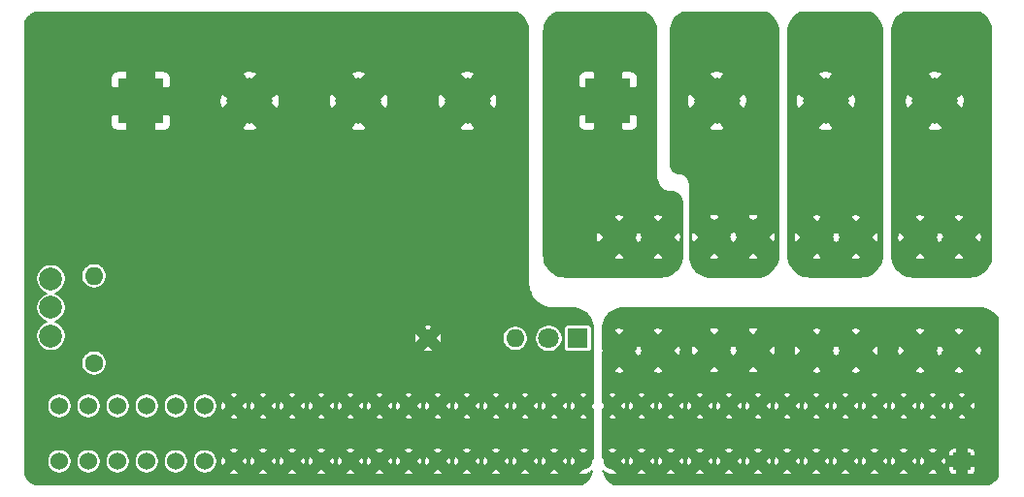
<source format=gbr>
G04 #@! TF.GenerationSoftware,KiCad,Pcbnew,(5.1.5)-3*
G04 #@! TF.CreationDate,2020-03-13T23:39:14-04:00*
G04 #@! TF.ProjectId,Power_Breakout,506f7765-725f-4427-9265-616b6f75742e,rev?*
G04 #@! TF.SameCoordinates,Original*
G04 #@! TF.FileFunction,Copper,L2,Bot*
G04 #@! TF.FilePolarity,Positive*
%FSLAX46Y46*%
G04 Gerber Fmt 4.6, Leading zero omitted, Abs format (unit mm)*
G04 Created by KiCad (PCBNEW (5.1.5)-3) date 2020-03-13 23:39:14*
%MOMM*%
%LPD*%
G04 APERTURE LIST*
%ADD10C,1.998980*%
%ADD11O,1.600000X1.600000*%
%ADD12C,1.600000*%
%ADD13C,1.800000*%
%ADD14R,1.800000X1.800000*%
%ADD15C,2.780000*%
%ADD16C,1.530000*%
%ADD17R,1.530000X1.530000*%
%ADD18C,4.000000*%
%ADD19R,4.000000X4.000000*%
%ADD20C,0.200000*%
G04 APERTURE END LIST*
D10*
X119659400Y-148727160D03*
X119659400Y-146227800D03*
X119659400Y-143728440D03*
D11*
X160172400Y-148920200D03*
D12*
X152552400Y-148920200D03*
D13*
X163093400Y-148920200D03*
D14*
X165633400Y-148920200D03*
D15*
X195482000Y-150001000D03*
X198882000Y-150001000D03*
X195482000Y-140081000D03*
X198882000Y-140081000D03*
X186465000Y-150001000D03*
X189865000Y-150001000D03*
X186465000Y-140081000D03*
X189865000Y-140081000D03*
X177498800Y-149975600D03*
X180898800Y-149975600D03*
X177498800Y-140055600D03*
X180898800Y-140055600D03*
X169218400Y-150001000D03*
X172618400Y-150001000D03*
X169218400Y-140081000D03*
X172618400Y-140081000D03*
D11*
X123418600Y-143459200D03*
D12*
X123418600Y-151079200D03*
D16*
X199136000Y-154831400D03*
X196596000Y-154831400D03*
X194056000Y-154831400D03*
X191516000Y-154831400D03*
X188976000Y-154831400D03*
X186436000Y-154831400D03*
X183896000Y-154831400D03*
X181356000Y-154831400D03*
X178816000Y-154831400D03*
X176276000Y-154831400D03*
X173736000Y-154831400D03*
X171196000Y-154831400D03*
X168656000Y-154831400D03*
X166116000Y-154831400D03*
X163576000Y-154831400D03*
X161036000Y-154831400D03*
X158496000Y-154831400D03*
X155956000Y-154831400D03*
X153416000Y-154831400D03*
X150876000Y-154831400D03*
X148336000Y-154831400D03*
X145796000Y-154831400D03*
X143256000Y-154831400D03*
X140716000Y-154831400D03*
X138176000Y-154831400D03*
X135636000Y-154831400D03*
X133096000Y-154831400D03*
X130556000Y-154831400D03*
X128016000Y-154831400D03*
X125476000Y-154831400D03*
X122936000Y-154831400D03*
X120396000Y-154831400D03*
X120396000Y-159671400D03*
X122936000Y-159671400D03*
X125476000Y-159671400D03*
X128016000Y-159671400D03*
X130556000Y-159671400D03*
X133096000Y-159671400D03*
X135636000Y-159671400D03*
X138176000Y-159671400D03*
X140716000Y-159671400D03*
X143256000Y-159671400D03*
X145796000Y-159671400D03*
X148336000Y-159671400D03*
X150876000Y-159671400D03*
X153416000Y-159671400D03*
X155956000Y-159671400D03*
X158496000Y-159671400D03*
X161036000Y-159671400D03*
X163576000Y-159671400D03*
X166116000Y-159671400D03*
X168656000Y-159671400D03*
X171196000Y-159671400D03*
X173736000Y-159671400D03*
X176276000Y-159671400D03*
X178816000Y-159671400D03*
X181356000Y-159671400D03*
X183896000Y-159671400D03*
X186436000Y-159671400D03*
X188976000Y-159671400D03*
X191516000Y-159671400D03*
X194056000Y-159671400D03*
X196596000Y-159671400D03*
D17*
X199136000Y-159671400D03*
D18*
X155993000Y-128171000D03*
X146493000Y-128171000D03*
X136993000Y-128171000D03*
D19*
X127493000Y-128171000D03*
D18*
X196760000Y-128171000D03*
X187260000Y-128171000D03*
X177760000Y-128171000D03*
D19*
X168260000Y-128171000D03*
D20*
G36*
X200886158Y-146296591D02*
G01*
X201151023Y-146354210D01*
X201404981Y-146448931D01*
X201642880Y-146578834D01*
X201859865Y-146741267D01*
X202051533Y-146932935D01*
X202213966Y-147149920D01*
X202290800Y-147290631D01*
X202290800Y-160863621D01*
X202214238Y-161003911D01*
X202051941Y-161220849D01*
X201860437Y-161412492D01*
X201643620Y-161574945D01*
X201504865Y-161650800D01*
X168735160Y-161650800D01*
X168639059Y-161598387D01*
X168421901Y-161435969D01*
X168230082Y-161244290D01*
X168067505Y-161027248D01*
X167937488Y-160789270D01*
X167842681Y-160535210D01*
X167836482Y-160506728D01*
X168111421Y-160781667D01*
X168236610Y-160656478D01*
X168332938Y-160796577D01*
X168558658Y-160837983D01*
X168788117Y-160834557D01*
X168979062Y-160796577D01*
X169075391Y-160656476D01*
X170776609Y-160656476D01*
X170872938Y-160796577D01*
X171098658Y-160837983D01*
X171328117Y-160834557D01*
X171519062Y-160796577D01*
X171615391Y-160656476D01*
X173316609Y-160656476D01*
X173412938Y-160796577D01*
X173638658Y-160837983D01*
X173868117Y-160834557D01*
X174059062Y-160796577D01*
X174155391Y-160656476D01*
X175856609Y-160656476D01*
X175952938Y-160796577D01*
X176178658Y-160837983D01*
X176408117Y-160834557D01*
X176599062Y-160796577D01*
X176695391Y-160656476D01*
X178396609Y-160656476D01*
X178492938Y-160796577D01*
X178718658Y-160837983D01*
X178948117Y-160834557D01*
X179139062Y-160796577D01*
X179235391Y-160656476D01*
X180936609Y-160656476D01*
X181032938Y-160796577D01*
X181258658Y-160837983D01*
X181488117Y-160834557D01*
X181679062Y-160796577D01*
X181775391Y-160656476D01*
X183476609Y-160656476D01*
X183572938Y-160796577D01*
X183798658Y-160837983D01*
X184028117Y-160834557D01*
X184219062Y-160796577D01*
X184315391Y-160656476D01*
X186016609Y-160656476D01*
X186112938Y-160796577D01*
X186338658Y-160837983D01*
X186568117Y-160834557D01*
X186759062Y-160796577D01*
X186855391Y-160656476D01*
X188556609Y-160656476D01*
X188652938Y-160796577D01*
X188878658Y-160837983D01*
X189108117Y-160834557D01*
X189299062Y-160796577D01*
X189395391Y-160656476D01*
X191096609Y-160656476D01*
X191192938Y-160796577D01*
X191418658Y-160837983D01*
X191648117Y-160834557D01*
X191839062Y-160796577D01*
X191935391Y-160656476D01*
X193636609Y-160656476D01*
X193732938Y-160796577D01*
X193958658Y-160837983D01*
X194188117Y-160834557D01*
X194379062Y-160796577D01*
X194475391Y-160656476D01*
X196176609Y-160656476D01*
X196272938Y-160796577D01*
X196498658Y-160837983D01*
X196728117Y-160834557D01*
X196919062Y-160796577D01*
X197015391Y-160656476D01*
X196795315Y-160436400D01*
X197969065Y-160436400D01*
X197976788Y-160514814D01*
X197999660Y-160590214D01*
X198036803Y-160659703D01*
X198086789Y-160720611D01*
X198147697Y-160770597D01*
X198217186Y-160807740D01*
X198292586Y-160830612D01*
X198371000Y-160838335D01*
X198636000Y-160836400D01*
X198736000Y-160736400D01*
X198736000Y-160071400D01*
X199536000Y-160071400D01*
X199536000Y-160736400D01*
X199636000Y-160836400D01*
X199901000Y-160838335D01*
X199979414Y-160830612D01*
X200054814Y-160807740D01*
X200124303Y-160770597D01*
X200185211Y-160720611D01*
X200235197Y-160659703D01*
X200272340Y-160590214D01*
X200295212Y-160514814D01*
X200302935Y-160436400D01*
X200301000Y-160171400D01*
X200201000Y-160071400D01*
X199536000Y-160071400D01*
X198736000Y-160071400D01*
X198071000Y-160071400D01*
X197971000Y-160171400D01*
X197969065Y-160436400D01*
X196795315Y-160436400D01*
X196596000Y-160237085D01*
X196176609Y-160656476D01*
X194475391Y-160656476D01*
X194056000Y-160237085D01*
X193636609Y-160656476D01*
X191935391Y-160656476D01*
X191516000Y-160237085D01*
X191096609Y-160656476D01*
X189395391Y-160656476D01*
X188976000Y-160237085D01*
X188556609Y-160656476D01*
X186855391Y-160656476D01*
X186436000Y-160237085D01*
X186016609Y-160656476D01*
X184315391Y-160656476D01*
X183896000Y-160237085D01*
X183476609Y-160656476D01*
X181775391Y-160656476D01*
X181356000Y-160237085D01*
X180936609Y-160656476D01*
X179235391Y-160656476D01*
X178816000Y-160237085D01*
X178396609Y-160656476D01*
X176695391Y-160656476D01*
X176276000Y-160237085D01*
X175856609Y-160656476D01*
X174155391Y-160656476D01*
X173736000Y-160237085D01*
X173316609Y-160656476D01*
X171615391Y-160656476D01*
X171196000Y-160237085D01*
X170776609Y-160656476D01*
X169075391Y-160656476D01*
X168656000Y-160237085D01*
X168641858Y-160251228D01*
X168076173Y-159685543D01*
X168090315Y-159671400D01*
X169221685Y-159671400D01*
X169641076Y-160090791D01*
X169781177Y-159994462D01*
X169822583Y-159768742D01*
X169819677Y-159574058D01*
X170029417Y-159574058D01*
X170032843Y-159803517D01*
X170070823Y-159994462D01*
X170210924Y-160090791D01*
X170630315Y-159671400D01*
X171761685Y-159671400D01*
X172181076Y-160090791D01*
X172321177Y-159994462D01*
X172362583Y-159768742D01*
X172359677Y-159574058D01*
X172569417Y-159574058D01*
X172572843Y-159803517D01*
X172610823Y-159994462D01*
X172750924Y-160090791D01*
X173170315Y-159671400D01*
X174301685Y-159671400D01*
X174721076Y-160090791D01*
X174861177Y-159994462D01*
X174902583Y-159768742D01*
X174899677Y-159574058D01*
X175109417Y-159574058D01*
X175112843Y-159803517D01*
X175150823Y-159994462D01*
X175290924Y-160090791D01*
X175710315Y-159671400D01*
X176841685Y-159671400D01*
X177261076Y-160090791D01*
X177401177Y-159994462D01*
X177442583Y-159768742D01*
X177439677Y-159574058D01*
X177649417Y-159574058D01*
X177652843Y-159803517D01*
X177690823Y-159994462D01*
X177830924Y-160090791D01*
X178250315Y-159671400D01*
X179381685Y-159671400D01*
X179801076Y-160090791D01*
X179941177Y-159994462D01*
X179982583Y-159768742D01*
X179979677Y-159574058D01*
X180189417Y-159574058D01*
X180192843Y-159803517D01*
X180230823Y-159994462D01*
X180370924Y-160090791D01*
X180790315Y-159671400D01*
X181921685Y-159671400D01*
X182341076Y-160090791D01*
X182481177Y-159994462D01*
X182522583Y-159768742D01*
X182519677Y-159574058D01*
X182729417Y-159574058D01*
X182732843Y-159803517D01*
X182770823Y-159994462D01*
X182910924Y-160090791D01*
X183330315Y-159671400D01*
X184461685Y-159671400D01*
X184881076Y-160090791D01*
X185021177Y-159994462D01*
X185062583Y-159768742D01*
X185059677Y-159574058D01*
X185269417Y-159574058D01*
X185272843Y-159803517D01*
X185310823Y-159994462D01*
X185450924Y-160090791D01*
X185870315Y-159671400D01*
X187001685Y-159671400D01*
X187421076Y-160090791D01*
X187561177Y-159994462D01*
X187602583Y-159768742D01*
X187599677Y-159574058D01*
X187809417Y-159574058D01*
X187812843Y-159803517D01*
X187850823Y-159994462D01*
X187990924Y-160090791D01*
X188410315Y-159671400D01*
X189541685Y-159671400D01*
X189961076Y-160090791D01*
X190101177Y-159994462D01*
X190142583Y-159768742D01*
X190139677Y-159574058D01*
X190349417Y-159574058D01*
X190352843Y-159803517D01*
X190390823Y-159994462D01*
X190530924Y-160090791D01*
X190950315Y-159671400D01*
X192081685Y-159671400D01*
X192501076Y-160090791D01*
X192641177Y-159994462D01*
X192682583Y-159768742D01*
X192679677Y-159574058D01*
X192889417Y-159574058D01*
X192892843Y-159803517D01*
X192930823Y-159994462D01*
X193070924Y-160090791D01*
X193490315Y-159671400D01*
X194621685Y-159671400D01*
X195041076Y-160090791D01*
X195181177Y-159994462D01*
X195222583Y-159768742D01*
X195219677Y-159574058D01*
X195429417Y-159574058D01*
X195432843Y-159803517D01*
X195470823Y-159994462D01*
X195610924Y-160090791D01*
X196030315Y-159671400D01*
X197161685Y-159671400D01*
X197581076Y-160090791D01*
X197721177Y-159994462D01*
X197762583Y-159768742D01*
X197759157Y-159539283D01*
X197721177Y-159348338D01*
X197581076Y-159252009D01*
X197161685Y-159671400D01*
X196030315Y-159671400D01*
X195610924Y-159252009D01*
X195470823Y-159348338D01*
X195429417Y-159574058D01*
X195219677Y-159574058D01*
X195219157Y-159539283D01*
X195181177Y-159348338D01*
X195041076Y-159252009D01*
X194621685Y-159671400D01*
X193490315Y-159671400D01*
X193070924Y-159252009D01*
X192930823Y-159348338D01*
X192889417Y-159574058D01*
X192679677Y-159574058D01*
X192679157Y-159539283D01*
X192641177Y-159348338D01*
X192501076Y-159252009D01*
X192081685Y-159671400D01*
X190950315Y-159671400D01*
X190530924Y-159252009D01*
X190390823Y-159348338D01*
X190349417Y-159574058D01*
X190139677Y-159574058D01*
X190139157Y-159539283D01*
X190101177Y-159348338D01*
X189961076Y-159252009D01*
X189541685Y-159671400D01*
X188410315Y-159671400D01*
X187990924Y-159252009D01*
X187850823Y-159348338D01*
X187809417Y-159574058D01*
X187599677Y-159574058D01*
X187599157Y-159539283D01*
X187561177Y-159348338D01*
X187421076Y-159252009D01*
X187001685Y-159671400D01*
X185870315Y-159671400D01*
X185450924Y-159252009D01*
X185310823Y-159348338D01*
X185269417Y-159574058D01*
X185059677Y-159574058D01*
X185059157Y-159539283D01*
X185021177Y-159348338D01*
X184881076Y-159252009D01*
X184461685Y-159671400D01*
X183330315Y-159671400D01*
X182910924Y-159252009D01*
X182770823Y-159348338D01*
X182729417Y-159574058D01*
X182519677Y-159574058D01*
X182519157Y-159539283D01*
X182481177Y-159348338D01*
X182341076Y-159252009D01*
X181921685Y-159671400D01*
X180790315Y-159671400D01*
X180370924Y-159252009D01*
X180230823Y-159348338D01*
X180189417Y-159574058D01*
X179979677Y-159574058D01*
X179979157Y-159539283D01*
X179941177Y-159348338D01*
X179801076Y-159252009D01*
X179381685Y-159671400D01*
X178250315Y-159671400D01*
X177830924Y-159252009D01*
X177690823Y-159348338D01*
X177649417Y-159574058D01*
X177439677Y-159574058D01*
X177439157Y-159539283D01*
X177401177Y-159348338D01*
X177261076Y-159252009D01*
X176841685Y-159671400D01*
X175710315Y-159671400D01*
X175290924Y-159252009D01*
X175150823Y-159348338D01*
X175109417Y-159574058D01*
X174899677Y-159574058D01*
X174899157Y-159539283D01*
X174861177Y-159348338D01*
X174721076Y-159252009D01*
X174301685Y-159671400D01*
X173170315Y-159671400D01*
X172750924Y-159252009D01*
X172610823Y-159348338D01*
X172569417Y-159574058D01*
X172359677Y-159574058D01*
X172359157Y-159539283D01*
X172321177Y-159348338D01*
X172181076Y-159252009D01*
X171761685Y-159671400D01*
X170630315Y-159671400D01*
X170210924Y-159252009D01*
X170070823Y-159348338D01*
X170029417Y-159574058D01*
X169819677Y-159574058D01*
X169819157Y-159539283D01*
X169781177Y-159348338D01*
X169641076Y-159252009D01*
X169221685Y-159671400D01*
X168090315Y-159671400D01*
X167765400Y-159346485D01*
X167765400Y-158686324D01*
X168236609Y-158686324D01*
X168656000Y-159105715D01*
X169075391Y-158686324D01*
X170776609Y-158686324D01*
X171196000Y-159105715D01*
X171615391Y-158686324D01*
X173316609Y-158686324D01*
X173736000Y-159105715D01*
X174155391Y-158686324D01*
X175856609Y-158686324D01*
X176276000Y-159105715D01*
X176695391Y-158686324D01*
X178396609Y-158686324D01*
X178816000Y-159105715D01*
X179235391Y-158686324D01*
X180936609Y-158686324D01*
X181356000Y-159105715D01*
X181775391Y-158686324D01*
X183476609Y-158686324D01*
X183896000Y-159105715D01*
X184315391Y-158686324D01*
X186016609Y-158686324D01*
X186436000Y-159105715D01*
X186855391Y-158686324D01*
X188556609Y-158686324D01*
X188976000Y-159105715D01*
X189395391Y-158686324D01*
X191096609Y-158686324D01*
X191516000Y-159105715D01*
X191935391Y-158686324D01*
X193636609Y-158686324D01*
X194056000Y-159105715D01*
X194475391Y-158686324D01*
X196176609Y-158686324D01*
X196596000Y-159105715D01*
X196795315Y-158906400D01*
X197969065Y-158906400D01*
X197971000Y-159171400D01*
X198071000Y-159271400D01*
X198736000Y-159271400D01*
X198736000Y-158606400D01*
X199536000Y-158606400D01*
X199536000Y-159271400D01*
X200201000Y-159271400D01*
X200301000Y-159171400D01*
X200302935Y-158906400D01*
X200295212Y-158827986D01*
X200272340Y-158752586D01*
X200235197Y-158683097D01*
X200185211Y-158622189D01*
X200124303Y-158572203D01*
X200054814Y-158535060D01*
X199979414Y-158512188D01*
X199901000Y-158504465D01*
X199636000Y-158506400D01*
X199536000Y-158606400D01*
X198736000Y-158606400D01*
X198636000Y-158506400D01*
X198371000Y-158504465D01*
X198292586Y-158512188D01*
X198217186Y-158535060D01*
X198147697Y-158572203D01*
X198086789Y-158622189D01*
X198036803Y-158683097D01*
X197999660Y-158752586D01*
X197976788Y-158827986D01*
X197969065Y-158906400D01*
X196795315Y-158906400D01*
X197015391Y-158686324D01*
X196919062Y-158546223D01*
X196693342Y-158504817D01*
X196463883Y-158508243D01*
X196272938Y-158546223D01*
X196176609Y-158686324D01*
X194475391Y-158686324D01*
X194379062Y-158546223D01*
X194153342Y-158504817D01*
X193923883Y-158508243D01*
X193732938Y-158546223D01*
X193636609Y-158686324D01*
X191935391Y-158686324D01*
X191839062Y-158546223D01*
X191613342Y-158504817D01*
X191383883Y-158508243D01*
X191192938Y-158546223D01*
X191096609Y-158686324D01*
X189395391Y-158686324D01*
X189299062Y-158546223D01*
X189073342Y-158504817D01*
X188843883Y-158508243D01*
X188652938Y-158546223D01*
X188556609Y-158686324D01*
X186855391Y-158686324D01*
X186759062Y-158546223D01*
X186533342Y-158504817D01*
X186303883Y-158508243D01*
X186112938Y-158546223D01*
X186016609Y-158686324D01*
X184315391Y-158686324D01*
X184219062Y-158546223D01*
X183993342Y-158504817D01*
X183763883Y-158508243D01*
X183572938Y-158546223D01*
X183476609Y-158686324D01*
X181775391Y-158686324D01*
X181679062Y-158546223D01*
X181453342Y-158504817D01*
X181223883Y-158508243D01*
X181032938Y-158546223D01*
X180936609Y-158686324D01*
X179235391Y-158686324D01*
X179139062Y-158546223D01*
X178913342Y-158504817D01*
X178683883Y-158508243D01*
X178492938Y-158546223D01*
X178396609Y-158686324D01*
X176695391Y-158686324D01*
X176599062Y-158546223D01*
X176373342Y-158504817D01*
X176143883Y-158508243D01*
X175952938Y-158546223D01*
X175856609Y-158686324D01*
X174155391Y-158686324D01*
X174059062Y-158546223D01*
X173833342Y-158504817D01*
X173603883Y-158508243D01*
X173412938Y-158546223D01*
X173316609Y-158686324D01*
X171615391Y-158686324D01*
X171519062Y-158546223D01*
X171293342Y-158504817D01*
X171063883Y-158508243D01*
X170872938Y-158546223D01*
X170776609Y-158686324D01*
X169075391Y-158686324D01*
X168979062Y-158546223D01*
X168753342Y-158504817D01*
X168523883Y-158508243D01*
X168332938Y-158546223D01*
X168236609Y-158686324D01*
X167765400Y-158686324D01*
X167765400Y-155816476D01*
X168236609Y-155816476D01*
X168332938Y-155956577D01*
X168558658Y-155997983D01*
X168788117Y-155994557D01*
X168979062Y-155956577D01*
X169075391Y-155816476D01*
X170776609Y-155816476D01*
X170872938Y-155956577D01*
X171098658Y-155997983D01*
X171328117Y-155994557D01*
X171519062Y-155956577D01*
X171615391Y-155816476D01*
X173316609Y-155816476D01*
X173412938Y-155956577D01*
X173638658Y-155997983D01*
X173868117Y-155994557D01*
X174059062Y-155956577D01*
X174155391Y-155816476D01*
X175856609Y-155816476D01*
X175952938Y-155956577D01*
X176178658Y-155997983D01*
X176408117Y-155994557D01*
X176599062Y-155956577D01*
X176695391Y-155816476D01*
X178396609Y-155816476D01*
X178492938Y-155956577D01*
X178718658Y-155997983D01*
X178948117Y-155994557D01*
X179139062Y-155956577D01*
X179235391Y-155816476D01*
X180936609Y-155816476D01*
X181032938Y-155956577D01*
X181258658Y-155997983D01*
X181488117Y-155994557D01*
X181679062Y-155956577D01*
X181775391Y-155816476D01*
X183476609Y-155816476D01*
X183572938Y-155956577D01*
X183798658Y-155997983D01*
X184028117Y-155994557D01*
X184219062Y-155956577D01*
X184315391Y-155816476D01*
X186016609Y-155816476D01*
X186112938Y-155956577D01*
X186338658Y-155997983D01*
X186568117Y-155994557D01*
X186759062Y-155956577D01*
X186855391Y-155816476D01*
X188556609Y-155816476D01*
X188652938Y-155956577D01*
X188878658Y-155997983D01*
X189108117Y-155994557D01*
X189299062Y-155956577D01*
X189395391Y-155816476D01*
X191096609Y-155816476D01*
X191192938Y-155956577D01*
X191418658Y-155997983D01*
X191648117Y-155994557D01*
X191839062Y-155956577D01*
X191935391Y-155816476D01*
X193636609Y-155816476D01*
X193732938Y-155956577D01*
X193958658Y-155997983D01*
X194188117Y-155994557D01*
X194379062Y-155956577D01*
X194475391Y-155816476D01*
X196176609Y-155816476D01*
X196272938Y-155956577D01*
X196498658Y-155997983D01*
X196728117Y-155994557D01*
X196919062Y-155956577D01*
X197015391Y-155816476D01*
X198716609Y-155816476D01*
X198812938Y-155956577D01*
X199038658Y-155997983D01*
X199268117Y-155994557D01*
X199459062Y-155956577D01*
X199555391Y-155816476D01*
X199136000Y-155397085D01*
X198716609Y-155816476D01*
X197015391Y-155816476D01*
X196596000Y-155397085D01*
X196176609Y-155816476D01*
X194475391Y-155816476D01*
X194056000Y-155397085D01*
X193636609Y-155816476D01*
X191935391Y-155816476D01*
X191516000Y-155397085D01*
X191096609Y-155816476D01*
X189395391Y-155816476D01*
X188976000Y-155397085D01*
X188556609Y-155816476D01*
X186855391Y-155816476D01*
X186436000Y-155397085D01*
X186016609Y-155816476D01*
X184315391Y-155816476D01*
X183896000Y-155397085D01*
X183476609Y-155816476D01*
X181775391Y-155816476D01*
X181356000Y-155397085D01*
X180936609Y-155816476D01*
X179235391Y-155816476D01*
X178816000Y-155397085D01*
X178396609Y-155816476D01*
X176695391Y-155816476D01*
X176276000Y-155397085D01*
X175856609Y-155816476D01*
X174155391Y-155816476D01*
X173736000Y-155397085D01*
X173316609Y-155816476D01*
X171615391Y-155816476D01*
X171196000Y-155397085D01*
X170776609Y-155816476D01*
X169075391Y-155816476D01*
X168656000Y-155397085D01*
X168236609Y-155816476D01*
X167765400Y-155816476D01*
X167765400Y-155156315D01*
X168090315Y-154831400D01*
X169221685Y-154831400D01*
X169641076Y-155250791D01*
X169781177Y-155154462D01*
X169822583Y-154928742D01*
X169819677Y-154734058D01*
X170029417Y-154734058D01*
X170032843Y-154963517D01*
X170070823Y-155154462D01*
X170210924Y-155250791D01*
X170630315Y-154831400D01*
X171761685Y-154831400D01*
X172181076Y-155250791D01*
X172321177Y-155154462D01*
X172362583Y-154928742D01*
X172359677Y-154734058D01*
X172569417Y-154734058D01*
X172572843Y-154963517D01*
X172610823Y-155154462D01*
X172750924Y-155250791D01*
X173170315Y-154831400D01*
X174301685Y-154831400D01*
X174721076Y-155250791D01*
X174861177Y-155154462D01*
X174902583Y-154928742D01*
X174899677Y-154734058D01*
X175109417Y-154734058D01*
X175112843Y-154963517D01*
X175150823Y-155154462D01*
X175290924Y-155250791D01*
X175710315Y-154831400D01*
X176841685Y-154831400D01*
X177261076Y-155250791D01*
X177401177Y-155154462D01*
X177442583Y-154928742D01*
X177439677Y-154734058D01*
X177649417Y-154734058D01*
X177652843Y-154963517D01*
X177690823Y-155154462D01*
X177830924Y-155250791D01*
X178250315Y-154831400D01*
X179381685Y-154831400D01*
X179801076Y-155250791D01*
X179941177Y-155154462D01*
X179982583Y-154928742D01*
X179979677Y-154734058D01*
X180189417Y-154734058D01*
X180192843Y-154963517D01*
X180230823Y-155154462D01*
X180370924Y-155250791D01*
X180790315Y-154831400D01*
X181921685Y-154831400D01*
X182341076Y-155250791D01*
X182481177Y-155154462D01*
X182522583Y-154928742D01*
X182519677Y-154734058D01*
X182729417Y-154734058D01*
X182732843Y-154963517D01*
X182770823Y-155154462D01*
X182910924Y-155250791D01*
X183330315Y-154831400D01*
X184461685Y-154831400D01*
X184881076Y-155250791D01*
X185021177Y-155154462D01*
X185062583Y-154928742D01*
X185059677Y-154734058D01*
X185269417Y-154734058D01*
X185272843Y-154963517D01*
X185310823Y-155154462D01*
X185450924Y-155250791D01*
X185870315Y-154831400D01*
X187001685Y-154831400D01*
X187421076Y-155250791D01*
X187561177Y-155154462D01*
X187602583Y-154928742D01*
X187599677Y-154734058D01*
X187809417Y-154734058D01*
X187812843Y-154963517D01*
X187850823Y-155154462D01*
X187990924Y-155250791D01*
X188410315Y-154831400D01*
X189541685Y-154831400D01*
X189961076Y-155250791D01*
X190101177Y-155154462D01*
X190142583Y-154928742D01*
X190139677Y-154734058D01*
X190349417Y-154734058D01*
X190352843Y-154963517D01*
X190390823Y-155154462D01*
X190530924Y-155250791D01*
X190950315Y-154831400D01*
X192081685Y-154831400D01*
X192501076Y-155250791D01*
X192641177Y-155154462D01*
X192682583Y-154928742D01*
X192679677Y-154734058D01*
X192889417Y-154734058D01*
X192892843Y-154963517D01*
X192930823Y-155154462D01*
X193070924Y-155250791D01*
X193490315Y-154831400D01*
X194621685Y-154831400D01*
X195041076Y-155250791D01*
X195181177Y-155154462D01*
X195222583Y-154928742D01*
X195219677Y-154734058D01*
X195429417Y-154734058D01*
X195432843Y-154963517D01*
X195470823Y-155154462D01*
X195610924Y-155250791D01*
X196030315Y-154831400D01*
X197161685Y-154831400D01*
X197581076Y-155250791D01*
X197721177Y-155154462D01*
X197762583Y-154928742D01*
X197759677Y-154734058D01*
X197969417Y-154734058D01*
X197972843Y-154963517D01*
X198010823Y-155154462D01*
X198150924Y-155250791D01*
X198570315Y-154831400D01*
X199701685Y-154831400D01*
X200121076Y-155250791D01*
X200261177Y-155154462D01*
X200302583Y-154928742D01*
X200299157Y-154699283D01*
X200261177Y-154508338D01*
X200121076Y-154412009D01*
X199701685Y-154831400D01*
X198570315Y-154831400D01*
X198150924Y-154412009D01*
X198010823Y-154508338D01*
X197969417Y-154734058D01*
X197759677Y-154734058D01*
X197759157Y-154699283D01*
X197721177Y-154508338D01*
X197581076Y-154412009D01*
X197161685Y-154831400D01*
X196030315Y-154831400D01*
X195610924Y-154412009D01*
X195470823Y-154508338D01*
X195429417Y-154734058D01*
X195219677Y-154734058D01*
X195219157Y-154699283D01*
X195181177Y-154508338D01*
X195041076Y-154412009D01*
X194621685Y-154831400D01*
X193490315Y-154831400D01*
X193070924Y-154412009D01*
X192930823Y-154508338D01*
X192889417Y-154734058D01*
X192679677Y-154734058D01*
X192679157Y-154699283D01*
X192641177Y-154508338D01*
X192501076Y-154412009D01*
X192081685Y-154831400D01*
X190950315Y-154831400D01*
X190530924Y-154412009D01*
X190390823Y-154508338D01*
X190349417Y-154734058D01*
X190139677Y-154734058D01*
X190139157Y-154699283D01*
X190101177Y-154508338D01*
X189961076Y-154412009D01*
X189541685Y-154831400D01*
X188410315Y-154831400D01*
X187990924Y-154412009D01*
X187850823Y-154508338D01*
X187809417Y-154734058D01*
X187599677Y-154734058D01*
X187599157Y-154699283D01*
X187561177Y-154508338D01*
X187421076Y-154412009D01*
X187001685Y-154831400D01*
X185870315Y-154831400D01*
X185450924Y-154412009D01*
X185310823Y-154508338D01*
X185269417Y-154734058D01*
X185059677Y-154734058D01*
X185059157Y-154699283D01*
X185021177Y-154508338D01*
X184881076Y-154412009D01*
X184461685Y-154831400D01*
X183330315Y-154831400D01*
X182910924Y-154412009D01*
X182770823Y-154508338D01*
X182729417Y-154734058D01*
X182519677Y-154734058D01*
X182519157Y-154699283D01*
X182481177Y-154508338D01*
X182341076Y-154412009D01*
X181921685Y-154831400D01*
X180790315Y-154831400D01*
X180370924Y-154412009D01*
X180230823Y-154508338D01*
X180189417Y-154734058D01*
X179979677Y-154734058D01*
X179979157Y-154699283D01*
X179941177Y-154508338D01*
X179801076Y-154412009D01*
X179381685Y-154831400D01*
X178250315Y-154831400D01*
X177830924Y-154412009D01*
X177690823Y-154508338D01*
X177649417Y-154734058D01*
X177439677Y-154734058D01*
X177439157Y-154699283D01*
X177401177Y-154508338D01*
X177261076Y-154412009D01*
X176841685Y-154831400D01*
X175710315Y-154831400D01*
X175290924Y-154412009D01*
X175150823Y-154508338D01*
X175109417Y-154734058D01*
X174899677Y-154734058D01*
X174899157Y-154699283D01*
X174861177Y-154508338D01*
X174721076Y-154412009D01*
X174301685Y-154831400D01*
X173170315Y-154831400D01*
X172750924Y-154412009D01*
X172610823Y-154508338D01*
X172569417Y-154734058D01*
X172359677Y-154734058D01*
X172359157Y-154699283D01*
X172321177Y-154508338D01*
X172181076Y-154412009D01*
X171761685Y-154831400D01*
X170630315Y-154831400D01*
X170210924Y-154412009D01*
X170070823Y-154508338D01*
X170029417Y-154734058D01*
X169819677Y-154734058D01*
X169819157Y-154699283D01*
X169781177Y-154508338D01*
X169641076Y-154412009D01*
X169221685Y-154831400D01*
X168090315Y-154831400D01*
X167765400Y-154506485D01*
X167765400Y-153846324D01*
X168236609Y-153846324D01*
X168656000Y-154265715D01*
X169075391Y-153846324D01*
X170776609Y-153846324D01*
X171196000Y-154265715D01*
X171615391Y-153846324D01*
X173316609Y-153846324D01*
X173736000Y-154265715D01*
X174155391Y-153846324D01*
X175856609Y-153846324D01*
X176276000Y-154265715D01*
X176695391Y-153846324D01*
X178396609Y-153846324D01*
X178816000Y-154265715D01*
X179235391Y-153846324D01*
X180936609Y-153846324D01*
X181356000Y-154265715D01*
X181775391Y-153846324D01*
X183476609Y-153846324D01*
X183896000Y-154265715D01*
X184315391Y-153846324D01*
X186016609Y-153846324D01*
X186436000Y-154265715D01*
X186855391Y-153846324D01*
X188556609Y-153846324D01*
X188976000Y-154265715D01*
X189395391Y-153846324D01*
X191096609Y-153846324D01*
X191516000Y-154265715D01*
X191935391Y-153846324D01*
X193636609Y-153846324D01*
X194056000Y-154265715D01*
X194475391Y-153846324D01*
X196176609Y-153846324D01*
X196596000Y-154265715D01*
X197015391Y-153846324D01*
X198716609Y-153846324D01*
X199136000Y-154265715D01*
X199555391Y-153846324D01*
X199459062Y-153706223D01*
X199233342Y-153664817D01*
X199003883Y-153668243D01*
X198812938Y-153706223D01*
X198716609Y-153846324D01*
X197015391Y-153846324D01*
X196919062Y-153706223D01*
X196693342Y-153664817D01*
X196463883Y-153668243D01*
X196272938Y-153706223D01*
X196176609Y-153846324D01*
X194475391Y-153846324D01*
X194379062Y-153706223D01*
X194153342Y-153664817D01*
X193923883Y-153668243D01*
X193732938Y-153706223D01*
X193636609Y-153846324D01*
X191935391Y-153846324D01*
X191839062Y-153706223D01*
X191613342Y-153664817D01*
X191383883Y-153668243D01*
X191192938Y-153706223D01*
X191096609Y-153846324D01*
X189395391Y-153846324D01*
X189299062Y-153706223D01*
X189073342Y-153664817D01*
X188843883Y-153668243D01*
X188652938Y-153706223D01*
X188556609Y-153846324D01*
X186855391Y-153846324D01*
X186759062Y-153706223D01*
X186533342Y-153664817D01*
X186303883Y-153668243D01*
X186112938Y-153706223D01*
X186016609Y-153846324D01*
X184315391Y-153846324D01*
X184219062Y-153706223D01*
X183993342Y-153664817D01*
X183763883Y-153668243D01*
X183572938Y-153706223D01*
X183476609Y-153846324D01*
X181775391Y-153846324D01*
X181679062Y-153706223D01*
X181453342Y-153664817D01*
X181223883Y-153668243D01*
X181032938Y-153706223D01*
X180936609Y-153846324D01*
X179235391Y-153846324D01*
X179139062Y-153706223D01*
X178913342Y-153664817D01*
X178683883Y-153668243D01*
X178492938Y-153706223D01*
X178396609Y-153846324D01*
X176695391Y-153846324D01*
X176599062Y-153706223D01*
X176373342Y-153664817D01*
X176143883Y-153668243D01*
X175952938Y-153706223D01*
X175856609Y-153846324D01*
X174155391Y-153846324D01*
X174059062Y-153706223D01*
X173833342Y-153664817D01*
X173603883Y-153668243D01*
X173412938Y-153706223D01*
X173316609Y-153846324D01*
X171615391Y-153846324D01*
X171519062Y-153706223D01*
X171293342Y-153664817D01*
X171063883Y-153668243D01*
X170872938Y-153706223D01*
X170776609Y-153846324D01*
X169075391Y-153846324D01*
X168979062Y-153706223D01*
X168753342Y-153664817D01*
X168523883Y-153668243D01*
X168332938Y-153706223D01*
X168236609Y-153846324D01*
X167765400Y-153846324D01*
X167765400Y-151780009D01*
X168712184Y-151780009D01*
X168896941Y-151974621D01*
X169288152Y-151999412D01*
X169539859Y-151974621D01*
X169724616Y-151780009D01*
X172112184Y-151780009D01*
X172296941Y-151974621D01*
X172688152Y-151999412D01*
X172939859Y-151974621D01*
X173124616Y-151780009D01*
X173099217Y-151754609D01*
X176992584Y-151754609D01*
X177177341Y-151949221D01*
X177568552Y-151974012D01*
X177820259Y-151949221D01*
X178005016Y-151754609D01*
X180392584Y-151754609D01*
X180577341Y-151949221D01*
X180968552Y-151974012D01*
X181220259Y-151949221D01*
X181380902Y-151780009D01*
X185958784Y-151780009D01*
X186143541Y-151974621D01*
X186534752Y-151999412D01*
X186786459Y-151974621D01*
X186971216Y-151780009D01*
X189358784Y-151780009D01*
X189543541Y-151974621D01*
X189934752Y-151999412D01*
X190186459Y-151974621D01*
X190371216Y-151780009D01*
X194975784Y-151780009D01*
X195160541Y-151974621D01*
X195551752Y-151999412D01*
X195803459Y-151974621D01*
X195988216Y-151780009D01*
X198375784Y-151780009D01*
X198560541Y-151974621D01*
X198951752Y-151999412D01*
X199203459Y-151974621D01*
X199388216Y-151780009D01*
X198882000Y-151273792D01*
X198375784Y-151780009D01*
X195988216Y-151780009D01*
X195482000Y-151273792D01*
X194975784Y-151780009D01*
X190371216Y-151780009D01*
X189865000Y-151273792D01*
X189358784Y-151780009D01*
X186971216Y-151780009D01*
X186465000Y-151273792D01*
X185958784Y-151780009D01*
X181380902Y-151780009D01*
X181405016Y-151754609D01*
X180898800Y-151248392D01*
X180392584Y-151754609D01*
X178005016Y-151754609D01*
X177498800Y-151248392D01*
X176992584Y-151754609D01*
X173099217Y-151754609D01*
X172618400Y-151273792D01*
X172112184Y-151780009D01*
X169724616Y-151780009D01*
X169218400Y-151273792D01*
X168712184Y-151780009D01*
X167765400Y-151780009D01*
X167765400Y-150181208D01*
X167945608Y-150001000D01*
X170491192Y-150001000D01*
X170626439Y-150136246D01*
X170644779Y-150322459D01*
X170839391Y-150507216D01*
X170918400Y-150428207D01*
X170997409Y-150507216D01*
X171192021Y-150322459D01*
X171203379Y-150143229D01*
X171345608Y-150001000D01*
X173891192Y-150001000D01*
X174397409Y-150507216D01*
X174592021Y-150322459D01*
X174609581Y-150045352D01*
X175500388Y-150045352D01*
X175525179Y-150297059D01*
X175719791Y-150481816D01*
X176226008Y-149975600D01*
X178771592Y-149975600D01*
X178906839Y-150110846D01*
X178925179Y-150297059D01*
X179119791Y-150481816D01*
X179198800Y-150402807D01*
X179277809Y-150481816D01*
X179472421Y-150297059D01*
X179483779Y-150117829D01*
X179626008Y-149975600D01*
X182171592Y-149975600D01*
X182677809Y-150481816D01*
X182872421Y-150297059D01*
X182886762Y-150070752D01*
X184466588Y-150070752D01*
X184491379Y-150322459D01*
X184685991Y-150507216D01*
X185192208Y-150001000D01*
X187737792Y-150001000D01*
X187873039Y-150136246D01*
X187891379Y-150322459D01*
X188085991Y-150507216D01*
X188165000Y-150428207D01*
X188244009Y-150507216D01*
X188438621Y-150322459D01*
X188449979Y-150143229D01*
X188592208Y-150001000D01*
X191137792Y-150001000D01*
X191644009Y-150507216D01*
X191838621Y-150322459D01*
X191854571Y-150070752D01*
X193483588Y-150070752D01*
X193508379Y-150322459D01*
X193702991Y-150507216D01*
X194209208Y-150001000D01*
X196754792Y-150001000D01*
X196890039Y-150136246D01*
X196908379Y-150322459D01*
X197102991Y-150507216D01*
X197182000Y-150428207D01*
X197261009Y-150507216D01*
X197455621Y-150322459D01*
X197466979Y-150143229D01*
X197609208Y-150001000D01*
X200154792Y-150001000D01*
X200661009Y-150507216D01*
X200855621Y-150322459D01*
X200880412Y-149931248D01*
X200855621Y-149679541D01*
X200661009Y-149494784D01*
X200154792Y-150001000D01*
X197609208Y-150001000D01*
X197473961Y-149865754D01*
X197455621Y-149679541D01*
X197261009Y-149494784D01*
X197182000Y-149573793D01*
X197102991Y-149494784D01*
X196908379Y-149679541D01*
X196897021Y-149858771D01*
X196754792Y-150001000D01*
X194209208Y-150001000D01*
X193702991Y-149494784D01*
X193508379Y-149679541D01*
X193483588Y-150070752D01*
X191854571Y-150070752D01*
X191863412Y-149931248D01*
X191838621Y-149679541D01*
X191644009Y-149494784D01*
X191137792Y-150001000D01*
X188592208Y-150001000D01*
X188456961Y-149865754D01*
X188438621Y-149679541D01*
X188244009Y-149494784D01*
X188165000Y-149573793D01*
X188085991Y-149494784D01*
X187891379Y-149679541D01*
X187880021Y-149858771D01*
X187737792Y-150001000D01*
X185192208Y-150001000D01*
X184685991Y-149494784D01*
X184491379Y-149679541D01*
X184466588Y-150070752D01*
X182886762Y-150070752D01*
X182897212Y-149905848D01*
X182872421Y-149654141D01*
X182677809Y-149469384D01*
X182171592Y-149975600D01*
X179626008Y-149975600D01*
X179490761Y-149840354D01*
X179472421Y-149654141D01*
X179277809Y-149469384D01*
X179198800Y-149548393D01*
X179119791Y-149469384D01*
X178925179Y-149654141D01*
X178913821Y-149833371D01*
X178771592Y-149975600D01*
X176226008Y-149975600D01*
X175719791Y-149469384D01*
X175525179Y-149654141D01*
X175500388Y-150045352D01*
X174609581Y-150045352D01*
X174616812Y-149931248D01*
X174592021Y-149679541D01*
X174397409Y-149494784D01*
X173891192Y-150001000D01*
X171345608Y-150001000D01*
X171210361Y-149865754D01*
X171192021Y-149679541D01*
X170997409Y-149494784D01*
X170918400Y-149573793D01*
X170839391Y-149494784D01*
X170644779Y-149679541D01*
X170633421Y-149858771D01*
X170491192Y-150001000D01*
X167945608Y-150001000D01*
X167765400Y-149820792D01*
X167765400Y-148221991D01*
X168712184Y-148221991D01*
X169218400Y-148728208D01*
X169724616Y-148221991D01*
X172112184Y-148221991D01*
X172618400Y-148728208D01*
X173124616Y-148221991D01*
X173100503Y-148196591D01*
X176992584Y-148196591D01*
X177498800Y-148702808D01*
X178005016Y-148196591D01*
X180392584Y-148196591D01*
X180898800Y-148702808D01*
X181379616Y-148221991D01*
X185958784Y-148221991D01*
X186465000Y-148728208D01*
X186971216Y-148221991D01*
X189358784Y-148221991D01*
X189865000Y-148728208D01*
X190371216Y-148221991D01*
X194975784Y-148221991D01*
X195482000Y-148728208D01*
X195988216Y-148221991D01*
X198375784Y-148221991D01*
X198882000Y-148728208D01*
X199388216Y-148221991D01*
X199203459Y-148027379D01*
X198812248Y-148002588D01*
X198560541Y-148027379D01*
X198375784Y-148221991D01*
X195988216Y-148221991D01*
X195803459Y-148027379D01*
X195412248Y-148002588D01*
X195160541Y-148027379D01*
X194975784Y-148221991D01*
X190371216Y-148221991D01*
X190186459Y-148027379D01*
X189795248Y-148002588D01*
X189543541Y-148027379D01*
X189358784Y-148221991D01*
X186971216Y-148221991D01*
X186786459Y-148027379D01*
X186395248Y-148002588D01*
X186143541Y-148027379D01*
X185958784Y-148221991D01*
X181379616Y-148221991D01*
X181405016Y-148196591D01*
X181220259Y-148001979D01*
X180829048Y-147977188D01*
X180577341Y-148001979D01*
X180392584Y-148196591D01*
X178005016Y-148196591D01*
X177820259Y-148001979D01*
X177429048Y-147977188D01*
X177177341Y-148001979D01*
X176992584Y-148196591D01*
X173100503Y-148196591D01*
X172939859Y-148027379D01*
X172548648Y-148002588D01*
X172296941Y-148027379D01*
X172112184Y-148221991D01*
X169724616Y-148221991D01*
X169539859Y-148027379D01*
X169148648Y-148002588D01*
X168896941Y-148027379D01*
X168712184Y-148221991D01*
X167765400Y-148221991D01*
X167765400Y-148180569D01*
X167784991Y-147906642D01*
X167842610Y-147641777D01*
X167937331Y-147387819D01*
X168067234Y-147149920D01*
X168229667Y-146932935D01*
X168421335Y-146741267D01*
X168638320Y-146578834D01*
X168876219Y-146448931D01*
X169130177Y-146354210D01*
X169395042Y-146296591D01*
X169668969Y-146277000D01*
X200612231Y-146277000D01*
X200886158Y-146296591D01*
G37*
X200886158Y-146296591D02*
X201151023Y-146354210D01*
X201404981Y-146448931D01*
X201642880Y-146578834D01*
X201859865Y-146741267D01*
X202051533Y-146932935D01*
X202213966Y-147149920D01*
X202290800Y-147290631D01*
X202290800Y-160863621D01*
X202214238Y-161003911D01*
X202051941Y-161220849D01*
X201860437Y-161412492D01*
X201643620Y-161574945D01*
X201504865Y-161650800D01*
X168735160Y-161650800D01*
X168639059Y-161598387D01*
X168421901Y-161435969D01*
X168230082Y-161244290D01*
X168067505Y-161027248D01*
X167937488Y-160789270D01*
X167842681Y-160535210D01*
X167836482Y-160506728D01*
X168111421Y-160781667D01*
X168236610Y-160656478D01*
X168332938Y-160796577D01*
X168558658Y-160837983D01*
X168788117Y-160834557D01*
X168979062Y-160796577D01*
X169075391Y-160656476D01*
X170776609Y-160656476D01*
X170872938Y-160796577D01*
X171098658Y-160837983D01*
X171328117Y-160834557D01*
X171519062Y-160796577D01*
X171615391Y-160656476D01*
X173316609Y-160656476D01*
X173412938Y-160796577D01*
X173638658Y-160837983D01*
X173868117Y-160834557D01*
X174059062Y-160796577D01*
X174155391Y-160656476D01*
X175856609Y-160656476D01*
X175952938Y-160796577D01*
X176178658Y-160837983D01*
X176408117Y-160834557D01*
X176599062Y-160796577D01*
X176695391Y-160656476D01*
X178396609Y-160656476D01*
X178492938Y-160796577D01*
X178718658Y-160837983D01*
X178948117Y-160834557D01*
X179139062Y-160796577D01*
X179235391Y-160656476D01*
X180936609Y-160656476D01*
X181032938Y-160796577D01*
X181258658Y-160837983D01*
X181488117Y-160834557D01*
X181679062Y-160796577D01*
X181775391Y-160656476D01*
X183476609Y-160656476D01*
X183572938Y-160796577D01*
X183798658Y-160837983D01*
X184028117Y-160834557D01*
X184219062Y-160796577D01*
X184315391Y-160656476D01*
X186016609Y-160656476D01*
X186112938Y-160796577D01*
X186338658Y-160837983D01*
X186568117Y-160834557D01*
X186759062Y-160796577D01*
X186855391Y-160656476D01*
X188556609Y-160656476D01*
X188652938Y-160796577D01*
X188878658Y-160837983D01*
X189108117Y-160834557D01*
X189299062Y-160796577D01*
X189395391Y-160656476D01*
X191096609Y-160656476D01*
X191192938Y-160796577D01*
X191418658Y-160837983D01*
X191648117Y-160834557D01*
X191839062Y-160796577D01*
X191935391Y-160656476D01*
X193636609Y-160656476D01*
X193732938Y-160796577D01*
X193958658Y-160837983D01*
X194188117Y-160834557D01*
X194379062Y-160796577D01*
X194475391Y-160656476D01*
X196176609Y-160656476D01*
X196272938Y-160796577D01*
X196498658Y-160837983D01*
X196728117Y-160834557D01*
X196919062Y-160796577D01*
X197015391Y-160656476D01*
X196795315Y-160436400D01*
X197969065Y-160436400D01*
X197976788Y-160514814D01*
X197999660Y-160590214D01*
X198036803Y-160659703D01*
X198086789Y-160720611D01*
X198147697Y-160770597D01*
X198217186Y-160807740D01*
X198292586Y-160830612D01*
X198371000Y-160838335D01*
X198636000Y-160836400D01*
X198736000Y-160736400D01*
X198736000Y-160071400D01*
X199536000Y-160071400D01*
X199536000Y-160736400D01*
X199636000Y-160836400D01*
X199901000Y-160838335D01*
X199979414Y-160830612D01*
X200054814Y-160807740D01*
X200124303Y-160770597D01*
X200185211Y-160720611D01*
X200235197Y-160659703D01*
X200272340Y-160590214D01*
X200295212Y-160514814D01*
X200302935Y-160436400D01*
X200301000Y-160171400D01*
X200201000Y-160071400D01*
X199536000Y-160071400D01*
X198736000Y-160071400D01*
X198071000Y-160071400D01*
X197971000Y-160171400D01*
X197969065Y-160436400D01*
X196795315Y-160436400D01*
X196596000Y-160237085D01*
X196176609Y-160656476D01*
X194475391Y-160656476D01*
X194056000Y-160237085D01*
X193636609Y-160656476D01*
X191935391Y-160656476D01*
X191516000Y-160237085D01*
X191096609Y-160656476D01*
X189395391Y-160656476D01*
X188976000Y-160237085D01*
X188556609Y-160656476D01*
X186855391Y-160656476D01*
X186436000Y-160237085D01*
X186016609Y-160656476D01*
X184315391Y-160656476D01*
X183896000Y-160237085D01*
X183476609Y-160656476D01*
X181775391Y-160656476D01*
X181356000Y-160237085D01*
X180936609Y-160656476D01*
X179235391Y-160656476D01*
X178816000Y-160237085D01*
X178396609Y-160656476D01*
X176695391Y-160656476D01*
X176276000Y-160237085D01*
X175856609Y-160656476D01*
X174155391Y-160656476D01*
X173736000Y-160237085D01*
X173316609Y-160656476D01*
X171615391Y-160656476D01*
X171196000Y-160237085D01*
X170776609Y-160656476D01*
X169075391Y-160656476D01*
X168656000Y-160237085D01*
X168641858Y-160251228D01*
X168076173Y-159685543D01*
X168090315Y-159671400D01*
X169221685Y-159671400D01*
X169641076Y-160090791D01*
X169781177Y-159994462D01*
X169822583Y-159768742D01*
X169819677Y-159574058D01*
X170029417Y-159574058D01*
X170032843Y-159803517D01*
X170070823Y-159994462D01*
X170210924Y-160090791D01*
X170630315Y-159671400D01*
X171761685Y-159671400D01*
X172181076Y-160090791D01*
X172321177Y-159994462D01*
X172362583Y-159768742D01*
X172359677Y-159574058D01*
X172569417Y-159574058D01*
X172572843Y-159803517D01*
X172610823Y-159994462D01*
X172750924Y-160090791D01*
X173170315Y-159671400D01*
X174301685Y-159671400D01*
X174721076Y-160090791D01*
X174861177Y-159994462D01*
X174902583Y-159768742D01*
X174899677Y-159574058D01*
X175109417Y-159574058D01*
X175112843Y-159803517D01*
X175150823Y-159994462D01*
X175290924Y-160090791D01*
X175710315Y-159671400D01*
X176841685Y-159671400D01*
X177261076Y-160090791D01*
X177401177Y-159994462D01*
X177442583Y-159768742D01*
X177439677Y-159574058D01*
X177649417Y-159574058D01*
X177652843Y-159803517D01*
X177690823Y-159994462D01*
X177830924Y-160090791D01*
X178250315Y-159671400D01*
X179381685Y-159671400D01*
X179801076Y-160090791D01*
X179941177Y-159994462D01*
X179982583Y-159768742D01*
X179979677Y-159574058D01*
X180189417Y-159574058D01*
X180192843Y-159803517D01*
X180230823Y-159994462D01*
X180370924Y-160090791D01*
X180790315Y-159671400D01*
X181921685Y-159671400D01*
X182341076Y-160090791D01*
X182481177Y-159994462D01*
X182522583Y-159768742D01*
X182519677Y-159574058D01*
X182729417Y-159574058D01*
X182732843Y-159803517D01*
X182770823Y-159994462D01*
X182910924Y-160090791D01*
X183330315Y-159671400D01*
X184461685Y-159671400D01*
X184881076Y-160090791D01*
X185021177Y-159994462D01*
X185062583Y-159768742D01*
X185059677Y-159574058D01*
X185269417Y-159574058D01*
X185272843Y-159803517D01*
X185310823Y-159994462D01*
X185450924Y-160090791D01*
X185870315Y-159671400D01*
X187001685Y-159671400D01*
X187421076Y-160090791D01*
X187561177Y-159994462D01*
X187602583Y-159768742D01*
X187599677Y-159574058D01*
X187809417Y-159574058D01*
X187812843Y-159803517D01*
X187850823Y-159994462D01*
X187990924Y-160090791D01*
X188410315Y-159671400D01*
X189541685Y-159671400D01*
X189961076Y-160090791D01*
X190101177Y-159994462D01*
X190142583Y-159768742D01*
X190139677Y-159574058D01*
X190349417Y-159574058D01*
X190352843Y-159803517D01*
X190390823Y-159994462D01*
X190530924Y-160090791D01*
X190950315Y-159671400D01*
X192081685Y-159671400D01*
X192501076Y-160090791D01*
X192641177Y-159994462D01*
X192682583Y-159768742D01*
X192679677Y-159574058D01*
X192889417Y-159574058D01*
X192892843Y-159803517D01*
X192930823Y-159994462D01*
X193070924Y-160090791D01*
X193490315Y-159671400D01*
X194621685Y-159671400D01*
X195041076Y-160090791D01*
X195181177Y-159994462D01*
X195222583Y-159768742D01*
X195219677Y-159574058D01*
X195429417Y-159574058D01*
X195432843Y-159803517D01*
X195470823Y-159994462D01*
X195610924Y-160090791D01*
X196030315Y-159671400D01*
X197161685Y-159671400D01*
X197581076Y-160090791D01*
X197721177Y-159994462D01*
X197762583Y-159768742D01*
X197759157Y-159539283D01*
X197721177Y-159348338D01*
X197581076Y-159252009D01*
X197161685Y-159671400D01*
X196030315Y-159671400D01*
X195610924Y-159252009D01*
X195470823Y-159348338D01*
X195429417Y-159574058D01*
X195219677Y-159574058D01*
X195219157Y-159539283D01*
X195181177Y-159348338D01*
X195041076Y-159252009D01*
X194621685Y-159671400D01*
X193490315Y-159671400D01*
X193070924Y-159252009D01*
X192930823Y-159348338D01*
X192889417Y-159574058D01*
X192679677Y-159574058D01*
X192679157Y-159539283D01*
X192641177Y-159348338D01*
X192501076Y-159252009D01*
X192081685Y-159671400D01*
X190950315Y-159671400D01*
X190530924Y-159252009D01*
X190390823Y-159348338D01*
X190349417Y-159574058D01*
X190139677Y-159574058D01*
X190139157Y-159539283D01*
X190101177Y-159348338D01*
X189961076Y-159252009D01*
X189541685Y-159671400D01*
X188410315Y-159671400D01*
X187990924Y-159252009D01*
X187850823Y-159348338D01*
X187809417Y-159574058D01*
X187599677Y-159574058D01*
X187599157Y-159539283D01*
X187561177Y-159348338D01*
X187421076Y-159252009D01*
X187001685Y-159671400D01*
X185870315Y-159671400D01*
X185450924Y-159252009D01*
X185310823Y-159348338D01*
X185269417Y-159574058D01*
X185059677Y-159574058D01*
X185059157Y-159539283D01*
X185021177Y-159348338D01*
X184881076Y-159252009D01*
X184461685Y-159671400D01*
X183330315Y-159671400D01*
X182910924Y-159252009D01*
X182770823Y-159348338D01*
X182729417Y-159574058D01*
X182519677Y-159574058D01*
X182519157Y-159539283D01*
X182481177Y-159348338D01*
X182341076Y-159252009D01*
X181921685Y-159671400D01*
X180790315Y-159671400D01*
X180370924Y-159252009D01*
X180230823Y-159348338D01*
X180189417Y-159574058D01*
X179979677Y-159574058D01*
X179979157Y-159539283D01*
X179941177Y-159348338D01*
X179801076Y-159252009D01*
X179381685Y-159671400D01*
X178250315Y-159671400D01*
X177830924Y-159252009D01*
X177690823Y-159348338D01*
X177649417Y-159574058D01*
X177439677Y-159574058D01*
X177439157Y-159539283D01*
X177401177Y-159348338D01*
X177261076Y-159252009D01*
X176841685Y-159671400D01*
X175710315Y-159671400D01*
X175290924Y-159252009D01*
X175150823Y-159348338D01*
X175109417Y-159574058D01*
X174899677Y-159574058D01*
X174899157Y-159539283D01*
X174861177Y-159348338D01*
X174721076Y-159252009D01*
X174301685Y-159671400D01*
X173170315Y-159671400D01*
X172750924Y-159252009D01*
X172610823Y-159348338D01*
X172569417Y-159574058D01*
X172359677Y-159574058D01*
X172359157Y-159539283D01*
X172321177Y-159348338D01*
X172181076Y-159252009D01*
X171761685Y-159671400D01*
X170630315Y-159671400D01*
X170210924Y-159252009D01*
X170070823Y-159348338D01*
X170029417Y-159574058D01*
X169819677Y-159574058D01*
X169819157Y-159539283D01*
X169781177Y-159348338D01*
X169641076Y-159252009D01*
X169221685Y-159671400D01*
X168090315Y-159671400D01*
X167765400Y-159346485D01*
X167765400Y-158686324D01*
X168236609Y-158686324D01*
X168656000Y-159105715D01*
X169075391Y-158686324D01*
X170776609Y-158686324D01*
X171196000Y-159105715D01*
X171615391Y-158686324D01*
X173316609Y-158686324D01*
X173736000Y-159105715D01*
X174155391Y-158686324D01*
X175856609Y-158686324D01*
X176276000Y-159105715D01*
X176695391Y-158686324D01*
X178396609Y-158686324D01*
X178816000Y-159105715D01*
X179235391Y-158686324D01*
X180936609Y-158686324D01*
X181356000Y-159105715D01*
X181775391Y-158686324D01*
X183476609Y-158686324D01*
X183896000Y-159105715D01*
X184315391Y-158686324D01*
X186016609Y-158686324D01*
X186436000Y-159105715D01*
X186855391Y-158686324D01*
X188556609Y-158686324D01*
X188976000Y-159105715D01*
X189395391Y-158686324D01*
X191096609Y-158686324D01*
X191516000Y-159105715D01*
X191935391Y-158686324D01*
X193636609Y-158686324D01*
X194056000Y-159105715D01*
X194475391Y-158686324D01*
X196176609Y-158686324D01*
X196596000Y-159105715D01*
X196795315Y-158906400D01*
X197969065Y-158906400D01*
X197971000Y-159171400D01*
X198071000Y-159271400D01*
X198736000Y-159271400D01*
X198736000Y-158606400D01*
X199536000Y-158606400D01*
X199536000Y-159271400D01*
X200201000Y-159271400D01*
X200301000Y-159171400D01*
X200302935Y-158906400D01*
X200295212Y-158827986D01*
X200272340Y-158752586D01*
X200235197Y-158683097D01*
X200185211Y-158622189D01*
X200124303Y-158572203D01*
X200054814Y-158535060D01*
X199979414Y-158512188D01*
X199901000Y-158504465D01*
X199636000Y-158506400D01*
X199536000Y-158606400D01*
X198736000Y-158606400D01*
X198636000Y-158506400D01*
X198371000Y-158504465D01*
X198292586Y-158512188D01*
X198217186Y-158535060D01*
X198147697Y-158572203D01*
X198086789Y-158622189D01*
X198036803Y-158683097D01*
X197999660Y-158752586D01*
X197976788Y-158827986D01*
X197969065Y-158906400D01*
X196795315Y-158906400D01*
X197015391Y-158686324D01*
X196919062Y-158546223D01*
X196693342Y-158504817D01*
X196463883Y-158508243D01*
X196272938Y-158546223D01*
X196176609Y-158686324D01*
X194475391Y-158686324D01*
X194379062Y-158546223D01*
X194153342Y-158504817D01*
X193923883Y-158508243D01*
X193732938Y-158546223D01*
X193636609Y-158686324D01*
X191935391Y-158686324D01*
X191839062Y-158546223D01*
X191613342Y-158504817D01*
X191383883Y-158508243D01*
X191192938Y-158546223D01*
X191096609Y-158686324D01*
X189395391Y-158686324D01*
X189299062Y-158546223D01*
X189073342Y-158504817D01*
X188843883Y-158508243D01*
X188652938Y-158546223D01*
X188556609Y-158686324D01*
X186855391Y-158686324D01*
X186759062Y-158546223D01*
X186533342Y-158504817D01*
X186303883Y-158508243D01*
X186112938Y-158546223D01*
X186016609Y-158686324D01*
X184315391Y-158686324D01*
X184219062Y-158546223D01*
X183993342Y-158504817D01*
X183763883Y-158508243D01*
X183572938Y-158546223D01*
X183476609Y-158686324D01*
X181775391Y-158686324D01*
X181679062Y-158546223D01*
X181453342Y-158504817D01*
X181223883Y-158508243D01*
X181032938Y-158546223D01*
X180936609Y-158686324D01*
X179235391Y-158686324D01*
X179139062Y-158546223D01*
X178913342Y-158504817D01*
X178683883Y-158508243D01*
X178492938Y-158546223D01*
X178396609Y-158686324D01*
X176695391Y-158686324D01*
X176599062Y-158546223D01*
X176373342Y-158504817D01*
X176143883Y-158508243D01*
X175952938Y-158546223D01*
X175856609Y-158686324D01*
X174155391Y-158686324D01*
X174059062Y-158546223D01*
X173833342Y-158504817D01*
X173603883Y-158508243D01*
X173412938Y-158546223D01*
X173316609Y-158686324D01*
X171615391Y-158686324D01*
X171519062Y-158546223D01*
X171293342Y-158504817D01*
X171063883Y-158508243D01*
X170872938Y-158546223D01*
X170776609Y-158686324D01*
X169075391Y-158686324D01*
X168979062Y-158546223D01*
X168753342Y-158504817D01*
X168523883Y-158508243D01*
X168332938Y-158546223D01*
X168236609Y-158686324D01*
X167765400Y-158686324D01*
X167765400Y-155816476D01*
X168236609Y-155816476D01*
X168332938Y-155956577D01*
X168558658Y-155997983D01*
X168788117Y-155994557D01*
X168979062Y-155956577D01*
X169075391Y-155816476D01*
X170776609Y-155816476D01*
X170872938Y-155956577D01*
X171098658Y-155997983D01*
X171328117Y-155994557D01*
X171519062Y-155956577D01*
X171615391Y-155816476D01*
X173316609Y-155816476D01*
X173412938Y-155956577D01*
X173638658Y-155997983D01*
X173868117Y-155994557D01*
X174059062Y-155956577D01*
X174155391Y-155816476D01*
X175856609Y-155816476D01*
X175952938Y-155956577D01*
X176178658Y-155997983D01*
X176408117Y-155994557D01*
X176599062Y-155956577D01*
X176695391Y-155816476D01*
X178396609Y-155816476D01*
X178492938Y-155956577D01*
X178718658Y-155997983D01*
X178948117Y-155994557D01*
X179139062Y-155956577D01*
X179235391Y-155816476D01*
X180936609Y-155816476D01*
X181032938Y-155956577D01*
X181258658Y-155997983D01*
X181488117Y-155994557D01*
X181679062Y-155956577D01*
X181775391Y-155816476D01*
X183476609Y-155816476D01*
X183572938Y-155956577D01*
X183798658Y-155997983D01*
X184028117Y-155994557D01*
X184219062Y-155956577D01*
X184315391Y-155816476D01*
X186016609Y-155816476D01*
X186112938Y-155956577D01*
X186338658Y-155997983D01*
X186568117Y-155994557D01*
X186759062Y-155956577D01*
X186855391Y-155816476D01*
X188556609Y-155816476D01*
X188652938Y-155956577D01*
X188878658Y-155997983D01*
X189108117Y-155994557D01*
X189299062Y-155956577D01*
X189395391Y-155816476D01*
X191096609Y-155816476D01*
X191192938Y-155956577D01*
X191418658Y-155997983D01*
X191648117Y-155994557D01*
X191839062Y-155956577D01*
X191935391Y-155816476D01*
X193636609Y-155816476D01*
X193732938Y-155956577D01*
X193958658Y-155997983D01*
X194188117Y-155994557D01*
X194379062Y-155956577D01*
X194475391Y-155816476D01*
X196176609Y-155816476D01*
X196272938Y-155956577D01*
X196498658Y-155997983D01*
X196728117Y-155994557D01*
X196919062Y-155956577D01*
X197015391Y-155816476D01*
X198716609Y-155816476D01*
X198812938Y-155956577D01*
X199038658Y-155997983D01*
X199268117Y-155994557D01*
X199459062Y-155956577D01*
X199555391Y-155816476D01*
X199136000Y-155397085D01*
X198716609Y-155816476D01*
X197015391Y-155816476D01*
X196596000Y-155397085D01*
X196176609Y-155816476D01*
X194475391Y-155816476D01*
X194056000Y-155397085D01*
X193636609Y-155816476D01*
X191935391Y-155816476D01*
X191516000Y-155397085D01*
X191096609Y-155816476D01*
X189395391Y-155816476D01*
X188976000Y-155397085D01*
X188556609Y-155816476D01*
X186855391Y-155816476D01*
X186436000Y-155397085D01*
X186016609Y-155816476D01*
X184315391Y-155816476D01*
X183896000Y-155397085D01*
X183476609Y-155816476D01*
X181775391Y-155816476D01*
X181356000Y-155397085D01*
X180936609Y-155816476D01*
X179235391Y-155816476D01*
X178816000Y-155397085D01*
X178396609Y-155816476D01*
X176695391Y-155816476D01*
X176276000Y-155397085D01*
X175856609Y-155816476D01*
X174155391Y-155816476D01*
X173736000Y-155397085D01*
X173316609Y-155816476D01*
X171615391Y-155816476D01*
X171196000Y-155397085D01*
X170776609Y-155816476D01*
X169075391Y-155816476D01*
X168656000Y-155397085D01*
X168236609Y-155816476D01*
X167765400Y-155816476D01*
X167765400Y-155156315D01*
X168090315Y-154831400D01*
X169221685Y-154831400D01*
X169641076Y-155250791D01*
X169781177Y-155154462D01*
X169822583Y-154928742D01*
X169819677Y-154734058D01*
X170029417Y-154734058D01*
X170032843Y-154963517D01*
X170070823Y-155154462D01*
X170210924Y-155250791D01*
X170630315Y-154831400D01*
X171761685Y-154831400D01*
X172181076Y-155250791D01*
X172321177Y-155154462D01*
X172362583Y-154928742D01*
X172359677Y-154734058D01*
X172569417Y-154734058D01*
X172572843Y-154963517D01*
X172610823Y-155154462D01*
X172750924Y-155250791D01*
X173170315Y-154831400D01*
X174301685Y-154831400D01*
X174721076Y-155250791D01*
X174861177Y-155154462D01*
X174902583Y-154928742D01*
X174899677Y-154734058D01*
X175109417Y-154734058D01*
X175112843Y-154963517D01*
X175150823Y-155154462D01*
X175290924Y-155250791D01*
X175710315Y-154831400D01*
X176841685Y-154831400D01*
X177261076Y-155250791D01*
X177401177Y-155154462D01*
X177442583Y-154928742D01*
X177439677Y-154734058D01*
X177649417Y-154734058D01*
X177652843Y-154963517D01*
X177690823Y-155154462D01*
X177830924Y-155250791D01*
X178250315Y-154831400D01*
X179381685Y-154831400D01*
X179801076Y-155250791D01*
X179941177Y-155154462D01*
X179982583Y-154928742D01*
X179979677Y-154734058D01*
X180189417Y-154734058D01*
X180192843Y-154963517D01*
X180230823Y-155154462D01*
X180370924Y-155250791D01*
X180790315Y-154831400D01*
X181921685Y-154831400D01*
X182341076Y-155250791D01*
X182481177Y-155154462D01*
X182522583Y-154928742D01*
X182519677Y-154734058D01*
X182729417Y-154734058D01*
X182732843Y-154963517D01*
X182770823Y-155154462D01*
X182910924Y-155250791D01*
X183330315Y-154831400D01*
X184461685Y-154831400D01*
X184881076Y-155250791D01*
X185021177Y-155154462D01*
X185062583Y-154928742D01*
X185059677Y-154734058D01*
X185269417Y-154734058D01*
X185272843Y-154963517D01*
X185310823Y-155154462D01*
X185450924Y-155250791D01*
X185870315Y-154831400D01*
X187001685Y-154831400D01*
X187421076Y-155250791D01*
X187561177Y-155154462D01*
X187602583Y-154928742D01*
X187599677Y-154734058D01*
X187809417Y-154734058D01*
X187812843Y-154963517D01*
X187850823Y-155154462D01*
X187990924Y-155250791D01*
X188410315Y-154831400D01*
X189541685Y-154831400D01*
X189961076Y-155250791D01*
X190101177Y-155154462D01*
X190142583Y-154928742D01*
X190139677Y-154734058D01*
X190349417Y-154734058D01*
X190352843Y-154963517D01*
X190390823Y-155154462D01*
X190530924Y-155250791D01*
X190950315Y-154831400D01*
X192081685Y-154831400D01*
X192501076Y-155250791D01*
X192641177Y-155154462D01*
X192682583Y-154928742D01*
X192679677Y-154734058D01*
X192889417Y-154734058D01*
X192892843Y-154963517D01*
X192930823Y-155154462D01*
X193070924Y-155250791D01*
X193490315Y-154831400D01*
X194621685Y-154831400D01*
X195041076Y-155250791D01*
X195181177Y-155154462D01*
X195222583Y-154928742D01*
X195219677Y-154734058D01*
X195429417Y-154734058D01*
X195432843Y-154963517D01*
X195470823Y-155154462D01*
X195610924Y-155250791D01*
X196030315Y-154831400D01*
X197161685Y-154831400D01*
X197581076Y-155250791D01*
X197721177Y-155154462D01*
X197762583Y-154928742D01*
X197759677Y-154734058D01*
X197969417Y-154734058D01*
X197972843Y-154963517D01*
X198010823Y-155154462D01*
X198150924Y-155250791D01*
X198570315Y-154831400D01*
X199701685Y-154831400D01*
X200121076Y-155250791D01*
X200261177Y-155154462D01*
X200302583Y-154928742D01*
X200299157Y-154699283D01*
X200261177Y-154508338D01*
X200121076Y-154412009D01*
X199701685Y-154831400D01*
X198570315Y-154831400D01*
X198150924Y-154412009D01*
X198010823Y-154508338D01*
X197969417Y-154734058D01*
X197759677Y-154734058D01*
X197759157Y-154699283D01*
X197721177Y-154508338D01*
X197581076Y-154412009D01*
X197161685Y-154831400D01*
X196030315Y-154831400D01*
X195610924Y-154412009D01*
X195470823Y-154508338D01*
X195429417Y-154734058D01*
X195219677Y-154734058D01*
X195219157Y-154699283D01*
X195181177Y-154508338D01*
X195041076Y-154412009D01*
X194621685Y-154831400D01*
X193490315Y-154831400D01*
X193070924Y-154412009D01*
X192930823Y-154508338D01*
X192889417Y-154734058D01*
X192679677Y-154734058D01*
X192679157Y-154699283D01*
X192641177Y-154508338D01*
X192501076Y-154412009D01*
X192081685Y-154831400D01*
X190950315Y-154831400D01*
X190530924Y-154412009D01*
X190390823Y-154508338D01*
X190349417Y-154734058D01*
X190139677Y-154734058D01*
X190139157Y-154699283D01*
X190101177Y-154508338D01*
X189961076Y-154412009D01*
X189541685Y-154831400D01*
X188410315Y-154831400D01*
X187990924Y-154412009D01*
X187850823Y-154508338D01*
X187809417Y-154734058D01*
X187599677Y-154734058D01*
X187599157Y-154699283D01*
X187561177Y-154508338D01*
X187421076Y-154412009D01*
X187001685Y-154831400D01*
X185870315Y-154831400D01*
X185450924Y-154412009D01*
X185310823Y-154508338D01*
X185269417Y-154734058D01*
X185059677Y-154734058D01*
X185059157Y-154699283D01*
X185021177Y-154508338D01*
X184881076Y-154412009D01*
X184461685Y-154831400D01*
X183330315Y-154831400D01*
X182910924Y-154412009D01*
X182770823Y-154508338D01*
X182729417Y-154734058D01*
X182519677Y-154734058D01*
X182519157Y-154699283D01*
X182481177Y-154508338D01*
X182341076Y-154412009D01*
X181921685Y-154831400D01*
X180790315Y-154831400D01*
X180370924Y-154412009D01*
X180230823Y-154508338D01*
X180189417Y-154734058D01*
X179979677Y-154734058D01*
X179979157Y-154699283D01*
X179941177Y-154508338D01*
X179801076Y-154412009D01*
X179381685Y-154831400D01*
X178250315Y-154831400D01*
X177830924Y-154412009D01*
X177690823Y-154508338D01*
X177649417Y-154734058D01*
X177439677Y-154734058D01*
X177439157Y-154699283D01*
X177401177Y-154508338D01*
X177261076Y-154412009D01*
X176841685Y-154831400D01*
X175710315Y-154831400D01*
X175290924Y-154412009D01*
X175150823Y-154508338D01*
X175109417Y-154734058D01*
X174899677Y-154734058D01*
X174899157Y-154699283D01*
X174861177Y-154508338D01*
X174721076Y-154412009D01*
X174301685Y-154831400D01*
X173170315Y-154831400D01*
X172750924Y-154412009D01*
X172610823Y-154508338D01*
X172569417Y-154734058D01*
X172359677Y-154734058D01*
X172359157Y-154699283D01*
X172321177Y-154508338D01*
X172181076Y-154412009D01*
X171761685Y-154831400D01*
X170630315Y-154831400D01*
X170210924Y-154412009D01*
X170070823Y-154508338D01*
X170029417Y-154734058D01*
X169819677Y-154734058D01*
X169819157Y-154699283D01*
X169781177Y-154508338D01*
X169641076Y-154412009D01*
X169221685Y-154831400D01*
X168090315Y-154831400D01*
X167765400Y-154506485D01*
X167765400Y-153846324D01*
X168236609Y-153846324D01*
X168656000Y-154265715D01*
X169075391Y-153846324D01*
X170776609Y-153846324D01*
X171196000Y-154265715D01*
X171615391Y-153846324D01*
X173316609Y-153846324D01*
X173736000Y-154265715D01*
X174155391Y-153846324D01*
X175856609Y-153846324D01*
X176276000Y-154265715D01*
X176695391Y-153846324D01*
X178396609Y-153846324D01*
X178816000Y-154265715D01*
X179235391Y-153846324D01*
X180936609Y-153846324D01*
X181356000Y-154265715D01*
X181775391Y-153846324D01*
X183476609Y-153846324D01*
X183896000Y-154265715D01*
X184315391Y-153846324D01*
X186016609Y-153846324D01*
X186436000Y-154265715D01*
X186855391Y-153846324D01*
X188556609Y-153846324D01*
X188976000Y-154265715D01*
X189395391Y-153846324D01*
X191096609Y-153846324D01*
X191516000Y-154265715D01*
X191935391Y-153846324D01*
X193636609Y-153846324D01*
X194056000Y-154265715D01*
X194475391Y-153846324D01*
X196176609Y-153846324D01*
X196596000Y-154265715D01*
X197015391Y-153846324D01*
X198716609Y-153846324D01*
X199136000Y-154265715D01*
X199555391Y-153846324D01*
X199459062Y-153706223D01*
X199233342Y-153664817D01*
X199003883Y-153668243D01*
X198812938Y-153706223D01*
X198716609Y-153846324D01*
X197015391Y-153846324D01*
X196919062Y-153706223D01*
X196693342Y-153664817D01*
X196463883Y-153668243D01*
X196272938Y-153706223D01*
X196176609Y-153846324D01*
X194475391Y-153846324D01*
X194379062Y-153706223D01*
X194153342Y-153664817D01*
X193923883Y-153668243D01*
X193732938Y-153706223D01*
X193636609Y-153846324D01*
X191935391Y-153846324D01*
X191839062Y-153706223D01*
X191613342Y-153664817D01*
X191383883Y-153668243D01*
X191192938Y-153706223D01*
X191096609Y-153846324D01*
X189395391Y-153846324D01*
X189299062Y-153706223D01*
X189073342Y-153664817D01*
X188843883Y-153668243D01*
X188652938Y-153706223D01*
X188556609Y-153846324D01*
X186855391Y-153846324D01*
X186759062Y-153706223D01*
X186533342Y-153664817D01*
X186303883Y-153668243D01*
X186112938Y-153706223D01*
X186016609Y-153846324D01*
X184315391Y-153846324D01*
X184219062Y-153706223D01*
X183993342Y-153664817D01*
X183763883Y-153668243D01*
X183572938Y-153706223D01*
X183476609Y-153846324D01*
X181775391Y-153846324D01*
X181679062Y-153706223D01*
X181453342Y-153664817D01*
X181223883Y-153668243D01*
X181032938Y-153706223D01*
X180936609Y-153846324D01*
X179235391Y-153846324D01*
X179139062Y-153706223D01*
X178913342Y-153664817D01*
X178683883Y-153668243D01*
X178492938Y-153706223D01*
X178396609Y-153846324D01*
X176695391Y-153846324D01*
X176599062Y-153706223D01*
X176373342Y-153664817D01*
X176143883Y-153668243D01*
X175952938Y-153706223D01*
X175856609Y-153846324D01*
X174155391Y-153846324D01*
X174059062Y-153706223D01*
X173833342Y-153664817D01*
X173603883Y-153668243D01*
X173412938Y-153706223D01*
X173316609Y-153846324D01*
X171615391Y-153846324D01*
X171519062Y-153706223D01*
X171293342Y-153664817D01*
X171063883Y-153668243D01*
X170872938Y-153706223D01*
X170776609Y-153846324D01*
X169075391Y-153846324D01*
X168979062Y-153706223D01*
X168753342Y-153664817D01*
X168523883Y-153668243D01*
X168332938Y-153706223D01*
X168236609Y-153846324D01*
X167765400Y-153846324D01*
X167765400Y-151780009D01*
X168712184Y-151780009D01*
X168896941Y-151974621D01*
X169288152Y-151999412D01*
X169539859Y-151974621D01*
X169724616Y-151780009D01*
X172112184Y-151780009D01*
X172296941Y-151974621D01*
X172688152Y-151999412D01*
X172939859Y-151974621D01*
X173124616Y-151780009D01*
X173099217Y-151754609D01*
X176992584Y-151754609D01*
X177177341Y-151949221D01*
X177568552Y-151974012D01*
X177820259Y-151949221D01*
X178005016Y-151754609D01*
X180392584Y-151754609D01*
X180577341Y-151949221D01*
X180968552Y-151974012D01*
X181220259Y-151949221D01*
X181380902Y-151780009D01*
X185958784Y-151780009D01*
X186143541Y-151974621D01*
X186534752Y-151999412D01*
X186786459Y-151974621D01*
X186971216Y-151780009D01*
X189358784Y-151780009D01*
X189543541Y-151974621D01*
X189934752Y-151999412D01*
X190186459Y-151974621D01*
X190371216Y-151780009D01*
X194975784Y-151780009D01*
X195160541Y-151974621D01*
X195551752Y-151999412D01*
X195803459Y-151974621D01*
X195988216Y-151780009D01*
X198375784Y-151780009D01*
X198560541Y-151974621D01*
X198951752Y-151999412D01*
X199203459Y-151974621D01*
X199388216Y-151780009D01*
X198882000Y-151273792D01*
X198375784Y-151780009D01*
X195988216Y-151780009D01*
X195482000Y-151273792D01*
X194975784Y-151780009D01*
X190371216Y-151780009D01*
X189865000Y-151273792D01*
X189358784Y-151780009D01*
X186971216Y-151780009D01*
X186465000Y-151273792D01*
X185958784Y-151780009D01*
X181380902Y-151780009D01*
X181405016Y-151754609D01*
X180898800Y-151248392D01*
X180392584Y-151754609D01*
X178005016Y-151754609D01*
X177498800Y-151248392D01*
X176992584Y-151754609D01*
X173099217Y-151754609D01*
X172618400Y-151273792D01*
X172112184Y-151780009D01*
X169724616Y-151780009D01*
X169218400Y-151273792D01*
X168712184Y-151780009D01*
X167765400Y-151780009D01*
X167765400Y-150181208D01*
X167945608Y-150001000D01*
X170491192Y-150001000D01*
X170626439Y-150136246D01*
X170644779Y-150322459D01*
X170839391Y-150507216D01*
X170918400Y-150428207D01*
X170997409Y-150507216D01*
X171192021Y-150322459D01*
X171203379Y-150143229D01*
X171345608Y-150001000D01*
X173891192Y-150001000D01*
X174397409Y-150507216D01*
X174592021Y-150322459D01*
X174609581Y-150045352D01*
X175500388Y-150045352D01*
X175525179Y-150297059D01*
X175719791Y-150481816D01*
X176226008Y-149975600D01*
X178771592Y-149975600D01*
X178906839Y-150110846D01*
X178925179Y-150297059D01*
X179119791Y-150481816D01*
X179198800Y-150402807D01*
X179277809Y-150481816D01*
X179472421Y-150297059D01*
X179483779Y-150117829D01*
X179626008Y-149975600D01*
X182171592Y-149975600D01*
X182677809Y-150481816D01*
X182872421Y-150297059D01*
X182886762Y-150070752D01*
X184466588Y-150070752D01*
X184491379Y-150322459D01*
X184685991Y-150507216D01*
X185192208Y-150001000D01*
X187737792Y-150001000D01*
X187873039Y-150136246D01*
X187891379Y-150322459D01*
X188085991Y-150507216D01*
X188165000Y-150428207D01*
X188244009Y-150507216D01*
X188438621Y-150322459D01*
X188449979Y-150143229D01*
X188592208Y-150001000D01*
X191137792Y-150001000D01*
X191644009Y-150507216D01*
X191838621Y-150322459D01*
X191854571Y-150070752D01*
X193483588Y-150070752D01*
X193508379Y-150322459D01*
X193702991Y-150507216D01*
X194209208Y-150001000D01*
X196754792Y-150001000D01*
X196890039Y-150136246D01*
X196908379Y-150322459D01*
X197102991Y-150507216D01*
X197182000Y-150428207D01*
X197261009Y-150507216D01*
X197455621Y-150322459D01*
X197466979Y-150143229D01*
X197609208Y-150001000D01*
X200154792Y-150001000D01*
X200661009Y-150507216D01*
X200855621Y-150322459D01*
X200880412Y-149931248D01*
X200855621Y-149679541D01*
X200661009Y-149494784D01*
X200154792Y-150001000D01*
X197609208Y-150001000D01*
X197473961Y-149865754D01*
X197455621Y-149679541D01*
X197261009Y-149494784D01*
X197182000Y-149573793D01*
X197102991Y-149494784D01*
X196908379Y-149679541D01*
X196897021Y-149858771D01*
X196754792Y-150001000D01*
X194209208Y-150001000D01*
X193702991Y-149494784D01*
X193508379Y-149679541D01*
X193483588Y-150070752D01*
X191854571Y-150070752D01*
X191863412Y-149931248D01*
X191838621Y-149679541D01*
X191644009Y-149494784D01*
X191137792Y-150001000D01*
X188592208Y-150001000D01*
X188456961Y-149865754D01*
X188438621Y-149679541D01*
X188244009Y-149494784D01*
X188165000Y-149573793D01*
X188085991Y-149494784D01*
X187891379Y-149679541D01*
X187880021Y-149858771D01*
X187737792Y-150001000D01*
X185192208Y-150001000D01*
X184685991Y-149494784D01*
X184491379Y-149679541D01*
X184466588Y-150070752D01*
X182886762Y-150070752D01*
X182897212Y-149905848D01*
X182872421Y-149654141D01*
X182677809Y-149469384D01*
X182171592Y-149975600D01*
X179626008Y-149975600D01*
X179490761Y-149840354D01*
X179472421Y-149654141D01*
X179277809Y-149469384D01*
X179198800Y-149548393D01*
X179119791Y-149469384D01*
X178925179Y-149654141D01*
X178913821Y-149833371D01*
X178771592Y-149975600D01*
X176226008Y-149975600D01*
X175719791Y-149469384D01*
X175525179Y-149654141D01*
X175500388Y-150045352D01*
X174609581Y-150045352D01*
X174616812Y-149931248D01*
X174592021Y-149679541D01*
X174397409Y-149494784D01*
X173891192Y-150001000D01*
X171345608Y-150001000D01*
X171210361Y-149865754D01*
X171192021Y-149679541D01*
X170997409Y-149494784D01*
X170918400Y-149573793D01*
X170839391Y-149494784D01*
X170644779Y-149679541D01*
X170633421Y-149858771D01*
X170491192Y-150001000D01*
X167945608Y-150001000D01*
X167765400Y-149820792D01*
X167765400Y-148221991D01*
X168712184Y-148221991D01*
X169218400Y-148728208D01*
X169724616Y-148221991D01*
X172112184Y-148221991D01*
X172618400Y-148728208D01*
X173124616Y-148221991D01*
X173100503Y-148196591D01*
X176992584Y-148196591D01*
X177498800Y-148702808D01*
X178005016Y-148196591D01*
X180392584Y-148196591D01*
X180898800Y-148702808D01*
X181379616Y-148221991D01*
X185958784Y-148221991D01*
X186465000Y-148728208D01*
X186971216Y-148221991D01*
X189358784Y-148221991D01*
X189865000Y-148728208D01*
X190371216Y-148221991D01*
X194975784Y-148221991D01*
X195482000Y-148728208D01*
X195988216Y-148221991D01*
X198375784Y-148221991D01*
X198882000Y-148728208D01*
X199388216Y-148221991D01*
X199203459Y-148027379D01*
X198812248Y-148002588D01*
X198560541Y-148027379D01*
X198375784Y-148221991D01*
X195988216Y-148221991D01*
X195803459Y-148027379D01*
X195412248Y-148002588D01*
X195160541Y-148027379D01*
X194975784Y-148221991D01*
X190371216Y-148221991D01*
X190186459Y-148027379D01*
X189795248Y-148002588D01*
X189543541Y-148027379D01*
X189358784Y-148221991D01*
X186971216Y-148221991D01*
X186786459Y-148027379D01*
X186395248Y-148002588D01*
X186143541Y-148027379D01*
X185958784Y-148221991D01*
X181379616Y-148221991D01*
X181405016Y-148196591D01*
X181220259Y-148001979D01*
X180829048Y-147977188D01*
X180577341Y-148001979D01*
X180392584Y-148196591D01*
X178005016Y-148196591D01*
X177820259Y-148001979D01*
X177429048Y-147977188D01*
X177177341Y-148001979D01*
X176992584Y-148196591D01*
X173100503Y-148196591D01*
X172939859Y-148027379D01*
X172548648Y-148002588D01*
X172296941Y-148027379D01*
X172112184Y-148221991D01*
X169724616Y-148221991D01*
X169539859Y-148027379D01*
X169148648Y-148002588D01*
X168896941Y-148027379D01*
X168712184Y-148221991D01*
X167765400Y-148221991D01*
X167765400Y-148180569D01*
X167784991Y-147906642D01*
X167842610Y-147641777D01*
X167937331Y-147387819D01*
X168067234Y-147149920D01*
X168229667Y-146932935D01*
X168421335Y-146741267D01*
X168638320Y-146578834D01*
X168876219Y-146448931D01*
X169130177Y-146354210D01*
X169395042Y-146296591D01*
X169668969Y-146277000D01*
X200612231Y-146277000D01*
X200886158Y-146296591D01*
G36*
X160444080Y-120543834D02*
G01*
X160661065Y-120706267D01*
X160852733Y-120897935D01*
X161015166Y-121114920D01*
X161145069Y-121352819D01*
X161239790Y-121606777D01*
X161297409Y-121871642D01*
X161317000Y-122145569D01*
X161317000Y-144177000D01*
X161317255Y-144184134D01*
X161337612Y-144468764D01*
X161339642Y-144482887D01*
X161400299Y-144761722D01*
X161404319Y-144775411D01*
X161504041Y-145042776D01*
X161509968Y-145055755D01*
X161646725Y-145306207D01*
X161654439Y-145318210D01*
X161825447Y-145546649D01*
X161834790Y-145557432D01*
X162036568Y-145759210D01*
X162047351Y-145768553D01*
X162275790Y-145939561D01*
X162287793Y-145947275D01*
X162538245Y-146084032D01*
X162551224Y-146089959D01*
X162818589Y-146189681D01*
X162832278Y-146193701D01*
X163111113Y-146254358D01*
X163125236Y-146256388D01*
X163409866Y-146276745D01*
X163417000Y-146277000D01*
X165077631Y-146277000D01*
X165351558Y-146296591D01*
X165616423Y-146354210D01*
X165870381Y-146448931D01*
X166108280Y-146578834D01*
X166325265Y-146741267D01*
X166516933Y-146932935D01*
X166679366Y-147149920D01*
X166809269Y-147387819D01*
X166903990Y-147641777D01*
X166961609Y-147906642D01*
X166981200Y-148180569D01*
X166981200Y-154531885D01*
X166681685Y-154831400D01*
X166981200Y-155130915D01*
X166981200Y-159371885D01*
X166681685Y-159671400D01*
X166695828Y-159685543D01*
X166130143Y-160251228D01*
X166116000Y-160237085D01*
X165696609Y-160656476D01*
X165792938Y-160796577D01*
X166018658Y-160837983D01*
X166248117Y-160834557D01*
X166439062Y-160796577D01*
X166535390Y-160656478D01*
X166660579Y-160781667D01*
X166902316Y-160539930D01*
X166809159Y-160789606D01*
X166679177Y-161027557D01*
X166516645Y-161244581D01*
X166324867Y-161436260D01*
X166107763Y-161598681D01*
X166012235Y-161650800D01*
X118231144Y-161650800D01*
X118091806Y-161574653D01*
X117874936Y-161412204D01*
X117683380Y-161220552D01*
X117521044Y-161003602D01*
X117444400Y-160863184D01*
X117444400Y-159566507D01*
X119331000Y-159566507D01*
X119331000Y-159776293D01*
X119371927Y-159982049D01*
X119452209Y-160175867D01*
X119568761Y-160350298D01*
X119717102Y-160498639D01*
X119891533Y-160615191D01*
X120085351Y-160695473D01*
X120291107Y-160736400D01*
X120500893Y-160736400D01*
X120706649Y-160695473D01*
X120900467Y-160615191D01*
X121074898Y-160498639D01*
X121223239Y-160350298D01*
X121339791Y-160175867D01*
X121420073Y-159982049D01*
X121461000Y-159776293D01*
X121461000Y-159566507D01*
X121871000Y-159566507D01*
X121871000Y-159776293D01*
X121911927Y-159982049D01*
X121992209Y-160175867D01*
X122108761Y-160350298D01*
X122257102Y-160498639D01*
X122431533Y-160615191D01*
X122625351Y-160695473D01*
X122831107Y-160736400D01*
X123040893Y-160736400D01*
X123246649Y-160695473D01*
X123440467Y-160615191D01*
X123614898Y-160498639D01*
X123763239Y-160350298D01*
X123879791Y-160175867D01*
X123960073Y-159982049D01*
X124001000Y-159776293D01*
X124001000Y-159566507D01*
X124411000Y-159566507D01*
X124411000Y-159776293D01*
X124451927Y-159982049D01*
X124532209Y-160175867D01*
X124648761Y-160350298D01*
X124797102Y-160498639D01*
X124971533Y-160615191D01*
X125165351Y-160695473D01*
X125371107Y-160736400D01*
X125580893Y-160736400D01*
X125786649Y-160695473D01*
X125980467Y-160615191D01*
X126154898Y-160498639D01*
X126303239Y-160350298D01*
X126419791Y-160175867D01*
X126500073Y-159982049D01*
X126541000Y-159776293D01*
X126541000Y-159566507D01*
X126951000Y-159566507D01*
X126951000Y-159776293D01*
X126991927Y-159982049D01*
X127072209Y-160175867D01*
X127188761Y-160350298D01*
X127337102Y-160498639D01*
X127511533Y-160615191D01*
X127705351Y-160695473D01*
X127911107Y-160736400D01*
X128120893Y-160736400D01*
X128326649Y-160695473D01*
X128520467Y-160615191D01*
X128694898Y-160498639D01*
X128843239Y-160350298D01*
X128959791Y-160175867D01*
X129040073Y-159982049D01*
X129081000Y-159776293D01*
X129081000Y-159566507D01*
X129491000Y-159566507D01*
X129491000Y-159776293D01*
X129531927Y-159982049D01*
X129612209Y-160175867D01*
X129728761Y-160350298D01*
X129877102Y-160498639D01*
X130051533Y-160615191D01*
X130245351Y-160695473D01*
X130451107Y-160736400D01*
X130660893Y-160736400D01*
X130866649Y-160695473D01*
X131060467Y-160615191D01*
X131234898Y-160498639D01*
X131383239Y-160350298D01*
X131499791Y-160175867D01*
X131580073Y-159982049D01*
X131621000Y-159776293D01*
X131621000Y-159566507D01*
X132031000Y-159566507D01*
X132031000Y-159776293D01*
X132071927Y-159982049D01*
X132152209Y-160175867D01*
X132268761Y-160350298D01*
X132417102Y-160498639D01*
X132591533Y-160615191D01*
X132785351Y-160695473D01*
X132991107Y-160736400D01*
X133200893Y-160736400D01*
X133406649Y-160695473D01*
X133500796Y-160656476D01*
X135216609Y-160656476D01*
X135312938Y-160796577D01*
X135538658Y-160837983D01*
X135768117Y-160834557D01*
X135959062Y-160796577D01*
X136055391Y-160656476D01*
X137756609Y-160656476D01*
X137852938Y-160796577D01*
X138078658Y-160837983D01*
X138308117Y-160834557D01*
X138499062Y-160796577D01*
X138595391Y-160656476D01*
X140296609Y-160656476D01*
X140392938Y-160796577D01*
X140618658Y-160837983D01*
X140848117Y-160834557D01*
X141039062Y-160796577D01*
X141135391Y-160656476D01*
X142836609Y-160656476D01*
X142932938Y-160796577D01*
X143158658Y-160837983D01*
X143388117Y-160834557D01*
X143579062Y-160796577D01*
X143675391Y-160656476D01*
X145376609Y-160656476D01*
X145472938Y-160796577D01*
X145698658Y-160837983D01*
X145928117Y-160834557D01*
X146119062Y-160796577D01*
X146215391Y-160656476D01*
X147916609Y-160656476D01*
X148012938Y-160796577D01*
X148238658Y-160837983D01*
X148468117Y-160834557D01*
X148659062Y-160796577D01*
X148755391Y-160656476D01*
X150456609Y-160656476D01*
X150552938Y-160796577D01*
X150778658Y-160837983D01*
X151008117Y-160834557D01*
X151199062Y-160796577D01*
X151295391Y-160656476D01*
X152996609Y-160656476D01*
X153092938Y-160796577D01*
X153318658Y-160837983D01*
X153548117Y-160834557D01*
X153739062Y-160796577D01*
X153835391Y-160656476D01*
X155536609Y-160656476D01*
X155632938Y-160796577D01*
X155858658Y-160837983D01*
X156088117Y-160834557D01*
X156279062Y-160796577D01*
X156375391Y-160656476D01*
X158076609Y-160656476D01*
X158172938Y-160796577D01*
X158398658Y-160837983D01*
X158628117Y-160834557D01*
X158819062Y-160796577D01*
X158915391Y-160656476D01*
X160616609Y-160656476D01*
X160712938Y-160796577D01*
X160938658Y-160837983D01*
X161168117Y-160834557D01*
X161359062Y-160796577D01*
X161455391Y-160656476D01*
X163156609Y-160656476D01*
X163252938Y-160796577D01*
X163478658Y-160837983D01*
X163708117Y-160834557D01*
X163899062Y-160796577D01*
X163995391Y-160656476D01*
X163576000Y-160237085D01*
X163156609Y-160656476D01*
X161455391Y-160656476D01*
X161036000Y-160237085D01*
X160616609Y-160656476D01*
X158915391Y-160656476D01*
X158496000Y-160237085D01*
X158076609Y-160656476D01*
X156375391Y-160656476D01*
X155956000Y-160237085D01*
X155536609Y-160656476D01*
X153835391Y-160656476D01*
X153416000Y-160237085D01*
X152996609Y-160656476D01*
X151295391Y-160656476D01*
X150876000Y-160237085D01*
X150456609Y-160656476D01*
X148755391Y-160656476D01*
X148336000Y-160237085D01*
X147916609Y-160656476D01*
X146215391Y-160656476D01*
X145796000Y-160237085D01*
X145376609Y-160656476D01*
X143675391Y-160656476D01*
X143256000Y-160237085D01*
X142836609Y-160656476D01*
X141135391Y-160656476D01*
X140716000Y-160237085D01*
X140296609Y-160656476D01*
X138595391Y-160656476D01*
X138176000Y-160237085D01*
X137756609Y-160656476D01*
X136055391Y-160656476D01*
X135636000Y-160237085D01*
X135216609Y-160656476D01*
X133500796Y-160656476D01*
X133600467Y-160615191D01*
X133774898Y-160498639D01*
X133923239Y-160350298D01*
X134039791Y-160175867D01*
X134120073Y-159982049D01*
X134161000Y-159776293D01*
X134161000Y-159574058D01*
X134469417Y-159574058D01*
X134472843Y-159803517D01*
X134510823Y-159994462D01*
X134650924Y-160090791D01*
X135070315Y-159671400D01*
X136201685Y-159671400D01*
X136621076Y-160090791D01*
X136761177Y-159994462D01*
X136802583Y-159768742D01*
X136799677Y-159574058D01*
X137009417Y-159574058D01*
X137012843Y-159803517D01*
X137050823Y-159994462D01*
X137190924Y-160090791D01*
X137610315Y-159671400D01*
X138741685Y-159671400D01*
X139161076Y-160090791D01*
X139301177Y-159994462D01*
X139342583Y-159768742D01*
X139339677Y-159574058D01*
X139549417Y-159574058D01*
X139552843Y-159803517D01*
X139590823Y-159994462D01*
X139730924Y-160090791D01*
X140150315Y-159671400D01*
X141281685Y-159671400D01*
X141701076Y-160090791D01*
X141841177Y-159994462D01*
X141882583Y-159768742D01*
X141879677Y-159574058D01*
X142089417Y-159574058D01*
X142092843Y-159803517D01*
X142130823Y-159994462D01*
X142270924Y-160090791D01*
X142690315Y-159671400D01*
X143821685Y-159671400D01*
X144241076Y-160090791D01*
X144381177Y-159994462D01*
X144422583Y-159768742D01*
X144419677Y-159574058D01*
X144629417Y-159574058D01*
X144632843Y-159803517D01*
X144670823Y-159994462D01*
X144810924Y-160090791D01*
X145230315Y-159671400D01*
X146361685Y-159671400D01*
X146781076Y-160090791D01*
X146921177Y-159994462D01*
X146962583Y-159768742D01*
X146959677Y-159574058D01*
X147169417Y-159574058D01*
X147172843Y-159803517D01*
X147210823Y-159994462D01*
X147350924Y-160090791D01*
X147770315Y-159671400D01*
X148901685Y-159671400D01*
X149321076Y-160090791D01*
X149461177Y-159994462D01*
X149502583Y-159768742D01*
X149499677Y-159574058D01*
X149709417Y-159574058D01*
X149712843Y-159803517D01*
X149750823Y-159994462D01*
X149890924Y-160090791D01*
X150310315Y-159671400D01*
X151441685Y-159671400D01*
X151861076Y-160090791D01*
X152001177Y-159994462D01*
X152042583Y-159768742D01*
X152039677Y-159574058D01*
X152249417Y-159574058D01*
X152252843Y-159803517D01*
X152290823Y-159994462D01*
X152430924Y-160090791D01*
X152850315Y-159671400D01*
X153981685Y-159671400D01*
X154401076Y-160090791D01*
X154541177Y-159994462D01*
X154582583Y-159768742D01*
X154579677Y-159574058D01*
X154789417Y-159574058D01*
X154792843Y-159803517D01*
X154830823Y-159994462D01*
X154970924Y-160090791D01*
X155390315Y-159671400D01*
X156521685Y-159671400D01*
X156941076Y-160090791D01*
X157081177Y-159994462D01*
X157122583Y-159768742D01*
X157119677Y-159574058D01*
X157329417Y-159574058D01*
X157332843Y-159803517D01*
X157370823Y-159994462D01*
X157510924Y-160090791D01*
X157930315Y-159671400D01*
X159061685Y-159671400D01*
X159481076Y-160090791D01*
X159621177Y-159994462D01*
X159662583Y-159768742D01*
X159659677Y-159574058D01*
X159869417Y-159574058D01*
X159872843Y-159803517D01*
X159910823Y-159994462D01*
X160050924Y-160090791D01*
X160470315Y-159671400D01*
X161601685Y-159671400D01*
X162021076Y-160090791D01*
X162161177Y-159994462D01*
X162202583Y-159768742D01*
X162199677Y-159574058D01*
X162409417Y-159574058D01*
X162412843Y-159803517D01*
X162450823Y-159994462D01*
X162590924Y-160090791D01*
X163010315Y-159671400D01*
X164141685Y-159671400D01*
X164561076Y-160090791D01*
X164701177Y-159994462D01*
X164742583Y-159768742D01*
X164739677Y-159574058D01*
X164949417Y-159574058D01*
X164952843Y-159803517D01*
X164990823Y-159994462D01*
X165130924Y-160090791D01*
X165550315Y-159671400D01*
X165130924Y-159252009D01*
X164990823Y-159348338D01*
X164949417Y-159574058D01*
X164739677Y-159574058D01*
X164739157Y-159539283D01*
X164701177Y-159348338D01*
X164561076Y-159252009D01*
X164141685Y-159671400D01*
X163010315Y-159671400D01*
X162590924Y-159252009D01*
X162450823Y-159348338D01*
X162409417Y-159574058D01*
X162199677Y-159574058D01*
X162199157Y-159539283D01*
X162161177Y-159348338D01*
X162021076Y-159252009D01*
X161601685Y-159671400D01*
X160470315Y-159671400D01*
X160050924Y-159252009D01*
X159910823Y-159348338D01*
X159869417Y-159574058D01*
X159659677Y-159574058D01*
X159659157Y-159539283D01*
X159621177Y-159348338D01*
X159481076Y-159252009D01*
X159061685Y-159671400D01*
X157930315Y-159671400D01*
X157510924Y-159252009D01*
X157370823Y-159348338D01*
X157329417Y-159574058D01*
X157119677Y-159574058D01*
X157119157Y-159539283D01*
X157081177Y-159348338D01*
X156941076Y-159252009D01*
X156521685Y-159671400D01*
X155390315Y-159671400D01*
X154970924Y-159252009D01*
X154830823Y-159348338D01*
X154789417Y-159574058D01*
X154579677Y-159574058D01*
X154579157Y-159539283D01*
X154541177Y-159348338D01*
X154401076Y-159252009D01*
X153981685Y-159671400D01*
X152850315Y-159671400D01*
X152430924Y-159252009D01*
X152290823Y-159348338D01*
X152249417Y-159574058D01*
X152039677Y-159574058D01*
X152039157Y-159539283D01*
X152001177Y-159348338D01*
X151861076Y-159252009D01*
X151441685Y-159671400D01*
X150310315Y-159671400D01*
X149890924Y-159252009D01*
X149750823Y-159348338D01*
X149709417Y-159574058D01*
X149499677Y-159574058D01*
X149499157Y-159539283D01*
X149461177Y-159348338D01*
X149321076Y-159252009D01*
X148901685Y-159671400D01*
X147770315Y-159671400D01*
X147350924Y-159252009D01*
X147210823Y-159348338D01*
X147169417Y-159574058D01*
X146959677Y-159574058D01*
X146959157Y-159539283D01*
X146921177Y-159348338D01*
X146781076Y-159252009D01*
X146361685Y-159671400D01*
X145230315Y-159671400D01*
X144810924Y-159252009D01*
X144670823Y-159348338D01*
X144629417Y-159574058D01*
X144419677Y-159574058D01*
X144419157Y-159539283D01*
X144381177Y-159348338D01*
X144241076Y-159252009D01*
X143821685Y-159671400D01*
X142690315Y-159671400D01*
X142270924Y-159252009D01*
X142130823Y-159348338D01*
X142089417Y-159574058D01*
X141879677Y-159574058D01*
X141879157Y-159539283D01*
X141841177Y-159348338D01*
X141701076Y-159252009D01*
X141281685Y-159671400D01*
X140150315Y-159671400D01*
X139730924Y-159252009D01*
X139590823Y-159348338D01*
X139549417Y-159574058D01*
X139339677Y-159574058D01*
X139339157Y-159539283D01*
X139301177Y-159348338D01*
X139161076Y-159252009D01*
X138741685Y-159671400D01*
X137610315Y-159671400D01*
X137190924Y-159252009D01*
X137050823Y-159348338D01*
X137009417Y-159574058D01*
X136799677Y-159574058D01*
X136799157Y-159539283D01*
X136761177Y-159348338D01*
X136621076Y-159252009D01*
X136201685Y-159671400D01*
X135070315Y-159671400D01*
X134650924Y-159252009D01*
X134510823Y-159348338D01*
X134469417Y-159574058D01*
X134161000Y-159574058D01*
X134161000Y-159566507D01*
X134120073Y-159360751D01*
X134039791Y-159166933D01*
X133923239Y-158992502D01*
X133774898Y-158844161D01*
X133600467Y-158727609D01*
X133500797Y-158686324D01*
X135216609Y-158686324D01*
X135636000Y-159105715D01*
X136055391Y-158686324D01*
X137756609Y-158686324D01*
X138176000Y-159105715D01*
X138595391Y-158686324D01*
X140296609Y-158686324D01*
X140716000Y-159105715D01*
X141135391Y-158686324D01*
X142836609Y-158686324D01*
X143256000Y-159105715D01*
X143675391Y-158686324D01*
X145376609Y-158686324D01*
X145796000Y-159105715D01*
X146215391Y-158686324D01*
X147916609Y-158686324D01*
X148336000Y-159105715D01*
X148755391Y-158686324D01*
X150456609Y-158686324D01*
X150876000Y-159105715D01*
X151295391Y-158686324D01*
X152996609Y-158686324D01*
X153416000Y-159105715D01*
X153835391Y-158686324D01*
X155536609Y-158686324D01*
X155956000Y-159105715D01*
X156375391Y-158686324D01*
X158076609Y-158686324D01*
X158496000Y-159105715D01*
X158915391Y-158686324D01*
X160616609Y-158686324D01*
X161036000Y-159105715D01*
X161455391Y-158686324D01*
X163156609Y-158686324D01*
X163576000Y-159105715D01*
X163995391Y-158686324D01*
X165696609Y-158686324D01*
X166116000Y-159105715D01*
X166535391Y-158686324D01*
X166439062Y-158546223D01*
X166213342Y-158504817D01*
X165983883Y-158508243D01*
X165792938Y-158546223D01*
X165696609Y-158686324D01*
X163995391Y-158686324D01*
X163899062Y-158546223D01*
X163673342Y-158504817D01*
X163443883Y-158508243D01*
X163252938Y-158546223D01*
X163156609Y-158686324D01*
X161455391Y-158686324D01*
X161359062Y-158546223D01*
X161133342Y-158504817D01*
X160903883Y-158508243D01*
X160712938Y-158546223D01*
X160616609Y-158686324D01*
X158915391Y-158686324D01*
X158819062Y-158546223D01*
X158593342Y-158504817D01*
X158363883Y-158508243D01*
X158172938Y-158546223D01*
X158076609Y-158686324D01*
X156375391Y-158686324D01*
X156279062Y-158546223D01*
X156053342Y-158504817D01*
X155823883Y-158508243D01*
X155632938Y-158546223D01*
X155536609Y-158686324D01*
X153835391Y-158686324D01*
X153739062Y-158546223D01*
X153513342Y-158504817D01*
X153283883Y-158508243D01*
X153092938Y-158546223D01*
X152996609Y-158686324D01*
X151295391Y-158686324D01*
X151199062Y-158546223D01*
X150973342Y-158504817D01*
X150743883Y-158508243D01*
X150552938Y-158546223D01*
X150456609Y-158686324D01*
X148755391Y-158686324D01*
X148659062Y-158546223D01*
X148433342Y-158504817D01*
X148203883Y-158508243D01*
X148012938Y-158546223D01*
X147916609Y-158686324D01*
X146215391Y-158686324D01*
X146119062Y-158546223D01*
X145893342Y-158504817D01*
X145663883Y-158508243D01*
X145472938Y-158546223D01*
X145376609Y-158686324D01*
X143675391Y-158686324D01*
X143579062Y-158546223D01*
X143353342Y-158504817D01*
X143123883Y-158508243D01*
X142932938Y-158546223D01*
X142836609Y-158686324D01*
X141135391Y-158686324D01*
X141039062Y-158546223D01*
X140813342Y-158504817D01*
X140583883Y-158508243D01*
X140392938Y-158546223D01*
X140296609Y-158686324D01*
X138595391Y-158686324D01*
X138499062Y-158546223D01*
X138273342Y-158504817D01*
X138043883Y-158508243D01*
X137852938Y-158546223D01*
X137756609Y-158686324D01*
X136055391Y-158686324D01*
X135959062Y-158546223D01*
X135733342Y-158504817D01*
X135503883Y-158508243D01*
X135312938Y-158546223D01*
X135216609Y-158686324D01*
X133500797Y-158686324D01*
X133406649Y-158647327D01*
X133200893Y-158606400D01*
X132991107Y-158606400D01*
X132785351Y-158647327D01*
X132591533Y-158727609D01*
X132417102Y-158844161D01*
X132268761Y-158992502D01*
X132152209Y-159166933D01*
X132071927Y-159360751D01*
X132031000Y-159566507D01*
X131621000Y-159566507D01*
X131580073Y-159360751D01*
X131499791Y-159166933D01*
X131383239Y-158992502D01*
X131234898Y-158844161D01*
X131060467Y-158727609D01*
X130866649Y-158647327D01*
X130660893Y-158606400D01*
X130451107Y-158606400D01*
X130245351Y-158647327D01*
X130051533Y-158727609D01*
X129877102Y-158844161D01*
X129728761Y-158992502D01*
X129612209Y-159166933D01*
X129531927Y-159360751D01*
X129491000Y-159566507D01*
X129081000Y-159566507D01*
X129040073Y-159360751D01*
X128959791Y-159166933D01*
X128843239Y-158992502D01*
X128694898Y-158844161D01*
X128520467Y-158727609D01*
X128326649Y-158647327D01*
X128120893Y-158606400D01*
X127911107Y-158606400D01*
X127705351Y-158647327D01*
X127511533Y-158727609D01*
X127337102Y-158844161D01*
X127188761Y-158992502D01*
X127072209Y-159166933D01*
X126991927Y-159360751D01*
X126951000Y-159566507D01*
X126541000Y-159566507D01*
X126500073Y-159360751D01*
X126419791Y-159166933D01*
X126303239Y-158992502D01*
X126154898Y-158844161D01*
X125980467Y-158727609D01*
X125786649Y-158647327D01*
X125580893Y-158606400D01*
X125371107Y-158606400D01*
X125165351Y-158647327D01*
X124971533Y-158727609D01*
X124797102Y-158844161D01*
X124648761Y-158992502D01*
X124532209Y-159166933D01*
X124451927Y-159360751D01*
X124411000Y-159566507D01*
X124001000Y-159566507D01*
X123960073Y-159360751D01*
X123879791Y-159166933D01*
X123763239Y-158992502D01*
X123614898Y-158844161D01*
X123440467Y-158727609D01*
X123246649Y-158647327D01*
X123040893Y-158606400D01*
X122831107Y-158606400D01*
X122625351Y-158647327D01*
X122431533Y-158727609D01*
X122257102Y-158844161D01*
X122108761Y-158992502D01*
X121992209Y-159166933D01*
X121911927Y-159360751D01*
X121871000Y-159566507D01*
X121461000Y-159566507D01*
X121420073Y-159360751D01*
X121339791Y-159166933D01*
X121223239Y-158992502D01*
X121074898Y-158844161D01*
X120900467Y-158727609D01*
X120706649Y-158647327D01*
X120500893Y-158606400D01*
X120291107Y-158606400D01*
X120085351Y-158647327D01*
X119891533Y-158727609D01*
X119717102Y-158844161D01*
X119568761Y-158992502D01*
X119452209Y-159166933D01*
X119371927Y-159360751D01*
X119331000Y-159566507D01*
X117444400Y-159566507D01*
X117444400Y-154726507D01*
X119331000Y-154726507D01*
X119331000Y-154936293D01*
X119371927Y-155142049D01*
X119452209Y-155335867D01*
X119568761Y-155510298D01*
X119717102Y-155658639D01*
X119891533Y-155775191D01*
X120085351Y-155855473D01*
X120291107Y-155896400D01*
X120500893Y-155896400D01*
X120706649Y-155855473D01*
X120900467Y-155775191D01*
X121074898Y-155658639D01*
X121223239Y-155510298D01*
X121339791Y-155335867D01*
X121420073Y-155142049D01*
X121461000Y-154936293D01*
X121461000Y-154726507D01*
X121871000Y-154726507D01*
X121871000Y-154936293D01*
X121911927Y-155142049D01*
X121992209Y-155335867D01*
X122108761Y-155510298D01*
X122257102Y-155658639D01*
X122431533Y-155775191D01*
X122625351Y-155855473D01*
X122831107Y-155896400D01*
X123040893Y-155896400D01*
X123246649Y-155855473D01*
X123440467Y-155775191D01*
X123614898Y-155658639D01*
X123763239Y-155510298D01*
X123879791Y-155335867D01*
X123960073Y-155142049D01*
X124001000Y-154936293D01*
X124001000Y-154726507D01*
X124411000Y-154726507D01*
X124411000Y-154936293D01*
X124451927Y-155142049D01*
X124532209Y-155335867D01*
X124648761Y-155510298D01*
X124797102Y-155658639D01*
X124971533Y-155775191D01*
X125165351Y-155855473D01*
X125371107Y-155896400D01*
X125580893Y-155896400D01*
X125786649Y-155855473D01*
X125980467Y-155775191D01*
X126154898Y-155658639D01*
X126303239Y-155510298D01*
X126419791Y-155335867D01*
X126500073Y-155142049D01*
X126541000Y-154936293D01*
X126541000Y-154726507D01*
X126951000Y-154726507D01*
X126951000Y-154936293D01*
X126991927Y-155142049D01*
X127072209Y-155335867D01*
X127188761Y-155510298D01*
X127337102Y-155658639D01*
X127511533Y-155775191D01*
X127705351Y-155855473D01*
X127911107Y-155896400D01*
X128120893Y-155896400D01*
X128326649Y-155855473D01*
X128520467Y-155775191D01*
X128694898Y-155658639D01*
X128843239Y-155510298D01*
X128959791Y-155335867D01*
X129040073Y-155142049D01*
X129081000Y-154936293D01*
X129081000Y-154726507D01*
X129491000Y-154726507D01*
X129491000Y-154936293D01*
X129531927Y-155142049D01*
X129612209Y-155335867D01*
X129728761Y-155510298D01*
X129877102Y-155658639D01*
X130051533Y-155775191D01*
X130245351Y-155855473D01*
X130451107Y-155896400D01*
X130660893Y-155896400D01*
X130866649Y-155855473D01*
X131060467Y-155775191D01*
X131234898Y-155658639D01*
X131383239Y-155510298D01*
X131499791Y-155335867D01*
X131580073Y-155142049D01*
X131621000Y-154936293D01*
X131621000Y-154726507D01*
X132031000Y-154726507D01*
X132031000Y-154936293D01*
X132071927Y-155142049D01*
X132152209Y-155335867D01*
X132268761Y-155510298D01*
X132417102Y-155658639D01*
X132591533Y-155775191D01*
X132785351Y-155855473D01*
X132991107Y-155896400D01*
X133200893Y-155896400D01*
X133406649Y-155855473D01*
X133500796Y-155816476D01*
X135216609Y-155816476D01*
X135312938Y-155956577D01*
X135538658Y-155997983D01*
X135768117Y-155994557D01*
X135959062Y-155956577D01*
X136055391Y-155816476D01*
X137756609Y-155816476D01*
X137852938Y-155956577D01*
X138078658Y-155997983D01*
X138308117Y-155994557D01*
X138499062Y-155956577D01*
X138595391Y-155816476D01*
X140296609Y-155816476D01*
X140392938Y-155956577D01*
X140618658Y-155997983D01*
X140848117Y-155994557D01*
X141039062Y-155956577D01*
X141135391Y-155816476D01*
X142836609Y-155816476D01*
X142932938Y-155956577D01*
X143158658Y-155997983D01*
X143388117Y-155994557D01*
X143579062Y-155956577D01*
X143675391Y-155816476D01*
X145376609Y-155816476D01*
X145472938Y-155956577D01*
X145698658Y-155997983D01*
X145928117Y-155994557D01*
X146119062Y-155956577D01*
X146215391Y-155816476D01*
X147916609Y-155816476D01*
X148012938Y-155956577D01*
X148238658Y-155997983D01*
X148468117Y-155994557D01*
X148659062Y-155956577D01*
X148755391Y-155816476D01*
X150456609Y-155816476D01*
X150552938Y-155956577D01*
X150778658Y-155997983D01*
X151008117Y-155994557D01*
X151199062Y-155956577D01*
X151295391Y-155816476D01*
X152996609Y-155816476D01*
X153092938Y-155956577D01*
X153318658Y-155997983D01*
X153548117Y-155994557D01*
X153739062Y-155956577D01*
X153835391Y-155816476D01*
X155536609Y-155816476D01*
X155632938Y-155956577D01*
X155858658Y-155997983D01*
X156088117Y-155994557D01*
X156279062Y-155956577D01*
X156375391Y-155816476D01*
X158076609Y-155816476D01*
X158172938Y-155956577D01*
X158398658Y-155997983D01*
X158628117Y-155994557D01*
X158819062Y-155956577D01*
X158915391Y-155816476D01*
X160616609Y-155816476D01*
X160712938Y-155956577D01*
X160938658Y-155997983D01*
X161168117Y-155994557D01*
X161359062Y-155956577D01*
X161455391Y-155816476D01*
X163156609Y-155816476D01*
X163252938Y-155956577D01*
X163478658Y-155997983D01*
X163708117Y-155994557D01*
X163899062Y-155956577D01*
X163995391Y-155816476D01*
X165696609Y-155816476D01*
X165792938Y-155956577D01*
X166018658Y-155997983D01*
X166248117Y-155994557D01*
X166439062Y-155956577D01*
X166535391Y-155816476D01*
X166116000Y-155397085D01*
X165696609Y-155816476D01*
X163995391Y-155816476D01*
X163576000Y-155397085D01*
X163156609Y-155816476D01*
X161455391Y-155816476D01*
X161036000Y-155397085D01*
X160616609Y-155816476D01*
X158915391Y-155816476D01*
X158496000Y-155397085D01*
X158076609Y-155816476D01*
X156375391Y-155816476D01*
X155956000Y-155397085D01*
X155536609Y-155816476D01*
X153835391Y-155816476D01*
X153416000Y-155397085D01*
X152996609Y-155816476D01*
X151295391Y-155816476D01*
X150876000Y-155397085D01*
X150456609Y-155816476D01*
X148755391Y-155816476D01*
X148336000Y-155397085D01*
X147916609Y-155816476D01*
X146215391Y-155816476D01*
X145796000Y-155397085D01*
X145376609Y-155816476D01*
X143675391Y-155816476D01*
X143256000Y-155397085D01*
X142836609Y-155816476D01*
X141135391Y-155816476D01*
X140716000Y-155397085D01*
X140296609Y-155816476D01*
X138595391Y-155816476D01*
X138176000Y-155397085D01*
X137756609Y-155816476D01*
X136055391Y-155816476D01*
X135636000Y-155397085D01*
X135216609Y-155816476D01*
X133500796Y-155816476D01*
X133600467Y-155775191D01*
X133774898Y-155658639D01*
X133923239Y-155510298D01*
X134039791Y-155335867D01*
X134120073Y-155142049D01*
X134161000Y-154936293D01*
X134161000Y-154734058D01*
X134469417Y-154734058D01*
X134472843Y-154963517D01*
X134510823Y-155154462D01*
X134650924Y-155250791D01*
X135070315Y-154831400D01*
X136201685Y-154831400D01*
X136621076Y-155250791D01*
X136761177Y-155154462D01*
X136802583Y-154928742D01*
X136799677Y-154734058D01*
X137009417Y-154734058D01*
X137012843Y-154963517D01*
X137050823Y-155154462D01*
X137190924Y-155250791D01*
X137610315Y-154831400D01*
X138741685Y-154831400D01*
X139161076Y-155250791D01*
X139301177Y-155154462D01*
X139342583Y-154928742D01*
X139339677Y-154734058D01*
X139549417Y-154734058D01*
X139552843Y-154963517D01*
X139590823Y-155154462D01*
X139730924Y-155250791D01*
X140150315Y-154831400D01*
X141281685Y-154831400D01*
X141701076Y-155250791D01*
X141841177Y-155154462D01*
X141882583Y-154928742D01*
X141879677Y-154734058D01*
X142089417Y-154734058D01*
X142092843Y-154963517D01*
X142130823Y-155154462D01*
X142270924Y-155250791D01*
X142690315Y-154831400D01*
X143821685Y-154831400D01*
X144241076Y-155250791D01*
X144381177Y-155154462D01*
X144422583Y-154928742D01*
X144419677Y-154734058D01*
X144629417Y-154734058D01*
X144632843Y-154963517D01*
X144670823Y-155154462D01*
X144810924Y-155250791D01*
X145230315Y-154831400D01*
X146361685Y-154831400D01*
X146781076Y-155250791D01*
X146921177Y-155154462D01*
X146962583Y-154928742D01*
X146959677Y-154734058D01*
X147169417Y-154734058D01*
X147172843Y-154963517D01*
X147210823Y-155154462D01*
X147350924Y-155250791D01*
X147770315Y-154831400D01*
X148901685Y-154831400D01*
X149321076Y-155250791D01*
X149461177Y-155154462D01*
X149502583Y-154928742D01*
X149499677Y-154734058D01*
X149709417Y-154734058D01*
X149712843Y-154963517D01*
X149750823Y-155154462D01*
X149890924Y-155250791D01*
X150310315Y-154831400D01*
X151441685Y-154831400D01*
X151861076Y-155250791D01*
X152001177Y-155154462D01*
X152042583Y-154928742D01*
X152039677Y-154734058D01*
X152249417Y-154734058D01*
X152252843Y-154963517D01*
X152290823Y-155154462D01*
X152430924Y-155250791D01*
X152850315Y-154831400D01*
X153981685Y-154831400D01*
X154401076Y-155250791D01*
X154541177Y-155154462D01*
X154582583Y-154928742D01*
X154579677Y-154734058D01*
X154789417Y-154734058D01*
X154792843Y-154963517D01*
X154830823Y-155154462D01*
X154970924Y-155250791D01*
X155390315Y-154831400D01*
X156521685Y-154831400D01*
X156941076Y-155250791D01*
X157081177Y-155154462D01*
X157122583Y-154928742D01*
X157119677Y-154734058D01*
X157329417Y-154734058D01*
X157332843Y-154963517D01*
X157370823Y-155154462D01*
X157510924Y-155250791D01*
X157930315Y-154831400D01*
X159061685Y-154831400D01*
X159481076Y-155250791D01*
X159621177Y-155154462D01*
X159662583Y-154928742D01*
X159659677Y-154734058D01*
X159869417Y-154734058D01*
X159872843Y-154963517D01*
X159910823Y-155154462D01*
X160050924Y-155250791D01*
X160470315Y-154831400D01*
X161601685Y-154831400D01*
X162021076Y-155250791D01*
X162161177Y-155154462D01*
X162202583Y-154928742D01*
X162199677Y-154734058D01*
X162409417Y-154734058D01*
X162412843Y-154963517D01*
X162450823Y-155154462D01*
X162590924Y-155250791D01*
X163010315Y-154831400D01*
X164141685Y-154831400D01*
X164561076Y-155250791D01*
X164701177Y-155154462D01*
X164742583Y-154928742D01*
X164739677Y-154734058D01*
X164949417Y-154734058D01*
X164952843Y-154963517D01*
X164990823Y-155154462D01*
X165130924Y-155250791D01*
X165550315Y-154831400D01*
X165130924Y-154412009D01*
X164990823Y-154508338D01*
X164949417Y-154734058D01*
X164739677Y-154734058D01*
X164739157Y-154699283D01*
X164701177Y-154508338D01*
X164561076Y-154412009D01*
X164141685Y-154831400D01*
X163010315Y-154831400D01*
X162590924Y-154412009D01*
X162450823Y-154508338D01*
X162409417Y-154734058D01*
X162199677Y-154734058D01*
X162199157Y-154699283D01*
X162161177Y-154508338D01*
X162021076Y-154412009D01*
X161601685Y-154831400D01*
X160470315Y-154831400D01*
X160050924Y-154412009D01*
X159910823Y-154508338D01*
X159869417Y-154734058D01*
X159659677Y-154734058D01*
X159659157Y-154699283D01*
X159621177Y-154508338D01*
X159481076Y-154412009D01*
X159061685Y-154831400D01*
X157930315Y-154831400D01*
X157510924Y-154412009D01*
X157370823Y-154508338D01*
X157329417Y-154734058D01*
X157119677Y-154734058D01*
X157119157Y-154699283D01*
X157081177Y-154508338D01*
X156941076Y-154412009D01*
X156521685Y-154831400D01*
X155390315Y-154831400D01*
X154970924Y-154412009D01*
X154830823Y-154508338D01*
X154789417Y-154734058D01*
X154579677Y-154734058D01*
X154579157Y-154699283D01*
X154541177Y-154508338D01*
X154401076Y-154412009D01*
X153981685Y-154831400D01*
X152850315Y-154831400D01*
X152430924Y-154412009D01*
X152290823Y-154508338D01*
X152249417Y-154734058D01*
X152039677Y-154734058D01*
X152039157Y-154699283D01*
X152001177Y-154508338D01*
X151861076Y-154412009D01*
X151441685Y-154831400D01*
X150310315Y-154831400D01*
X149890924Y-154412009D01*
X149750823Y-154508338D01*
X149709417Y-154734058D01*
X149499677Y-154734058D01*
X149499157Y-154699283D01*
X149461177Y-154508338D01*
X149321076Y-154412009D01*
X148901685Y-154831400D01*
X147770315Y-154831400D01*
X147350924Y-154412009D01*
X147210823Y-154508338D01*
X147169417Y-154734058D01*
X146959677Y-154734058D01*
X146959157Y-154699283D01*
X146921177Y-154508338D01*
X146781076Y-154412009D01*
X146361685Y-154831400D01*
X145230315Y-154831400D01*
X144810924Y-154412009D01*
X144670823Y-154508338D01*
X144629417Y-154734058D01*
X144419677Y-154734058D01*
X144419157Y-154699283D01*
X144381177Y-154508338D01*
X144241076Y-154412009D01*
X143821685Y-154831400D01*
X142690315Y-154831400D01*
X142270924Y-154412009D01*
X142130823Y-154508338D01*
X142089417Y-154734058D01*
X141879677Y-154734058D01*
X141879157Y-154699283D01*
X141841177Y-154508338D01*
X141701076Y-154412009D01*
X141281685Y-154831400D01*
X140150315Y-154831400D01*
X139730924Y-154412009D01*
X139590823Y-154508338D01*
X139549417Y-154734058D01*
X139339677Y-154734058D01*
X139339157Y-154699283D01*
X139301177Y-154508338D01*
X139161076Y-154412009D01*
X138741685Y-154831400D01*
X137610315Y-154831400D01*
X137190924Y-154412009D01*
X137050823Y-154508338D01*
X137009417Y-154734058D01*
X136799677Y-154734058D01*
X136799157Y-154699283D01*
X136761177Y-154508338D01*
X136621076Y-154412009D01*
X136201685Y-154831400D01*
X135070315Y-154831400D01*
X134650924Y-154412009D01*
X134510823Y-154508338D01*
X134469417Y-154734058D01*
X134161000Y-154734058D01*
X134161000Y-154726507D01*
X134120073Y-154520751D01*
X134039791Y-154326933D01*
X133923239Y-154152502D01*
X133774898Y-154004161D01*
X133600467Y-153887609D01*
X133500797Y-153846324D01*
X135216609Y-153846324D01*
X135636000Y-154265715D01*
X136055391Y-153846324D01*
X137756609Y-153846324D01*
X138176000Y-154265715D01*
X138595391Y-153846324D01*
X140296609Y-153846324D01*
X140716000Y-154265715D01*
X141135391Y-153846324D01*
X142836609Y-153846324D01*
X143256000Y-154265715D01*
X143675391Y-153846324D01*
X145376609Y-153846324D01*
X145796000Y-154265715D01*
X146215391Y-153846324D01*
X147916609Y-153846324D01*
X148336000Y-154265715D01*
X148755391Y-153846324D01*
X150456609Y-153846324D01*
X150876000Y-154265715D01*
X151295391Y-153846324D01*
X152996609Y-153846324D01*
X153416000Y-154265715D01*
X153835391Y-153846324D01*
X155536609Y-153846324D01*
X155956000Y-154265715D01*
X156375391Y-153846324D01*
X158076609Y-153846324D01*
X158496000Y-154265715D01*
X158915391Y-153846324D01*
X160616609Y-153846324D01*
X161036000Y-154265715D01*
X161455391Y-153846324D01*
X163156609Y-153846324D01*
X163576000Y-154265715D01*
X163995391Y-153846324D01*
X165696609Y-153846324D01*
X166116000Y-154265715D01*
X166535391Y-153846324D01*
X166439062Y-153706223D01*
X166213342Y-153664817D01*
X165983883Y-153668243D01*
X165792938Y-153706223D01*
X165696609Y-153846324D01*
X163995391Y-153846324D01*
X163899062Y-153706223D01*
X163673342Y-153664817D01*
X163443883Y-153668243D01*
X163252938Y-153706223D01*
X163156609Y-153846324D01*
X161455391Y-153846324D01*
X161359062Y-153706223D01*
X161133342Y-153664817D01*
X160903883Y-153668243D01*
X160712938Y-153706223D01*
X160616609Y-153846324D01*
X158915391Y-153846324D01*
X158819062Y-153706223D01*
X158593342Y-153664817D01*
X158363883Y-153668243D01*
X158172938Y-153706223D01*
X158076609Y-153846324D01*
X156375391Y-153846324D01*
X156279062Y-153706223D01*
X156053342Y-153664817D01*
X155823883Y-153668243D01*
X155632938Y-153706223D01*
X155536609Y-153846324D01*
X153835391Y-153846324D01*
X153739062Y-153706223D01*
X153513342Y-153664817D01*
X153283883Y-153668243D01*
X153092938Y-153706223D01*
X152996609Y-153846324D01*
X151295391Y-153846324D01*
X151199062Y-153706223D01*
X150973342Y-153664817D01*
X150743883Y-153668243D01*
X150552938Y-153706223D01*
X150456609Y-153846324D01*
X148755391Y-153846324D01*
X148659062Y-153706223D01*
X148433342Y-153664817D01*
X148203883Y-153668243D01*
X148012938Y-153706223D01*
X147916609Y-153846324D01*
X146215391Y-153846324D01*
X146119062Y-153706223D01*
X145893342Y-153664817D01*
X145663883Y-153668243D01*
X145472938Y-153706223D01*
X145376609Y-153846324D01*
X143675391Y-153846324D01*
X143579062Y-153706223D01*
X143353342Y-153664817D01*
X143123883Y-153668243D01*
X142932938Y-153706223D01*
X142836609Y-153846324D01*
X141135391Y-153846324D01*
X141039062Y-153706223D01*
X140813342Y-153664817D01*
X140583883Y-153668243D01*
X140392938Y-153706223D01*
X140296609Y-153846324D01*
X138595391Y-153846324D01*
X138499062Y-153706223D01*
X138273342Y-153664817D01*
X138043883Y-153668243D01*
X137852938Y-153706223D01*
X137756609Y-153846324D01*
X136055391Y-153846324D01*
X135959062Y-153706223D01*
X135733342Y-153664817D01*
X135503883Y-153668243D01*
X135312938Y-153706223D01*
X135216609Y-153846324D01*
X133500797Y-153846324D01*
X133406649Y-153807327D01*
X133200893Y-153766400D01*
X132991107Y-153766400D01*
X132785351Y-153807327D01*
X132591533Y-153887609D01*
X132417102Y-154004161D01*
X132268761Y-154152502D01*
X132152209Y-154326933D01*
X132071927Y-154520751D01*
X132031000Y-154726507D01*
X131621000Y-154726507D01*
X131580073Y-154520751D01*
X131499791Y-154326933D01*
X131383239Y-154152502D01*
X131234898Y-154004161D01*
X131060467Y-153887609D01*
X130866649Y-153807327D01*
X130660893Y-153766400D01*
X130451107Y-153766400D01*
X130245351Y-153807327D01*
X130051533Y-153887609D01*
X129877102Y-154004161D01*
X129728761Y-154152502D01*
X129612209Y-154326933D01*
X129531927Y-154520751D01*
X129491000Y-154726507D01*
X129081000Y-154726507D01*
X129040073Y-154520751D01*
X128959791Y-154326933D01*
X128843239Y-154152502D01*
X128694898Y-154004161D01*
X128520467Y-153887609D01*
X128326649Y-153807327D01*
X128120893Y-153766400D01*
X127911107Y-153766400D01*
X127705351Y-153807327D01*
X127511533Y-153887609D01*
X127337102Y-154004161D01*
X127188761Y-154152502D01*
X127072209Y-154326933D01*
X126991927Y-154520751D01*
X126951000Y-154726507D01*
X126541000Y-154726507D01*
X126500073Y-154520751D01*
X126419791Y-154326933D01*
X126303239Y-154152502D01*
X126154898Y-154004161D01*
X125980467Y-153887609D01*
X125786649Y-153807327D01*
X125580893Y-153766400D01*
X125371107Y-153766400D01*
X125165351Y-153807327D01*
X124971533Y-153887609D01*
X124797102Y-154004161D01*
X124648761Y-154152502D01*
X124532209Y-154326933D01*
X124451927Y-154520751D01*
X124411000Y-154726507D01*
X124001000Y-154726507D01*
X123960073Y-154520751D01*
X123879791Y-154326933D01*
X123763239Y-154152502D01*
X123614898Y-154004161D01*
X123440467Y-153887609D01*
X123246649Y-153807327D01*
X123040893Y-153766400D01*
X122831107Y-153766400D01*
X122625351Y-153807327D01*
X122431533Y-153887609D01*
X122257102Y-154004161D01*
X122108761Y-154152502D01*
X121992209Y-154326933D01*
X121911927Y-154520751D01*
X121871000Y-154726507D01*
X121461000Y-154726507D01*
X121420073Y-154520751D01*
X121339791Y-154326933D01*
X121223239Y-154152502D01*
X121074898Y-154004161D01*
X120900467Y-153887609D01*
X120706649Y-153807327D01*
X120500893Y-153766400D01*
X120291107Y-153766400D01*
X120085351Y-153807327D01*
X119891533Y-153887609D01*
X119717102Y-154004161D01*
X119568761Y-154152502D01*
X119452209Y-154326933D01*
X119371927Y-154520751D01*
X119331000Y-154726507D01*
X117444400Y-154726507D01*
X117444400Y-150970859D01*
X122318600Y-150970859D01*
X122318600Y-151187541D01*
X122360873Y-151400058D01*
X122443793Y-151600245D01*
X122564175Y-151780409D01*
X122717391Y-151933625D01*
X122897555Y-152054007D01*
X123097742Y-152136927D01*
X123310259Y-152179200D01*
X123526941Y-152179200D01*
X123739458Y-152136927D01*
X123939645Y-152054007D01*
X124119809Y-151933625D01*
X124273025Y-151780409D01*
X124393407Y-151600245D01*
X124476327Y-151400058D01*
X124518600Y-151187541D01*
X124518600Y-150970859D01*
X124476327Y-150758342D01*
X124393407Y-150558155D01*
X124273025Y-150377991D01*
X124119809Y-150224775D01*
X123939645Y-150104393D01*
X123739458Y-150021473D01*
X123526941Y-149979200D01*
X123310259Y-149979200D01*
X123097742Y-150021473D01*
X122897555Y-150104393D01*
X122717391Y-150224775D01*
X122564175Y-150377991D01*
X122443793Y-150558155D01*
X122360873Y-150758342D01*
X122318600Y-150970859D01*
X117444400Y-150970859D01*
X117444400Y-143600451D01*
X118359910Y-143600451D01*
X118359910Y-143856429D01*
X118409848Y-144107487D01*
X118507807Y-144343979D01*
X118650020Y-144556817D01*
X118831023Y-144737820D01*
X119043861Y-144880033D01*
X119280353Y-144977992D01*
X119280997Y-144978120D01*
X119280353Y-144978248D01*
X119043861Y-145076207D01*
X118831023Y-145218420D01*
X118650020Y-145399423D01*
X118507807Y-145612261D01*
X118409848Y-145848753D01*
X118359910Y-146099811D01*
X118359910Y-146355789D01*
X118409848Y-146606847D01*
X118507807Y-146843339D01*
X118650020Y-147056177D01*
X118831023Y-147237180D01*
X119043861Y-147379393D01*
X119280353Y-147477352D01*
X119280997Y-147477480D01*
X119280353Y-147477608D01*
X119043861Y-147575567D01*
X118831023Y-147717780D01*
X118650020Y-147898783D01*
X118507807Y-148111621D01*
X118409848Y-148348113D01*
X118359910Y-148599171D01*
X118359910Y-148855149D01*
X118409848Y-149106207D01*
X118507807Y-149342699D01*
X118650020Y-149555537D01*
X118831023Y-149736540D01*
X119043861Y-149878753D01*
X119280353Y-149976712D01*
X119531411Y-150026650D01*
X119787389Y-150026650D01*
X120038447Y-149976712D01*
X120146349Y-149932017D01*
X152106269Y-149932017D01*
X152207386Y-150075593D01*
X152439421Y-150120701D01*
X152675797Y-150119675D01*
X152897414Y-150075593D01*
X152998531Y-149932017D01*
X152552400Y-149485885D01*
X152106269Y-149932017D01*
X120146349Y-149932017D01*
X120274939Y-149878753D01*
X120487777Y-149736540D01*
X120668780Y-149555537D01*
X120810993Y-149342699D01*
X120908952Y-149106207D01*
X120958890Y-148855149D01*
X120958890Y-148807221D01*
X151351899Y-148807221D01*
X151352925Y-149043597D01*
X151397007Y-149265214D01*
X151540583Y-149366331D01*
X151986715Y-148920200D01*
X153118085Y-148920200D01*
X153564217Y-149366331D01*
X153707793Y-149265214D01*
X153752901Y-149033179D01*
X153751941Y-148811859D01*
X159072400Y-148811859D01*
X159072400Y-149028541D01*
X159114673Y-149241058D01*
X159197593Y-149441245D01*
X159317975Y-149621409D01*
X159471191Y-149774625D01*
X159651355Y-149895007D01*
X159851542Y-149977927D01*
X160064059Y-150020200D01*
X160280741Y-150020200D01*
X160493258Y-149977927D01*
X160693445Y-149895007D01*
X160873609Y-149774625D01*
X161026825Y-149621409D01*
X161147207Y-149441245D01*
X161230127Y-149241058D01*
X161272400Y-149028541D01*
X161272400Y-148811859D01*
X161270441Y-148802010D01*
X161893400Y-148802010D01*
X161893400Y-149038390D01*
X161939516Y-149270227D01*
X162029974Y-149488613D01*
X162161299Y-149685155D01*
X162328445Y-149852301D01*
X162524987Y-149983626D01*
X162743373Y-150074084D01*
X162975210Y-150120200D01*
X163211590Y-150120200D01*
X163443427Y-150074084D01*
X163661813Y-149983626D01*
X163858355Y-149852301D01*
X164025501Y-149685155D01*
X164156826Y-149488613D01*
X164247284Y-149270227D01*
X164293400Y-149038390D01*
X164293400Y-148802010D01*
X164247284Y-148570173D01*
X164156826Y-148351787D01*
X164025501Y-148155245D01*
X163890456Y-148020200D01*
X164431949Y-148020200D01*
X164431949Y-149820200D01*
X164437741Y-149879010D01*
X164454896Y-149935560D01*
X164482753Y-149987677D01*
X164520242Y-150033358D01*
X164565923Y-150070847D01*
X164618040Y-150098704D01*
X164674590Y-150115859D01*
X164733400Y-150121651D01*
X166533400Y-150121651D01*
X166592210Y-150115859D01*
X166648760Y-150098704D01*
X166700877Y-150070847D01*
X166746558Y-150033358D01*
X166784047Y-149987677D01*
X166811904Y-149935560D01*
X166829059Y-149879010D01*
X166834851Y-149820200D01*
X166834851Y-148020200D01*
X166829059Y-147961390D01*
X166811904Y-147904840D01*
X166784047Y-147852723D01*
X166746558Y-147807042D01*
X166700877Y-147769553D01*
X166648760Y-147741696D01*
X166592210Y-147724541D01*
X166533400Y-147718749D01*
X164733400Y-147718749D01*
X164674590Y-147724541D01*
X164618040Y-147741696D01*
X164565923Y-147769553D01*
X164520242Y-147807042D01*
X164482753Y-147852723D01*
X164454896Y-147904840D01*
X164437741Y-147961390D01*
X164431949Y-148020200D01*
X163890456Y-148020200D01*
X163858355Y-147988099D01*
X163661813Y-147856774D01*
X163443427Y-147766316D01*
X163211590Y-147720200D01*
X162975210Y-147720200D01*
X162743373Y-147766316D01*
X162524987Y-147856774D01*
X162328445Y-147988099D01*
X162161299Y-148155245D01*
X162029974Y-148351787D01*
X161939516Y-148570173D01*
X161893400Y-148802010D01*
X161270441Y-148802010D01*
X161230127Y-148599342D01*
X161147207Y-148399155D01*
X161026825Y-148218991D01*
X160873609Y-148065775D01*
X160693445Y-147945393D01*
X160493258Y-147862473D01*
X160280741Y-147820200D01*
X160064059Y-147820200D01*
X159851542Y-147862473D01*
X159651355Y-147945393D01*
X159471191Y-148065775D01*
X159317975Y-148218991D01*
X159197593Y-148399155D01*
X159114673Y-148599342D01*
X159072400Y-148811859D01*
X153751941Y-148811859D01*
X153751875Y-148796803D01*
X153707793Y-148575186D01*
X153564217Y-148474069D01*
X153118085Y-148920200D01*
X151986715Y-148920200D01*
X151540583Y-148474069D01*
X151397007Y-148575186D01*
X151351899Y-148807221D01*
X120958890Y-148807221D01*
X120958890Y-148599171D01*
X120908952Y-148348113D01*
X120810993Y-148111621D01*
X120675195Y-147908383D01*
X152106269Y-147908383D01*
X152552400Y-148354515D01*
X152998531Y-147908383D01*
X152897414Y-147764807D01*
X152665379Y-147719699D01*
X152429003Y-147720725D01*
X152207386Y-147764807D01*
X152106269Y-147908383D01*
X120675195Y-147908383D01*
X120668780Y-147898783D01*
X120487777Y-147717780D01*
X120274939Y-147575567D01*
X120038447Y-147477608D01*
X120037803Y-147477480D01*
X120038447Y-147477352D01*
X120274939Y-147379393D01*
X120487777Y-147237180D01*
X120668780Y-147056177D01*
X120810993Y-146843339D01*
X120908952Y-146606847D01*
X120958890Y-146355789D01*
X120958890Y-146099811D01*
X120908952Y-145848753D01*
X120810993Y-145612261D01*
X120668780Y-145399423D01*
X120487777Y-145218420D01*
X120274939Y-145076207D01*
X120038447Y-144978248D01*
X120037803Y-144978120D01*
X120038447Y-144977992D01*
X120274939Y-144880033D01*
X120487777Y-144737820D01*
X120668780Y-144556817D01*
X120810993Y-144343979D01*
X120908952Y-144107487D01*
X120958890Y-143856429D01*
X120958890Y-143600451D01*
X120909244Y-143350859D01*
X122318600Y-143350859D01*
X122318600Y-143567541D01*
X122360873Y-143780058D01*
X122443793Y-143980245D01*
X122564175Y-144160409D01*
X122717391Y-144313625D01*
X122897555Y-144434007D01*
X123097742Y-144516927D01*
X123310259Y-144559200D01*
X123526941Y-144559200D01*
X123739458Y-144516927D01*
X123939645Y-144434007D01*
X124119809Y-144313625D01*
X124273025Y-144160409D01*
X124393407Y-143980245D01*
X124476327Y-143780058D01*
X124518600Y-143567541D01*
X124518600Y-143350859D01*
X124476327Y-143138342D01*
X124393407Y-142938155D01*
X124273025Y-142757991D01*
X124119809Y-142604775D01*
X123939645Y-142484393D01*
X123739458Y-142401473D01*
X123526941Y-142359200D01*
X123310259Y-142359200D01*
X123097742Y-142401473D01*
X122897555Y-142484393D01*
X122717391Y-142604775D01*
X122564175Y-142757991D01*
X122443793Y-142938155D01*
X122360873Y-143138342D01*
X122318600Y-143350859D01*
X120909244Y-143350859D01*
X120908952Y-143349393D01*
X120810993Y-143112901D01*
X120668780Y-142900063D01*
X120487777Y-142719060D01*
X120274939Y-142576847D01*
X120038447Y-142478888D01*
X119787389Y-142428950D01*
X119531411Y-142428950D01*
X119280353Y-142478888D01*
X119043861Y-142576847D01*
X118831023Y-142719060D01*
X118650020Y-142900063D01*
X118507807Y-143112901D01*
X118409848Y-143349393D01*
X118359910Y-143600451D01*
X117444400Y-143600451D01*
X117444400Y-130171000D01*
X124890097Y-130171000D01*
X124901682Y-130288621D01*
X124935990Y-130401721D01*
X124991704Y-130505955D01*
X125066683Y-130597317D01*
X125158045Y-130672296D01*
X125262279Y-130728010D01*
X125375379Y-130762318D01*
X125493000Y-130773903D01*
X126193000Y-130771000D01*
X126343000Y-130621000D01*
X126343000Y-129321000D01*
X128643000Y-129321000D01*
X128643000Y-130621000D01*
X128793000Y-130771000D01*
X129493000Y-130773903D01*
X129610621Y-130762318D01*
X129723721Y-130728010D01*
X129827955Y-130672296D01*
X129919317Y-130597317D01*
X129979531Y-130523946D01*
X136266400Y-130523946D01*
X136544506Y-130744796D01*
X137055246Y-130782838D01*
X137441494Y-130744796D01*
X137719600Y-130523946D01*
X145766400Y-130523946D01*
X146044506Y-130744796D01*
X146555246Y-130782838D01*
X146941494Y-130744796D01*
X147219600Y-130523946D01*
X155266400Y-130523946D01*
X155544506Y-130744796D01*
X156055246Y-130782838D01*
X156441494Y-130744796D01*
X156719600Y-130523946D01*
X155993000Y-129797346D01*
X155266400Y-130523946D01*
X147219600Y-130523946D01*
X146493000Y-129797346D01*
X145766400Y-130523946D01*
X137719600Y-130523946D01*
X136993000Y-129797346D01*
X136266400Y-130523946D01*
X129979531Y-130523946D01*
X129994296Y-130505955D01*
X130050010Y-130401721D01*
X130084318Y-130288621D01*
X130095903Y-130171000D01*
X130093000Y-129471000D01*
X129943000Y-129321000D01*
X128643000Y-129321000D01*
X126343000Y-129321000D01*
X125043000Y-129321000D01*
X124893000Y-129471000D01*
X124890097Y-130171000D01*
X117444400Y-130171000D01*
X117444400Y-128233246D01*
X134381162Y-128233246D01*
X134419204Y-128619494D01*
X134640054Y-128897600D01*
X135366654Y-128171000D01*
X138619346Y-128171000D01*
X139345946Y-128897600D01*
X139566796Y-128619494D01*
X139595565Y-128233246D01*
X143881162Y-128233246D01*
X143919204Y-128619494D01*
X144140054Y-128897600D01*
X144866654Y-128171000D01*
X148119346Y-128171000D01*
X148845946Y-128897600D01*
X149066796Y-128619494D01*
X149095565Y-128233246D01*
X153381162Y-128233246D01*
X153419204Y-128619494D01*
X153640054Y-128897600D01*
X154366654Y-128171000D01*
X157619346Y-128171000D01*
X158345946Y-128897600D01*
X158566796Y-128619494D01*
X158604838Y-128108754D01*
X158566796Y-127722506D01*
X158345946Y-127444400D01*
X157619346Y-128171000D01*
X154366654Y-128171000D01*
X153640054Y-127444400D01*
X153419204Y-127722506D01*
X153381162Y-128233246D01*
X149095565Y-128233246D01*
X149104838Y-128108754D01*
X149066796Y-127722506D01*
X148845946Y-127444400D01*
X148119346Y-128171000D01*
X144866654Y-128171000D01*
X144140054Y-127444400D01*
X143919204Y-127722506D01*
X143881162Y-128233246D01*
X139595565Y-128233246D01*
X139604838Y-128108754D01*
X139566796Y-127722506D01*
X139345946Y-127444400D01*
X138619346Y-128171000D01*
X135366654Y-128171000D01*
X134640054Y-127444400D01*
X134419204Y-127722506D01*
X134381162Y-128233246D01*
X117444400Y-128233246D01*
X117444400Y-126171000D01*
X124890097Y-126171000D01*
X124893000Y-126871000D01*
X125043000Y-127021000D01*
X126343000Y-127021000D01*
X126343000Y-125721000D01*
X128643000Y-125721000D01*
X128643000Y-127021000D01*
X129943000Y-127021000D01*
X130093000Y-126871000D01*
X130095903Y-126171000D01*
X130084318Y-126053379D01*
X130050010Y-125940279D01*
X129994296Y-125836045D01*
X129979532Y-125818054D01*
X136266400Y-125818054D01*
X136993000Y-126544654D01*
X137719600Y-125818054D01*
X145766400Y-125818054D01*
X146493000Y-126544654D01*
X147219600Y-125818054D01*
X155266400Y-125818054D01*
X155993000Y-126544654D01*
X156719600Y-125818054D01*
X156441494Y-125597204D01*
X155930754Y-125559162D01*
X155544506Y-125597204D01*
X155266400Y-125818054D01*
X147219600Y-125818054D01*
X146941494Y-125597204D01*
X146430754Y-125559162D01*
X146044506Y-125597204D01*
X145766400Y-125818054D01*
X137719600Y-125818054D01*
X137441494Y-125597204D01*
X136930754Y-125559162D01*
X136544506Y-125597204D01*
X136266400Y-125818054D01*
X129979532Y-125818054D01*
X129919317Y-125744683D01*
X129827955Y-125669704D01*
X129723721Y-125613990D01*
X129610621Y-125579682D01*
X129493000Y-125568097D01*
X128793000Y-125571000D01*
X128643000Y-125721000D01*
X126343000Y-125721000D01*
X126193000Y-125571000D01*
X125493000Y-125568097D01*
X125375379Y-125579682D01*
X125262279Y-125613990D01*
X125158045Y-125669704D01*
X125066683Y-125744683D01*
X124991704Y-125836045D01*
X124935990Y-125940279D01*
X124901682Y-126053379D01*
X124890097Y-126171000D01*
X117444400Y-126171000D01*
X117444400Y-121255631D01*
X117521234Y-121114920D01*
X117683667Y-120897935D01*
X117875335Y-120706267D01*
X118092320Y-120543834D01*
X118233031Y-120467000D01*
X160303369Y-120467000D01*
X160444080Y-120543834D01*
G37*
X160444080Y-120543834D02*
X160661065Y-120706267D01*
X160852733Y-120897935D01*
X161015166Y-121114920D01*
X161145069Y-121352819D01*
X161239790Y-121606777D01*
X161297409Y-121871642D01*
X161317000Y-122145569D01*
X161317000Y-144177000D01*
X161317255Y-144184134D01*
X161337612Y-144468764D01*
X161339642Y-144482887D01*
X161400299Y-144761722D01*
X161404319Y-144775411D01*
X161504041Y-145042776D01*
X161509968Y-145055755D01*
X161646725Y-145306207D01*
X161654439Y-145318210D01*
X161825447Y-145546649D01*
X161834790Y-145557432D01*
X162036568Y-145759210D01*
X162047351Y-145768553D01*
X162275790Y-145939561D01*
X162287793Y-145947275D01*
X162538245Y-146084032D01*
X162551224Y-146089959D01*
X162818589Y-146189681D01*
X162832278Y-146193701D01*
X163111113Y-146254358D01*
X163125236Y-146256388D01*
X163409866Y-146276745D01*
X163417000Y-146277000D01*
X165077631Y-146277000D01*
X165351558Y-146296591D01*
X165616423Y-146354210D01*
X165870381Y-146448931D01*
X166108280Y-146578834D01*
X166325265Y-146741267D01*
X166516933Y-146932935D01*
X166679366Y-147149920D01*
X166809269Y-147387819D01*
X166903990Y-147641777D01*
X166961609Y-147906642D01*
X166981200Y-148180569D01*
X166981200Y-154531885D01*
X166681685Y-154831400D01*
X166981200Y-155130915D01*
X166981200Y-159371885D01*
X166681685Y-159671400D01*
X166695828Y-159685543D01*
X166130143Y-160251228D01*
X166116000Y-160237085D01*
X165696609Y-160656476D01*
X165792938Y-160796577D01*
X166018658Y-160837983D01*
X166248117Y-160834557D01*
X166439062Y-160796577D01*
X166535390Y-160656478D01*
X166660579Y-160781667D01*
X166902316Y-160539930D01*
X166809159Y-160789606D01*
X166679177Y-161027557D01*
X166516645Y-161244581D01*
X166324867Y-161436260D01*
X166107763Y-161598681D01*
X166012235Y-161650800D01*
X118231144Y-161650800D01*
X118091806Y-161574653D01*
X117874936Y-161412204D01*
X117683380Y-161220552D01*
X117521044Y-161003602D01*
X117444400Y-160863184D01*
X117444400Y-159566507D01*
X119331000Y-159566507D01*
X119331000Y-159776293D01*
X119371927Y-159982049D01*
X119452209Y-160175867D01*
X119568761Y-160350298D01*
X119717102Y-160498639D01*
X119891533Y-160615191D01*
X120085351Y-160695473D01*
X120291107Y-160736400D01*
X120500893Y-160736400D01*
X120706649Y-160695473D01*
X120900467Y-160615191D01*
X121074898Y-160498639D01*
X121223239Y-160350298D01*
X121339791Y-160175867D01*
X121420073Y-159982049D01*
X121461000Y-159776293D01*
X121461000Y-159566507D01*
X121871000Y-159566507D01*
X121871000Y-159776293D01*
X121911927Y-159982049D01*
X121992209Y-160175867D01*
X122108761Y-160350298D01*
X122257102Y-160498639D01*
X122431533Y-160615191D01*
X122625351Y-160695473D01*
X122831107Y-160736400D01*
X123040893Y-160736400D01*
X123246649Y-160695473D01*
X123440467Y-160615191D01*
X123614898Y-160498639D01*
X123763239Y-160350298D01*
X123879791Y-160175867D01*
X123960073Y-159982049D01*
X124001000Y-159776293D01*
X124001000Y-159566507D01*
X124411000Y-159566507D01*
X124411000Y-159776293D01*
X124451927Y-159982049D01*
X124532209Y-160175867D01*
X124648761Y-160350298D01*
X124797102Y-160498639D01*
X124971533Y-160615191D01*
X125165351Y-160695473D01*
X125371107Y-160736400D01*
X125580893Y-160736400D01*
X125786649Y-160695473D01*
X125980467Y-160615191D01*
X126154898Y-160498639D01*
X126303239Y-160350298D01*
X126419791Y-160175867D01*
X126500073Y-159982049D01*
X126541000Y-159776293D01*
X126541000Y-159566507D01*
X126951000Y-159566507D01*
X126951000Y-159776293D01*
X126991927Y-159982049D01*
X127072209Y-160175867D01*
X127188761Y-160350298D01*
X127337102Y-160498639D01*
X127511533Y-160615191D01*
X127705351Y-160695473D01*
X127911107Y-160736400D01*
X128120893Y-160736400D01*
X128326649Y-160695473D01*
X128520467Y-160615191D01*
X128694898Y-160498639D01*
X128843239Y-160350298D01*
X128959791Y-160175867D01*
X129040073Y-159982049D01*
X129081000Y-159776293D01*
X129081000Y-159566507D01*
X129491000Y-159566507D01*
X129491000Y-159776293D01*
X129531927Y-159982049D01*
X129612209Y-160175867D01*
X129728761Y-160350298D01*
X129877102Y-160498639D01*
X130051533Y-160615191D01*
X130245351Y-160695473D01*
X130451107Y-160736400D01*
X130660893Y-160736400D01*
X130866649Y-160695473D01*
X131060467Y-160615191D01*
X131234898Y-160498639D01*
X131383239Y-160350298D01*
X131499791Y-160175867D01*
X131580073Y-159982049D01*
X131621000Y-159776293D01*
X131621000Y-159566507D01*
X132031000Y-159566507D01*
X132031000Y-159776293D01*
X132071927Y-159982049D01*
X132152209Y-160175867D01*
X132268761Y-160350298D01*
X132417102Y-160498639D01*
X132591533Y-160615191D01*
X132785351Y-160695473D01*
X132991107Y-160736400D01*
X133200893Y-160736400D01*
X133406649Y-160695473D01*
X133500796Y-160656476D01*
X135216609Y-160656476D01*
X135312938Y-160796577D01*
X135538658Y-160837983D01*
X135768117Y-160834557D01*
X135959062Y-160796577D01*
X136055391Y-160656476D01*
X137756609Y-160656476D01*
X137852938Y-160796577D01*
X138078658Y-160837983D01*
X138308117Y-160834557D01*
X138499062Y-160796577D01*
X138595391Y-160656476D01*
X140296609Y-160656476D01*
X140392938Y-160796577D01*
X140618658Y-160837983D01*
X140848117Y-160834557D01*
X141039062Y-160796577D01*
X141135391Y-160656476D01*
X142836609Y-160656476D01*
X142932938Y-160796577D01*
X143158658Y-160837983D01*
X143388117Y-160834557D01*
X143579062Y-160796577D01*
X143675391Y-160656476D01*
X145376609Y-160656476D01*
X145472938Y-160796577D01*
X145698658Y-160837983D01*
X145928117Y-160834557D01*
X146119062Y-160796577D01*
X146215391Y-160656476D01*
X147916609Y-160656476D01*
X148012938Y-160796577D01*
X148238658Y-160837983D01*
X148468117Y-160834557D01*
X148659062Y-160796577D01*
X148755391Y-160656476D01*
X150456609Y-160656476D01*
X150552938Y-160796577D01*
X150778658Y-160837983D01*
X151008117Y-160834557D01*
X151199062Y-160796577D01*
X151295391Y-160656476D01*
X152996609Y-160656476D01*
X153092938Y-160796577D01*
X153318658Y-160837983D01*
X153548117Y-160834557D01*
X153739062Y-160796577D01*
X153835391Y-160656476D01*
X155536609Y-160656476D01*
X155632938Y-160796577D01*
X155858658Y-160837983D01*
X156088117Y-160834557D01*
X156279062Y-160796577D01*
X156375391Y-160656476D01*
X158076609Y-160656476D01*
X158172938Y-160796577D01*
X158398658Y-160837983D01*
X158628117Y-160834557D01*
X158819062Y-160796577D01*
X158915391Y-160656476D01*
X160616609Y-160656476D01*
X160712938Y-160796577D01*
X160938658Y-160837983D01*
X161168117Y-160834557D01*
X161359062Y-160796577D01*
X161455391Y-160656476D01*
X163156609Y-160656476D01*
X163252938Y-160796577D01*
X163478658Y-160837983D01*
X163708117Y-160834557D01*
X163899062Y-160796577D01*
X163995391Y-160656476D01*
X163576000Y-160237085D01*
X163156609Y-160656476D01*
X161455391Y-160656476D01*
X161036000Y-160237085D01*
X160616609Y-160656476D01*
X158915391Y-160656476D01*
X158496000Y-160237085D01*
X158076609Y-160656476D01*
X156375391Y-160656476D01*
X155956000Y-160237085D01*
X155536609Y-160656476D01*
X153835391Y-160656476D01*
X153416000Y-160237085D01*
X152996609Y-160656476D01*
X151295391Y-160656476D01*
X150876000Y-160237085D01*
X150456609Y-160656476D01*
X148755391Y-160656476D01*
X148336000Y-160237085D01*
X147916609Y-160656476D01*
X146215391Y-160656476D01*
X145796000Y-160237085D01*
X145376609Y-160656476D01*
X143675391Y-160656476D01*
X143256000Y-160237085D01*
X142836609Y-160656476D01*
X141135391Y-160656476D01*
X140716000Y-160237085D01*
X140296609Y-160656476D01*
X138595391Y-160656476D01*
X138176000Y-160237085D01*
X137756609Y-160656476D01*
X136055391Y-160656476D01*
X135636000Y-160237085D01*
X135216609Y-160656476D01*
X133500796Y-160656476D01*
X133600467Y-160615191D01*
X133774898Y-160498639D01*
X133923239Y-160350298D01*
X134039791Y-160175867D01*
X134120073Y-159982049D01*
X134161000Y-159776293D01*
X134161000Y-159574058D01*
X134469417Y-159574058D01*
X134472843Y-159803517D01*
X134510823Y-159994462D01*
X134650924Y-160090791D01*
X135070315Y-159671400D01*
X136201685Y-159671400D01*
X136621076Y-160090791D01*
X136761177Y-159994462D01*
X136802583Y-159768742D01*
X136799677Y-159574058D01*
X137009417Y-159574058D01*
X137012843Y-159803517D01*
X137050823Y-159994462D01*
X137190924Y-160090791D01*
X137610315Y-159671400D01*
X138741685Y-159671400D01*
X139161076Y-160090791D01*
X139301177Y-159994462D01*
X139342583Y-159768742D01*
X139339677Y-159574058D01*
X139549417Y-159574058D01*
X139552843Y-159803517D01*
X139590823Y-159994462D01*
X139730924Y-160090791D01*
X140150315Y-159671400D01*
X141281685Y-159671400D01*
X141701076Y-160090791D01*
X141841177Y-159994462D01*
X141882583Y-159768742D01*
X141879677Y-159574058D01*
X142089417Y-159574058D01*
X142092843Y-159803517D01*
X142130823Y-159994462D01*
X142270924Y-160090791D01*
X142690315Y-159671400D01*
X143821685Y-159671400D01*
X144241076Y-160090791D01*
X144381177Y-159994462D01*
X144422583Y-159768742D01*
X144419677Y-159574058D01*
X144629417Y-159574058D01*
X144632843Y-159803517D01*
X144670823Y-159994462D01*
X144810924Y-160090791D01*
X145230315Y-159671400D01*
X146361685Y-159671400D01*
X146781076Y-160090791D01*
X146921177Y-159994462D01*
X146962583Y-159768742D01*
X146959677Y-159574058D01*
X147169417Y-159574058D01*
X147172843Y-159803517D01*
X147210823Y-159994462D01*
X147350924Y-160090791D01*
X147770315Y-159671400D01*
X148901685Y-159671400D01*
X149321076Y-160090791D01*
X149461177Y-159994462D01*
X149502583Y-159768742D01*
X149499677Y-159574058D01*
X149709417Y-159574058D01*
X149712843Y-159803517D01*
X149750823Y-159994462D01*
X149890924Y-160090791D01*
X150310315Y-159671400D01*
X151441685Y-159671400D01*
X151861076Y-160090791D01*
X152001177Y-159994462D01*
X152042583Y-159768742D01*
X152039677Y-159574058D01*
X152249417Y-159574058D01*
X152252843Y-159803517D01*
X152290823Y-159994462D01*
X152430924Y-160090791D01*
X152850315Y-159671400D01*
X153981685Y-159671400D01*
X154401076Y-160090791D01*
X154541177Y-159994462D01*
X154582583Y-159768742D01*
X154579677Y-159574058D01*
X154789417Y-159574058D01*
X154792843Y-159803517D01*
X154830823Y-159994462D01*
X154970924Y-160090791D01*
X155390315Y-159671400D01*
X156521685Y-159671400D01*
X156941076Y-160090791D01*
X157081177Y-159994462D01*
X157122583Y-159768742D01*
X157119677Y-159574058D01*
X157329417Y-159574058D01*
X157332843Y-159803517D01*
X157370823Y-159994462D01*
X157510924Y-160090791D01*
X157930315Y-159671400D01*
X159061685Y-159671400D01*
X159481076Y-160090791D01*
X159621177Y-159994462D01*
X159662583Y-159768742D01*
X159659677Y-159574058D01*
X159869417Y-159574058D01*
X159872843Y-159803517D01*
X159910823Y-159994462D01*
X160050924Y-160090791D01*
X160470315Y-159671400D01*
X161601685Y-159671400D01*
X162021076Y-160090791D01*
X162161177Y-159994462D01*
X162202583Y-159768742D01*
X162199677Y-159574058D01*
X162409417Y-159574058D01*
X162412843Y-159803517D01*
X162450823Y-159994462D01*
X162590924Y-160090791D01*
X163010315Y-159671400D01*
X164141685Y-159671400D01*
X164561076Y-160090791D01*
X164701177Y-159994462D01*
X164742583Y-159768742D01*
X164739677Y-159574058D01*
X164949417Y-159574058D01*
X164952843Y-159803517D01*
X164990823Y-159994462D01*
X165130924Y-160090791D01*
X165550315Y-159671400D01*
X165130924Y-159252009D01*
X164990823Y-159348338D01*
X164949417Y-159574058D01*
X164739677Y-159574058D01*
X164739157Y-159539283D01*
X164701177Y-159348338D01*
X164561076Y-159252009D01*
X164141685Y-159671400D01*
X163010315Y-159671400D01*
X162590924Y-159252009D01*
X162450823Y-159348338D01*
X162409417Y-159574058D01*
X162199677Y-159574058D01*
X162199157Y-159539283D01*
X162161177Y-159348338D01*
X162021076Y-159252009D01*
X161601685Y-159671400D01*
X160470315Y-159671400D01*
X160050924Y-159252009D01*
X159910823Y-159348338D01*
X159869417Y-159574058D01*
X159659677Y-159574058D01*
X159659157Y-159539283D01*
X159621177Y-159348338D01*
X159481076Y-159252009D01*
X159061685Y-159671400D01*
X157930315Y-159671400D01*
X157510924Y-159252009D01*
X157370823Y-159348338D01*
X157329417Y-159574058D01*
X157119677Y-159574058D01*
X157119157Y-159539283D01*
X157081177Y-159348338D01*
X156941076Y-159252009D01*
X156521685Y-159671400D01*
X155390315Y-159671400D01*
X154970924Y-159252009D01*
X154830823Y-159348338D01*
X154789417Y-159574058D01*
X154579677Y-159574058D01*
X154579157Y-159539283D01*
X154541177Y-159348338D01*
X154401076Y-159252009D01*
X153981685Y-159671400D01*
X152850315Y-159671400D01*
X152430924Y-159252009D01*
X152290823Y-159348338D01*
X152249417Y-159574058D01*
X152039677Y-159574058D01*
X152039157Y-159539283D01*
X152001177Y-159348338D01*
X151861076Y-159252009D01*
X151441685Y-159671400D01*
X150310315Y-159671400D01*
X149890924Y-159252009D01*
X149750823Y-159348338D01*
X149709417Y-159574058D01*
X149499677Y-159574058D01*
X149499157Y-159539283D01*
X149461177Y-159348338D01*
X149321076Y-159252009D01*
X148901685Y-159671400D01*
X147770315Y-159671400D01*
X147350924Y-159252009D01*
X147210823Y-159348338D01*
X147169417Y-159574058D01*
X146959677Y-159574058D01*
X146959157Y-159539283D01*
X146921177Y-159348338D01*
X146781076Y-159252009D01*
X146361685Y-159671400D01*
X145230315Y-159671400D01*
X144810924Y-159252009D01*
X144670823Y-159348338D01*
X144629417Y-159574058D01*
X144419677Y-159574058D01*
X144419157Y-159539283D01*
X144381177Y-159348338D01*
X144241076Y-159252009D01*
X143821685Y-159671400D01*
X142690315Y-159671400D01*
X142270924Y-159252009D01*
X142130823Y-159348338D01*
X142089417Y-159574058D01*
X141879677Y-159574058D01*
X141879157Y-159539283D01*
X141841177Y-159348338D01*
X141701076Y-159252009D01*
X141281685Y-159671400D01*
X140150315Y-159671400D01*
X139730924Y-159252009D01*
X139590823Y-159348338D01*
X139549417Y-159574058D01*
X139339677Y-159574058D01*
X139339157Y-159539283D01*
X139301177Y-159348338D01*
X139161076Y-159252009D01*
X138741685Y-159671400D01*
X137610315Y-159671400D01*
X137190924Y-159252009D01*
X137050823Y-159348338D01*
X137009417Y-159574058D01*
X136799677Y-159574058D01*
X136799157Y-159539283D01*
X136761177Y-159348338D01*
X136621076Y-159252009D01*
X136201685Y-159671400D01*
X135070315Y-159671400D01*
X134650924Y-159252009D01*
X134510823Y-159348338D01*
X134469417Y-159574058D01*
X134161000Y-159574058D01*
X134161000Y-159566507D01*
X134120073Y-159360751D01*
X134039791Y-159166933D01*
X133923239Y-158992502D01*
X133774898Y-158844161D01*
X133600467Y-158727609D01*
X133500797Y-158686324D01*
X135216609Y-158686324D01*
X135636000Y-159105715D01*
X136055391Y-158686324D01*
X137756609Y-158686324D01*
X138176000Y-159105715D01*
X138595391Y-158686324D01*
X140296609Y-158686324D01*
X140716000Y-159105715D01*
X141135391Y-158686324D01*
X142836609Y-158686324D01*
X143256000Y-159105715D01*
X143675391Y-158686324D01*
X145376609Y-158686324D01*
X145796000Y-159105715D01*
X146215391Y-158686324D01*
X147916609Y-158686324D01*
X148336000Y-159105715D01*
X148755391Y-158686324D01*
X150456609Y-158686324D01*
X150876000Y-159105715D01*
X151295391Y-158686324D01*
X152996609Y-158686324D01*
X153416000Y-159105715D01*
X153835391Y-158686324D01*
X155536609Y-158686324D01*
X155956000Y-159105715D01*
X156375391Y-158686324D01*
X158076609Y-158686324D01*
X158496000Y-159105715D01*
X158915391Y-158686324D01*
X160616609Y-158686324D01*
X161036000Y-159105715D01*
X161455391Y-158686324D01*
X163156609Y-158686324D01*
X163576000Y-159105715D01*
X163995391Y-158686324D01*
X165696609Y-158686324D01*
X166116000Y-159105715D01*
X166535391Y-158686324D01*
X166439062Y-158546223D01*
X166213342Y-158504817D01*
X165983883Y-158508243D01*
X165792938Y-158546223D01*
X165696609Y-158686324D01*
X163995391Y-158686324D01*
X163899062Y-158546223D01*
X163673342Y-158504817D01*
X163443883Y-158508243D01*
X163252938Y-158546223D01*
X163156609Y-158686324D01*
X161455391Y-158686324D01*
X161359062Y-158546223D01*
X161133342Y-158504817D01*
X160903883Y-158508243D01*
X160712938Y-158546223D01*
X160616609Y-158686324D01*
X158915391Y-158686324D01*
X158819062Y-158546223D01*
X158593342Y-158504817D01*
X158363883Y-158508243D01*
X158172938Y-158546223D01*
X158076609Y-158686324D01*
X156375391Y-158686324D01*
X156279062Y-158546223D01*
X156053342Y-158504817D01*
X155823883Y-158508243D01*
X155632938Y-158546223D01*
X155536609Y-158686324D01*
X153835391Y-158686324D01*
X153739062Y-158546223D01*
X153513342Y-158504817D01*
X153283883Y-158508243D01*
X153092938Y-158546223D01*
X152996609Y-158686324D01*
X151295391Y-158686324D01*
X151199062Y-158546223D01*
X150973342Y-158504817D01*
X150743883Y-158508243D01*
X150552938Y-158546223D01*
X150456609Y-158686324D01*
X148755391Y-158686324D01*
X148659062Y-158546223D01*
X148433342Y-158504817D01*
X148203883Y-158508243D01*
X148012938Y-158546223D01*
X147916609Y-158686324D01*
X146215391Y-158686324D01*
X146119062Y-158546223D01*
X145893342Y-158504817D01*
X145663883Y-158508243D01*
X145472938Y-158546223D01*
X145376609Y-158686324D01*
X143675391Y-158686324D01*
X143579062Y-158546223D01*
X143353342Y-158504817D01*
X143123883Y-158508243D01*
X142932938Y-158546223D01*
X142836609Y-158686324D01*
X141135391Y-158686324D01*
X141039062Y-158546223D01*
X140813342Y-158504817D01*
X140583883Y-158508243D01*
X140392938Y-158546223D01*
X140296609Y-158686324D01*
X138595391Y-158686324D01*
X138499062Y-158546223D01*
X138273342Y-158504817D01*
X138043883Y-158508243D01*
X137852938Y-158546223D01*
X137756609Y-158686324D01*
X136055391Y-158686324D01*
X135959062Y-158546223D01*
X135733342Y-158504817D01*
X135503883Y-158508243D01*
X135312938Y-158546223D01*
X135216609Y-158686324D01*
X133500797Y-158686324D01*
X133406649Y-158647327D01*
X133200893Y-158606400D01*
X132991107Y-158606400D01*
X132785351Y-158647327D01*
X132591533Y-158727609D01*
X132417102Y-158844161D01*
X132268761Y-158992502D01*
X132152209Y-159166933D01*
X132071927Y-159360751D01*
X132031000Y-159566507D01*
X131621000Y-159566507D01*
X131580073Y-159360751D01*
X131499791Y-159166933D01*
X131383239Y-158992502D01*
X131234898Y-158844161D01*
X131060467Y-158727609D01*
X130866649Y-158647327D01*
X130660893Y-158606400D01*
X130451107Y-158606400D01*
X130245351Y-158647327D01*
X130051533Y-158727609D01*
X129877102Y-158844161D01*
X129728761Y-158992502D01*
X129612209Y-159166933D01*
X129531927Y-159360751D01*
X129491000Y-159566507D01*
X129081000Y-159566507D01*
X129040073Y-159360751D01*
X128959791Y-159166933D01*
X128843239Y-158992502D01*
X128694898Y-158844161D01*
X128520467Y-158727609D01*
X128326649Y-158647327D01*
X128120893Y-158606400D01*
X127911107Y-158606400D01*
X127705351Y-158647327D01*
X127511533Y-158727609D01*
X127337102Y-158844161D01*
X127188761Y-158992502D01*
X127072209Y-159166933D01*
X126991927Y-159360751D01*
X126951000Y-159566507D01*
X126541000Y-159566507D01*
X126500073Y-159360751D01*
X126419791Y-159166933D01*
X126303239Y-158992502D01*
X126154898Y-158844161D01*
X125980467Y-158727609D01*
X125786649Y-158647327D01*
X125580893Y-158606400D01*
X125371107Y-158606400D01*
X125165351Y-158647327D01*
X124971533Y-158727609D01*
X124797102Y-158844161D01*
X124648761Y-158992502D01*
X124532209Y-159166933D01*
X124451927Y-159360751D01*
X124411000Y-159566507D01*
X124001000Y-159566507D01*
X123960073Y-159360751D01*
X123879791Y-159166933D01*
X123763239Y-158992502D01*
X123614898Y-158844161D01*
X123440467Y-158727609D01*
X123246649Y-158647327D01*
X123040893Y-158606400D01*
X122831107Y-158606400D01*
X122625351Y-158647327D01*
X122431533Y-158727609D01*
X122257102Y-158844161D01*
X122108761Y-158992502D01*
X121992209Y-159166933D01*
X121911927Y-159360751D01*
X121871000Y-159566507D01*
X121461000Y-159566507D01*
X121420073Y-159360751D01*
X121339791Y-159166933D01*
X121223239Y-158992502D01*
X121074898Y-158844161D01*
X120900467Y-158727609D01*
X120706649Y-158647327D01*
X120500893Y-158606400D01*
X120291107Y-158606400D01*
X120085351Y-158647327D01*
X119891533Y-158727609D01*
X119717102Y-158844161D01*
X119568761Y-158992502D01*
X119452209Y-159166933D01*
X119371927Y-159360751D01*
X119331000Y-159566507D01*
X117444400Y-159566507D01*
X117444400Y-154726507D01*
X119331000Y-154726507D01*
X119331000Y-154936293D01*
X119371927Y-155142049D01*
X119452209Y-155335867D01*
X119568761Y-155510298D01*
X119717102Y-155658639D01*
X119891533Y-155775191D01*
X120085351Y-155855473D01*
X120291107Y-155896400D01*
X120500893Y-155896400D01*
X120706649Y-155855473D01*
X120900467Y-155775191D01*
X121074898Y-155658639D01*
X121223239Y-155510298D01*
X121339791Y-155335867D01*
X121420073Y-155142049D01*
X121461000Y-154936293D01*
X121461000Y-154726507D01*
X121871000Y-154726507D01*
X121871000Y-154936293D01*
X121911927Y-155142049D01*
X121992209Y-155335867D01*
X122108761Y-155510298D01*
X122257102Y-155658639D01*
X122431533Y-155775191D01*
X122625351Y-155855473D01*
X122831107Y-155896400D01*
X123040893Y-155896400D01*
X123246649Y-155855473D01*
X123440467Y-155775191D01*
X123614898Y-155658639D01*
X123763239Y-155510298D01*
X123879791Y-155335867D01*
X123960073Y-155142049D01*
X124001000Y-154936293D01*
X124001000Y-154726507D01*
X124411000Y-154726507D01*
X124411000Y-154936293D01*
X124451927Y-155142049D01*
X124532209Y-155335867D01*
X124648761Y-155510298D01*
X124797102Y-155658639D01*
X124971533Y-155775191D01*
X125165351Y-155855473D01*
X125371107Y-155896400D01*
X125580893Y-155896400D01*
X125786649Y-155855473D01*
X125980467Y-155775191D01*
X126154898Y-155658639D01*
X126303239Y-155510298D01*
X126419791Y-155335867D01*
X126500073Y-155142049D01*
X126541000Y-154936293D01*
X126541000Y-154726507D01*
X126951000Y-154726507D01*
X126951000Y-154936293D01*
X126991927Y-155142049D01*
X127072209Y-155335867D01*
X127188761Y-155510298D01*
X127337102Y-155658639D01*
X127511533Y-155775191D01*
X127705351Y-155855473D01*
X127911107Y-155896400D01*
X128120893Y-155896400D01*
X128326649Y-155855473D01*
X128520467Y-155775191D01*
X128694898Y-155658639D01*
X128843239Y-155510298D01*
X128959791Y-155335867D01*
X129040073Y-155142049D01*
X129081000Y-154936293D01*
X129081000Y-154726507D01*
X129491000Y-154726507D01*
X129491000Y-154936293D01*
X129531927Y-155142049D01*
X129612209Y-155335867D01*
X129728761Y-155510298D01*
X129877102Y-155658639D01*
X130051533Y-155775191D01*
X130245351Y-155855473D01*
X130451107Y-155896400D01*
X130660893Y-155896400D01*
X130866649Y-155855473D01*
X131060467Y-155775191D01*
X131234898Y-155658639D01*
X131383239Y-155510298D01*
X131499791Y-155335867D01*
X131580073Y-155142049D01*
X131621000Y-154936293D01*
X131621000Y-154726507D01*
X132031000Y-154726507D01*
X132031000Y-154936293D01*
X132071927Y-155142049D01*
X132152209Y-155335867D01*
X132268761Y-155510298D01*
X132417102Y-155658639D01*
X132591533Y-155775191D01*
X132785351Y-155855473D01*
X132991107Y-155896400D01*
X133200893Y-155896400D01*
X133406649Y-155855473D01*
X133500796Y-155816476D01*
X135216609Y-155816476D01*
X135312938Y-155956577D01*
X135538658Y-155997983D01*
X135768117Y-155994557D01*
X135959062Y-155956577D01*
X136055391Y-155816476D01*
X137756609Y-155816476D01*
X137852938Y-155956577D01*
X138078658Y-155997983D01*
X138308117Y-155994557D01*
X138499062Y-155956577D01*
X138595391Y-155816476D01*
X140296609Y-155816476D01*
X140392938Y-155956577D01*
X140618658Y-155997983D01*
X140848117Y-155994557D01*
X141039062Y-155956577D01*
X141135391Y-155816476D01*
X142836609Y-155816476D01*
X142932938Y-155956577D01*
X143158658Y-155997983D01*
X143388117Y-155994557D01*
X143579062Y-155956577D01*
X143675391Y-155816476D01*
X145376609Y-155816476D01*
X145472938Y-155956577D01*
X145698658Y-155997983D01*
X145928117Y-155994557D01*
X146119062Y-155956577D01*
X146215391Y-155816476D01*
X147916609Y-155816476D01*
X148012938Y-155956577D01*
X148238658Y-155997983D01*
X148468117Y-155994557D01*
X148659062Y-155956577D01*
X148755391Y-155816476D01*
X150456609Y-155816476D01*
X150552938Y-155956577D01*
X150778658Y-155997983D01*
X151008117Y-155994557D01*
X151199062Y-155956577D01*
X151295391Y-155816476D01*
X152996609Y-155816476D01*
X153092938Y-155956577D01*
X153318658Y-155997983D01*
X153548117Y-155994557D01*
X153739062Y-155956577D01*
X153835391Y-155816476D01*
X155536609Y-155816476D01*
X155632938Y-155956577D01*
X155858658Y-155997983D01*
X156088117Y-155994557D01*
X156279062Y-155956577D01*
X156375391Y-155816476D01*
X158076609Y-155816476D01*
X158172938Y-155956577D01*
X158398658Y-155997983D01*
X158628117Y-155994557D01*
X158819062Y-155956577D01*
X158915391Y-155816476D01*
X160616609Y-155816476D01*
X160712938Y-155956577D01*
X160938658Y-155997983D01*
X161168117Y-155994557D01*
X161359062Y-155956577D01*
X161455391Y-155816476D01*
X163156609Y-155816476D01*
X163252938Y-155956577D01*
X163478658Y-155997983D01*
X163708117Y-155994557D01*
X163899062Y-155956577D01*
X163995391Y-155816476D01*
X165696609Y-155816476D01*
X165792938Y-155956577D01*
X166018658Y-155997983D01*
X166248117Y-155994557D01*
X166439062Y-155956577D01*
X166535391Y-155816476D01*
X166116000Y-155397085D01*
X165696609Y-155816476D01*
X163995391Y-155816476D01*
X163576000Y-155397085D01*
X163156609Y-155816476D01*
X161455391Y-155816476D01*
X161036000Y-155397085D01*
X160616609Y-155816476D01*
X158915391Y-155816476D01*
X158496000Y-155397085D01*
X158076609Y-155816476D01*
X156375391Y-155816476D01*
X155956000Y-155397085D01*
X155536609Y-155816476D01*
X153835391Y-155816476D01*
X153416000Y-155397085D01*
X152996609Y-155816476D01*
X151295391Y-155816476D01*
X150876000Y-155397085D01*
X150456609Y-155816476D01*
X148755391Y-155816476D01*
X148336000Y-155397085D01*
X147916609Y-155816476D01*
X146215391Y-155816476D01*
X145796000Y-155397085D01*
X145376609Y-155816476D01*
X143675391Y-155816476D01*
X143256000Y-155397085D01*
X142836609Y-155816476D01*
X141135391Y-155816476D01*
X140716000Y-155397085D01*
X140296609Y-155816476D01*
X138595391Y-155816476D01*
X138176000Y-155397085D01*
X137756609Y-155816476D01*
X136055391Y-155816476D01*
X135636000Y-155397085D01*
X135216609Y-155816476D01*
X133500796Y-155816476D01*
X133600467Y-155775191D01*
X133774898Y-155658639D01*
X133923239Y-155510298D01*
X134039791Y-155335867D01*
X134120073Y-155142049D01*
X134161000Y-154936293D01*
X134161000Y-154734058D01*
X134469417Y-154734058D01*
X134472843Y-154963517D01*
X134510823Y-155154462D01*
X134650924Y-155250791D01*
X135070315Y-154831400D01*
X136201685Y-154831400D01*
X136621076Y-155250791D01*
X136761177Y-155154462D01*
X136802583Y-154928742D01*
X136799677Y-154734058D01*
X137009417Y-154734058D01*
X137012843Y-154963517D01*
X137050823Y-155154462D01*
X137190924Y-155250791D01*
X137610315Y-154831400D01*
X138741685Y-154831400D01*
X139161076Y-155250791D01*
X139301177Y-155154462D01*
X139342583Y-154928742D01*
X139339677Y-154734058D01*
X139549417Y-154734058D01*
X139552843Y-154963517D01*
X139590823Y-155154462D01*
X139730924Y-155250791D01*
X140150315Y-154831400D01*
X141281685Y-154831400D01*
X141701076Y-155250791D01*
X141841177Y-155154462D01*
X141882583Y-154928742D01*
X141879677Y-154734058D01*
X142089417Y-154734058D01*
X142092843Y-154963517D01*
X142130823Y-155154462D01*
X142270924Y-155250791D01*
X142690315Y-154831400D01*
X143821685Y-154831400D01*
X144241076Y-155250791D01*
X144381177Y-155154462D01*
X144422583Y-154928742D01*
X144419677Y-154734058D01*
X144629417Y-154734058D01*
X144632843Y-154963517D01*
X144670823Y-155154462D01*
X144810924Y-155250791D01*
X145230315Y-154831400D01*
X146361685Y-154831400D01*
X146781076Y-155250791D01*
X146921177Y-155154462D01*
X146962583Y-154928742D01*
X146959677Y-154734058D01*
X147169417Y-154734058D01*
X147172843Y-154963517D01*
X147210823Y-155154462D01*
X147350924Y-155250791D01*
X147770315Y-154831400D01*
X148901685Y-154831400D01*
X149321076Y-155250791D01*
X149461177Y-155154462D01*
X149502583Y-154928742D01*
X149499677Y-154734058D01*
X149709417Y-154734058D01*
X149712843Y-154963517D01*
X149750823Y-155154462D01*
X149890924Y-155250791D01*
X150310315Y-154831400D01*
X151441685Y-154831400D01*
X151861076Y-155250791D01*
X152001177Y-155154462D01*
X152042583Y-154928742D01*
X152039677Y-154734058D01*
X152249417Y-154734058D01*
X152252843Y-154963517D01*
X152290823Y-155154462D01*
X152430924Y-155250791D01*
X152850315Y-154831400D01*
X153981685Y-154831400D01*
X154401076Y-155250791D01*
X154541177Y-155154462D01*
X154582583Y-154928742D01*
X154579677Y-154734058D01*
X154789417Y-154734058D01*
X154792843Y-154963517D01*
X154830823Y-155154462D01*
X154970924Y-155250791D01*
X155390315Y-154831400D01*
X156521685Y-154831400D01*
X156941076Y-155250791D01*
X157081177Y-155154462D01*
X157122583Y-154928742D01*
X157119677Y-154734058D01*
X157329417Y-154734058D01*
X157332843Y-154963517D01*
X157370823Y-155154462D01*
X157510924Y-155250791D01*
X157930315Y-154831400D01*
X159061685Y-154831400D01*
X159481076Y-155250791D01*
X159621177Y-155154462D01*
X159662583Y-154928742D01*
X159659677Y-154734058D01*
X159869417Y-154734058D01*
X159872843Y-154963517D01*
X159910823Y-155154462D01*
X160050924Y-155250791D01*
X160470315Y-154831400D01*
X161601685Y-154831400D01*
X162021076Y-155250791D01*
X162161177Y-155154462D01*
X162202583Y-154928742D01*
X162199677Y-154734058D01*
X162409417Y-154734058D01*
X162412843Y-154963517D01*
X162450823Y-155154462D01*
X162590924Y-155250791D01*
X163010315Y-154831400D01*
X164141685Y-154831400D01*
X164561076Y-155250791D01*
X164701177Y-155154462D01*
X164742583Y-154928742D01*
X164739677Y-154734058D01*
X164949417Y-154734058D01*
X164952843Y-154963517D01*
X164990823Y-155154462D01*
X165130924Y-155250791D01*
X165550315Y-154831400D01*
X165130924Y-154412009D01*
X164990823Y-154508338D01*
X164949417Y-154734058D01*
X164739677Y-154734058D01*
X164739157Y-154699283D01*
X164701177Y-154508338D01*
X164561076Y-154412009D01*
X164141685Y-154831400D01*
X163010315Y-154831400D01*
X162590924Y-154412009D01*
X162450823Y-154508338D01*
X162409417Y-154734058D01*
X162199677Y-154734058D01*
X162199157Y-154699283D01*
X162161177Y-154508338D01*
X162021076Y-154412009D01*
X161601685Y-154831400D01*
X160470315Y-154831400D01*
X160050924Y-154412009D01*
X159910823Y-154508338D01*
X159869417Y-154734058D01*
X159659677Y-154734058D01*
X159659157Y-154699283D01*
X159621177Y-154508338D01*
X159481076Y-154412009D01*
X159061685Y-154831400D01*
X157930315Y-154831400D01*
X157510924Y-154412009D01*
X157370823Y-154508338D01*
X157329417Y-154734058D01*
X157119677Y-154734058D01*
X157119157Y-154699283D01*
X157081177Y-154508338D01*
X156941076Y-154412009D01*
X156521685Y-154831400D01*
X155390315Y-154831400D01*
X154970924Y-154412009D01*
X154830823Y-154508338D01*
X154789417Y-154734058D01*
X154579677Y-154734058D01*
X154579157Y-154699283D01*
X154541177Y-154508338D01*
X154401076Y-154412009D01*
X153981685Y-154831400D01*
X152850315Y-154831400D01*
X152430924Y-154412009D01*
X152290823Y-154508338D01*
X152249417Y-154734058D01*
X152039677Y-154734058D01*
X152039157Y-154699283D01*
X152001177Y-154508338D01*
X151861076Y-154412009D01*
X151441685Y-154831400D01*
X150310315Y-154831400D01*
X149890924Y-154412009D01*
X149750823Y-154508338D01*
X149709417Y-154734058D01*
X149499677Y-154734058D01*
X149499157Y-154699283D01*
X149461177Y-154508338D01*
X149321076Y-154412009D01*
X148901685Y-154831400D01*
X147770315Y-154831400D01*
X147350924Y-154412009D01*
X147210823Y-154508338D01*
X147169417Y-154734058D01*
X146959677Y-154734058D01*
X146959157Y-154699283D01*
X146921177Y-154508338D01*
X146781076Y-154412009D01*
X146361685Y-154831400D01*
X145230315Y-154831400D01*
X144810924Y-154412009D01*
X144670823Y-154508338D01*
X144629417Y-154734058D01*
X144419677Y-154734058D01*
X144419157Y-154699283D01*
X144381177Y-154508338D01*
X144241076Y-154412009D01*
X143821685Y-154831400D01*
X142690315Y-154831400D01*
X142270924Y-154412009D01*
X142130823Y-154508338D01*
X142089417Y-154734058D01*
X141879677Y-154734058D01*
X141879157Y-154699283D01*
X141841177Y-154508338D01*
X141701076Y-154412009D01*
X141281685Y-154831400D01*
X140150315Y-154831400D01*
X139730924Y-154412009D01*
X139590823Y-154508338D01*
X139549417Y-154734058D01*
X139339677Y-154734058D01*
X139339157Y-154699283D01*
X139301177Y-154508338D01*
X139161076Y-154412009D01*
X138741685Y-154831400D01*
X137610315Y-154831400D01*
X137190924Y-154412009D01*
X137050823Y-154508338D01*
X137009417Y-154734058D01*
X136799677Y-154734058D01*
X136799157Y-154699283D01*
X136761177Y-154508338D01*
X136621076Y-154412009D01*
X136201685Y-154831400D01*
X135070315Y-154831400D01*
X134650924Y-154412009D01*
X134510823Y-154508338D01*
X134469417Y-154734058D01*
X134161000Y-154734058D01*
X134161000Y-154726507D01*
X134120073Y-154520751D01*
X134039791Y-154326933D01*
X133923239Y-154152502D01*
X133774898Y-154004161D01*
X133600467Y-153887609D01*
X133500797Y-153846324D01*
X135216609Y-153846324D01*
X135636000Y-154265715D01*
X136055391Y-153846324D01*
X137756609Y-153846324D01*
X138176000Y-154265715D01*
X138595391Y-153846324D01*
X140296609Y-153846324D01*
X140716000Y-154265715D01*
X141135391Y-153846324D01*
X142836609Y-153846324D01*
X143256000Y-154265715D01*
X143675391Y-153846324D01*
X145376609Y-153846324D01*
X145796000Y-154265715D01*
X146215391Y-153846324D01*
X147916609Y-153846324D01*
X148336000Y-154265715D01*
X148755391Y-153846324D01*
X150456609Y-153846324D01*
X150876000Y-154265715D01*
X151295391Y-153846324D01*
X152996609Y-153846324D01*
X153416000Y-154265715D01*
X153835391Y-153846324D01*
X155536609Y-153846324D01*
X155956000Y-154265715D01*
X156375391Y-153846324D01*
X158076609Y-153846324D01*
X158496000Y-154265715D01*
X158915391Y-153846324D01*
X160616609Y-153846324D01*
X161036000Y-154265715D01*
X161455391Y-153846324D01*
X163156609Y-153846324D01*
X163576000Y-154265715D01*
X163995391Y-153846324D01*
X165696609Y-153846324D01*
X166116000Y-154265715D01*
X166535391Y-153846324D01*
X166439062Y-153706223D01*
X166213342Y-153664817D01*
X165983883Y-153668243D01*
X165792938Y-153706223D01*
X165696609Y-153846324D01*
X163995391Y-153846324D01*
X163899062Y-153706223D01*
X163673342Y-153664817D01*
X163443883Y-153668243D01*
X163252938Y-153706223D01*
X163156609Y-153846324D01*
X161455391Y-153846324D01*
X161359062Y-153706223D01*
X161133342Y-153664817D01*
X160903883Y-153668243D01*
X160712938Y-153706223D01*
X160616609Y-153846324D01*
X158915391Y-153846324D01*
X158819062Y-153706223D01*
X158593342Y-153664817D01*
X158363883Y-153668243D01*
X158172938Y-153706223D01*
X158076609Y-153846324D01*
X156375391Y-153846324D01*
X156279062Y-153706223D01*
X156053342Y-153664817D01*
X155823883Y-153668243D01*
X155632938Y-153706223D01*
X155536609Y-153846324D01*
X153835391Y-153846324D01*
X153739062Y-153706223D01*
X153513342Y-153664817D01*
X153283883Y-153668243D01*
X153092938Y-153706223D01*
X152996609Y-153846324D01*
X151295391Y-153846324D01*
X151199062Y-153706223D01*
X150973342Y-153664817D01*
X150743883Y-153668243D01*
X150552938Y-153706223D01*
X150456609Y-153846324D01*
X148755391Y-153846324D01*
X148659062Y-153706223D01*
X148433342Y-153664817D01*
X148203883Y-153668243D01*
X148012938Y-153706223D01*
X147916609Y-153846324D01*
X146215391Y-153846324D01*
X146119062Y-153706223D01*
X145893342Y-153664817D01*
X145663883Y-153668243D01*
X145472938Y-153706223D01*
X145376609Y-153846324D01*
X143675391Y-153846324D01*
X143579062Y-153706223D01*
X143353342Y-153664817D01*
X143123883Y-153668243D01*
X142932938Y-153706223D01*
X142836609Y-153846324D01*
X141135391Y-153846324D01*
X141039062Y-153706223D01*
X140813342Y-153664817D01*
X140583883Y-153668243D01*
X140392938Y-153706223D01*
X140296609Y-153846324D01*
X138595391Y-153846324D01*
X138499062Y-153706223D01*
X138273342Y-153664817D01*
X138043883Y-153668243D01*
X137852938Y-153706223D01*
X137756609Y-153846324D01*
X136055391Y-153846324D01*
X135959062Y-153706223D01*
X135733342Y-153664817D01*
X135503883Y-153668243D01*
X135312938Y-153706223D01*
X135216609Y-153846324D01*
X133500797Y-153846324D01*
X133406649Y-153807327D01*
X133200893Y-153766400D01*
X132991107Y-153766400D01*
X132785351Y-153807327D01*
X132591533Y-153887609D01*
X132417102Y-154004161D01*
X132268761Y-154152502D01*
X132152209Y-154326933D01*
X132071927Y-154520751D01*
X132031000Y-154726507D01*
X131621000Y-154726507D01*
X131580073Y-154520751D01*
X131499791Y-154326933D01*
X131383239Y-154152502D01*
X131234898Y-154004161D01*
X131060467Y-153887609D01*
X130866649Y-153807327D01*
X130660893Y-153766400D01*
X130451107Y-153766400D01*
X130245351Y-153807327D01*
X130051533Y-153887609D01*
X129877102Y-154004161D01*
X129728761Y-154152502D01*
X129612209Y-154326933D01*
X129531927Y-154520751D01*
X129491000Y-154726507D01*
X129081000Y-154726507D01*
X129040073Y-154520751D01*
X128959791Y-154326933D01*
X128843239Y-154152502D01*
X128694898Y-154004161D01*
X128520467Y-153887609D01*
X128326649Y-153807327D01*
X128120893Y-153766400D01*
X127911107Y-153766400D01*
X127705351Y-153807327D01*
X127511533Y-153887609D01*
X127337102Y-154004161D01*
X127188761Y-154152502D01*
X127072209Y-154326933D01*
X126991927Y-154520751D01*
X126951000Y-154726507D01*
X126541000Y-154726507D01*
X126500073Y-154520751D01*
X126419791Y-154326933D01*
X126303239Y-154152502D01*
X126154898Y-154004161D01*
X125980467Y-153887609D01*
X125786649Y-153807327D01*
X125580893Y-153766400D01*
X125371107Y-153766400D01*
X125165351Y-153807327D01*
X124971533Y-153887609D01*
X124797102Y-154004161D01*
X124648761Y-154152502D01*
X124532209Y-154326933D01*
X124451927Y-154520751D01*
X124411000Y-154726507D01*
X124001000Y-154726507D01*
X123960073Y-154520751D01*
X123879791Y-154326933D01*
X123763239Y-154152502D01*
X123614898Y-154004161D01*
X123440467Y-153887609D01*
X123246649Y-153807327D01*
X123040893Y-153766400D01*
X122831107Y-153766400D01*
X122625351Y-153807327D01*
X122431533Y-153887609D01*
X122257102Y-154004161D01*
X122108761Y-154152502D01*
X121992209Y-154326933D01*
X121911927Y-154520751D01*
X121871000Y-154726507D01*
X121461000Y-154726507D01*
X121420073Y-154520751D01*
X121339791Y-154326933D01*
X121223239Y-154152502D01*
X121074898Y-154004161D01*
X120900467Y-153887609D01*
X120706649Y-153807327D01*
X120500893Y-153766400D01*
X120291107Y-153766400D01*
X120085351Y-153807327D01*
X119891533Y-153887609D01*
X119717102Y-154004161D01*
X119568761Y-154152502D01*
X119452209Y-154326933D01*
X119371927Y-154520751D01*
X119331000Y-154726507D01*
X117444400Y-154726507D01*
X117444400Y-150970859D01*
X122318600Y-150970859D01*
X122318600Y-151187541D01*
X122360873Y-151400058D01*
X122443793Y-151600245D01*
X122564175Y-151780409D01*
X122717391Y-151933625D01*
X122897555Y-152054007D01*
X123097742Y-152136927D01*
X123310259Y-152179200D01*
X123526941Y-152179200D01*
X123739458Y-152136927D01*
X123939645Y-152054007D01*
X124119809Y-151933625D01*
X124273025Y-151780409D01*
X124393407Y-151600245D01*
X124476327Y-151400058D01*
X124518600Y-151187541D01*
X124518600Y-150970859D01*
X124476327Y-150758342D01*
X124393407Y-150558155D01*
X124273025Y-150377991D01*
X124119809Y-150224775D01*
X123939645Y-150104393D01*
X123739458Y-150021473D01*
X123526941Y-149979200D01*
X123310259Y-149979200D01*
X123097742Y-150021473D01*
X122897555Y-150104393D01*
X122717391Y-150224775D01*
X122564175Y-150377991D01*
X122443793Y-150558155D01*
X122360873Y-150758342D01*
X122318600Y-150970859D01*
X117444400Y-150970859D01*
X117444400Y-143600451D01*
X118359910Y-143600451D01*
X118359910Y-143856429D01*
X118409848Y-144107487D01*
X118507807Y-144343979D01*
X118650020Y-144556817D01*
X118831023Y-144737820D01*
X119043861Y-144880033D01*
X119280353Y-144977992D01*
X119280997Y-144978120D01*
X119280353Y-144978248D01*
X119043861Y-145076207D01*
X118831023Y-145218420D01*
X118650020Y-145399423D01*
X118507807Y-145612261D01*
X118409848Y-145848753D01*
X118359910Y-146099811D01*
X118359910Y-146355789D01*
X118409848Y-146606847D01*
X118507807Y-146843339D01*
X118650020Y-147056177D01*
X118831023Y-147237180D01*
X119043861Y-147379393D01*
X119280353Y-147477352D01*
X119280997Y-147477480D01*
X119280353Y-147477608D01*
X119043861Y-147575567D01*
X118831023Y-147717780D01*
X118650020Y-147898783D01*
X118507807Y-148111621D01*
X118409848Y-148348113D01*
X118359910Y-148599171D01*
X118359910Y-148855149D01*
X118409848Y-149106207D01*
X118507807Y-149342699D01*
X118650020Y-149555537D01*
X118831023Y-149736540D01*
X119043861Y-149878753D01*
X119280353Y-149976712D01*
X119531411Y-150026650D01*
X119787389Y-150026650D01*
X120038447Y-149976712D01*
X120146349Y-149932017D01*
X152106269Y-149932017D01*
X152207386Y-150075593D01*
X152439421Y-150120701D01*
X152675797Y-150119675D01*
X152897414Y-150075593D01*
X152998531Y-149932017D01*
X152552400Y-149485885D01*
X152106269Y-149932017D01*
X120146349Y-149932017D01*
X120274939Y-149878753D01*
X120487777Y-149736540D01*
X120668780Y-149555537D01*
X120810993Y-149342699D01*
X120908952Y-149106207D01*
X120958890Y-148855149D01*
X120958890Y-148807221D01*
X151351899Y-148807221D01*
X151352925Y-149043597D01*
X151397007Y-149265214D01*
X151540583Y-149366331D01*
X151986715Y-148920200D01*
X153118085Y-148920200D01*
X153564217Y-149366331D01*
X153707793Y-149265214D01*
X153752901Y-149033179D01*
X153751941Y-148811859D01*
X159072400Y-148811859D01*
X159072400Y-149028541D01*
X159114673Y-149241058D01*
X159197593Y-149441245D01*
X159317975Y-149621409D01*
X159471191Y-149774625D01*
X159651355Y-149895007D01*
X159851542Y-149977927D01*
X160064059Y-150020200D01*
X160280741Y-150020200D01*
X160493258Y-149977927D01*
X160693445Y-149895007D01*
X160873609Y-149774625D01*
X161026825Y-149621409D01*
X161147207Y-149441245D01*
X161230127Y-149241058D01*
X161272400Y-149028541D01*
X161272400Y-148811859D01*
X161270441Y-148802010D01*
X161893400Y-148802010D01*
X161893400Y-149038390D01*
X161939516Y-149270227D01*
X162029974Y-149488613D01*
X162161299Y-149685155D01*
X162328445Y-149852301D01*
X162524987Y-149983626D01*
X162743373Y-150074084D01*
X162975210Y-150120200D01*
X163211590Y-150120200D01*
X163443427Y-150074084D01*
X163661813Y-149983626D01*
X163858355Y-149852301D01*
X164025501Y-149685155D01*
X164156826Y-149488613D01*
X164247284Y-149270227D01*
X164293400Y-149038390D01*
X164293400Y-148802010D01*
X164247284Y-148570173D01*
X164156826Y-148351787D01*
X164025501Y-148155245D01*
X163890456Y-148020200D01*
X164431949Y-148020200D01*
X164431949Y-149820200D01*
X164437741Y-149879010D01*
X164454896Y-149935560D01*
X164482753Y-149987677D01*
X164520242Y-150033358D01*
X164565923Y-150070847D01*
X164618040Y-150098704D01*
X164674590Y-150115859D01*
X164733400Y-150121651D01*
X166533400Y-150121651D01*
X166592210Y-150115859D01*
X166648760Y-150098704D01*
X166700877Y-150070847D01*
X166746558Y-150033358D01*
X166784047Y-149987677D01*
X166811904Y-149935560D01*
X166829059Y-149879010D01*
X166834851Y-149820200D01*
X166834851Y-148020200D01*
X166829059Y-147961390D01*
X166811904Y-147904840D01*
X166784047Y-147852723D01*
X166746558Y-147807042D01*
X166700877Y-147769553D01*
X166648760Y-147741696D01*
X166592210Y-147724541D01*
X166533400Y-147718749D01*
X164733400Y-147718749D01*
X164674590Y-147724541D01*
X164618040Y-147741696D01*
X164565923Y-147769553D01*
X164520242Y-147807042D01*
X164482753Y-147852723D01*
X164454896Y-147904840D01*
X164437741Y-147961390D01*
X164431949Y-148020200D01*
X163890456Y-148020200D01*
X163858355Y-147988099D01*
X163661813Y-147856774D01*
X163443427Y-147766316D01*
X163211590Y-147720200D01*
X162975210Y-147720200D01*
X162743373Y-147766316D01*
X162524987Y-147856774D01*
X162328445Y-147988099D01*
X162161299Y-148155245D01*
X162029974Y-148351787D01*
X161939516Y-148570173D01*
X161893400Y-148802010D01*
X161270441Y-148802010D01*
X161230127Y-148599342D01*
X161147207Y-148399155D01*
X161026825Y-148218991D01*
X160873609Y-148065775D01*
X160693445Y-147945393D01*
X160493258Y-147862473D01*
X160280741Y-147820200D01*
X160064059Y-147820200D01*
X159851542Y-147862473D01*
X159651355Y-147945393D01*
X159471191Y-148065775D01*
X159317975Y-148218991D01*
X159197593Y-148399155D01*
X159114673Y-148599342D01*
X159072400Y-148811859D01*
X153751941Y-148811859D01*
X153751875Y-148796803D01*
X153707793Y-148575186D01*
X153564217Y-148474069D01*
X153118085Y-148920200D01*
X151986715Y-148920200D01*
X151540583Y-148474069D01*
X151397007Y-148575186D01*
X151351899Y-148807221D01*
X120958890Y-148807221D01*
X120958890Y-148599171D01*
X120908952Y-148348113D01*
X120810993Y-148111621D01*
X120675195Y-147908383D01*
X152106269Y-147908383D01*
X152552400Y-148354515D01*
X152998531Y-147908383D01*
X152897414Y-147764807D01*
X152665379Y-147719699D01*
X152429003Y-147720725D01*
X152207386Y-147764807D01*
X152106269Y-147908383D01*
X120675195Y-147908383D01*
X120668780Y-147898783D01*
X120487777Y-147717780D01*
X120274939Y-147575567D01*
X120038447Y-147477608D01*
X120037803Y-147477480D01*
X120038447Y-147477352D01*
X120274939Y-147379393D01*
X120487777Y-147237180D01*
X120668780Y-147056177D01*
X120810993Y-146843339D01*
X120908952Y-146606847D01*
X120958890Y-146355789D01*
X120958890Y-146099811D01*
X120908952Y-145848753D01*
X120810993Y-145612261D01*
X120668780Y-145399423D01*
X120487777Y-145218420D01*
X120274939Y-145076207D01*
X120038447Y-144978248D01*
X120037803Y-144978120D01*
X120038447Y-144977992D01*
X120274939Y-144880033D01*
X120487777Y-144737820D01*
X120668780Y-144556817D01*
X120810993Y-144343979D01*
X120908952Y-144107487D01*
X120958890Y-143856429D01*
X120958890Y-143600451D01*
X120909244Y-143350859D01*
X122318600Y-143350859D01*
X122318600Y-143567541D01*
X122360873Y-143780058D01*
X122443793Y-143980245D01*
X122564175Y-144160409D01*
X122717391Y-144313625D01*
X122897555Y-144434007D01*
X123097742Y-144516927D01*
X123310259Y-144559200D01*
X123526941Y-144559200D01*
X123739458Y-144516927D01*
X123939645Y-144434007D01*
X124119809Y-144313625D01*
X124273025Y-144160409D01*
X124393407Y-143980245D01*
X124476327Y-143780058D01*
X124518600Y-143567541D01*
X124518600Y-143350859D01*
X124476327Y-143138342D01*
X124393407Y-142938155D01*
X124273025Y-142757991D01*
X124119809Y-142604775D01*
X123939645Y-142484393D01*
X123739458Y-142401473D01*
X123526941Y-142359200D01*
X123310259Y-142359200D01*
X123097742Y-142401473D01*
X122897555Y-142484393D01*
X122717391Y-142604775D01*
X122564175Y-142757991D01*
X122443793Y-142938155D01*
X122360873Y-143138342D01*
X122318600Y-143350859D01*
X120909244Y-143350859D01*
X120908952Y-143349393D01*
X120810993Y-143112901D01*
X120668780Y-142900063D01*
X120487777Y-142719060D01*
X120274939Y-142576847D01*
X120038447Y-142478888D01*
X119787389Y-142428950D01*
X119531411Y-142428950D01*
X119280353Y-142478888D01*
X119043861Y-142576847D01*
X118831023Y-142719060D01*
X118650020Y-142900063D01*
X118507807Y-143112901D01*
X118409848Y-143349393D01*
X118359910Y-143600451D01*
X117444400Y-143600451D01*
X117444400Y-130171000D01*
X124890097Y-130171000D01*
X124901682Y-130288621D01*
X124935990Y-130401721D01*
X124991704Y-130505955D01*
X125066683Y-130597317D01*
X125158045Y-130672296D01*
X125262279Y-130728010D01*
X125375379Y-130762318D01*
X125493000Y-130773903D01*
X126193000Y-130771000D01*
X126343000Y-130621000D01*
X126343000Y-129321000D01*
X128643000Y-129321000D01*
X128643000Y-130621000D01*
X128793000Y-130771000D01*
X129493000Y-130773903D01*
X129610621Y-130762318D01*
X129723721Y-130728010D01*
X129827955Y-130672296D01*
X129919317Y-130597317D01*
X129979531Y-130523946D01*
X136266400Y-130523946D01*
X136544506Y-130744796D01*
X137055246Y-130782838D01*
X137441494Y-130744796D01*
X137719600Y-130523946D01*
X145766400Y-130523946D01*
X146044506Y-130744796D01*
X146555246Y-130782838D01*
X146941494Y-130744796D01*
X147219600Y-130523946D01*
X155266400Y-130523946D01*
X155544506Y-130744796D01*
X156055246Y-130782838D01*
X156441494Y-130744796D01*
X156719600Y-130523946D01*
X155993000Y-129797346D01*
X155266400Y-130523946D01*
X147219600Y-130523946D01*
X146493000Y-129797346D01*
X145766400Y-130523946D01*
X137719600Y-130523946D01*
X136993000Y-129797346D01*
X136266400Y-130523946D01*
X129979531Y-130523946D01*
X129994296Y-130505955D01*
X130050010Y-130401721D01*
X130084318Y-130288621D01*
X130095903Y-130171000D01*
X130093000Y-129471000D01*
X129943000Y-129321000D01*
X128643000Y-129321000D01*
X126343000Y-129321000D01*
X125043000Y-129321000D01*
X124893000Y-129471000D01*
X124890097Y-130171000D01*
X117444400Y-130171000D01*
X117444400Y-128233246D01*
X134381162Y-128233246D01*
X134419204Y-128619494D01*
X134640054Y-128897600D01*
X135366654Y-128171000D01*
X138619346Y-128171000D01*
X139345946Y-128897600D01*
X139566796Y-128619494D01*
X139595565Y-128233246D01*
X143881162Y-128233246D01*
X143919204Y-128619494D01*
X144140054Y-128897600D01*
X144866654Y-128171000D01*
X148119346Y-128171000D01*
X148845946Y-128897600D01*
X149066796Y-128619494D01*
X149095565Y-128233246D01*
X153381162Y-128233246D01*
X153419204Y-128619494D01*
X153640054Y-128897600D01*
X154366654Y-128171000D01*
X157619346Y-128171000D01*
X158345946Y-128897600D01*
X158566796Y-128619494D01*
X158604838Y-128108754D01*
X158566796Y-127722506D01*
X158345946Y-127444400D01*
X157619346Y-128171000D01*
X154366654Y-128171000D01*
X153640054Y-127444400D01*
X153419204Y-127722506D01*
X153381162Y-128233246D01*
X149095565Y-128233246D01*
X149104838Y-128108754D01*
X149066796Y-127722506D01*
X148845946Y-127444400D01*
X148119346Y-128171000D01*
X144866654Y-128171000D01*
X144140054Y-127444400D01*
X143919204Y-127722506D01*
X143881162Y-128233246D01*
X139595565Y-128233246D01*
X139604838Y-128108754D01*
X139566796Y-127722506D01*
X139345946Y-127444400D01*
X138619346Y-128171000D01*
X135366654Y-128171000D01*
X134640054Y-127444400D01*
X134419204Y-127722506D01*
X134381162Y-128233246D01*
X117444400Y-128233246D01*
X117444400Y-126171000D01*
X124890097Y-126171000D01*
X124893000Y-126871000D01*
X125043000Y-127021000D01*
X126343000Y-127021000D01*
X126343000Y-125721000D01*
X128643000Y-125721000D01*
X128643000Y-127021000D01*
X129943000Y-127021000D01*
X130093000Y-126871000D01*
X130095903Y-126171000D01*
X130084318Y-126053379D01*
X130050010Y-125940279D01*
X129994296Y-125836045D01*
X129979532Y-125818054D01*
X136266400Y-125818054D01*
X136993000Y-126544654D01*
X137719600Y-125818054D01*
X145766400Y-125818054D01*
X146493000Y-126544654D01*
X147219600Y-125818054D01*
X155266400Y-125818054D01*
X155993000Y-126544654D01*
X156719600Y-125818054D01*
X156441494Y-125597204D01*
X155930754Y-125559162D01*
X155544506Y-125597204D01*
X155266400Y-125818054D01*
X147219600Y-125818054D01*
X146941494Y-125597204D01*
X146430754Y-125559162D01*
X146044506Y-125597204D01*
X145766400Y-125818054D01*
X137719600Y-125818054D01*
X137441494Y-125597204D01*
X136930754Y-125559162D01*
X136544506Y-125597204D01*
X136266400Y-125818054D01*
X129979532Y-125818054D01*
X129919317Y-125744683D01*
X129827955Y-125669704D01*
X129723721Y-125613990D01*
X129610621Y-125579682D01*
X129493000Y-125568097D01*
X128793000Y-125571000D01*
X128643000Y-125721000D01*
X126343000Y-125721000D01*
X126193000Y-125571000D01*
X125493000Y-125568097D01*
X125375379Y-125579682D01*
X125262279Y-125613990D01*
X125158045Y-125669704D01*
X125066683Y-125744683D01*
X124991704Y-125836045D01*
X124935990Y-125940279D01*
X124901682Y-126053379D01*
X124890097Y-126171000D01*
X117444400Y-126171000D01*
X117444400Y-121255631D01*
X117521234Y-121114920D01*
X117683667Y-120897935D01*
X117875335Y-120706267D01*
X118092320Y-120543834D01*
X118233031Y-120467000D01*
X160303369Y-120467000D01*
X160444080Y-120543834D01*
G36*
X171620080Y-120543834D02*
G01*
X171837065Y-120706267D01*
X172028733Y-120897935D01*
X172191166Y-121114920D01*
X172321069Y-121352819D01*
X172415790Y-121606777D01*
X172473409Y-121871642D01*
X172493000Y-122145569D01*
X172493000Y-134886700D01*
X172493482Y-134896502D01*
X172515200Y-135117013D01*
X172519024Y-135136240D01*
X172583345Y-135348276D01*
X172590847Y-135366387D01*
X172695298Y-135561801D01*
X172706189Y-135578100D01*
X172846756Y-135749382D01*
X172860618Y-135763244D01*
X173031900Y-135903811D01*
X173048199Y-135914702D01*
X173243613Y-136019153D01*
X173261724Y-136026655D01*
X173473760Y-136090976D01*
X173492987Y-136094800D01*
X173924205Y-136137270D01*
X174117394Y-136195874D01*
X174295437Y-136291040D01*
X174451490Y-136419110D01*
X174579560Y-136575163D01*
X174674726Y-136753206D01*
X174733330Y-136946395D01*
X174753600Y-137152208D01*
X174753600Y-141633431D01*
X174734009Y-141907358D01*
X174676390Y-142172223D01*
X174581669Y-142426181D01*
X174451766Y-142664080D01*
X174289333Y-142881065D01*
X174097665Y-143072733D01*
X173880680Y-143235166D01*
X173642781Y-143365069D01*
X173388823Y-143459790D01*
X173123958Y-143517409D01*
X172850031Y-143537000D01*
X164563569Y-143537000D01*
X164289642Y-143517409D01*
X164024777Y-143459790D01*
X163770819Y-143365069D01*
X163532920Y-143235166D01*
X163315935Y-143072733D01*
X163124267Y-142881065D01*
X162961834Y-142664080D01*
X162831931Y-142426181D01*
X162737210Y-142172223D01*
X162679591Y-141907358D01*
X162676205Y-141860009D01*
X168712184Y-141860009D01*
X168896941Y-142054621D01*
X169288152Y-142079412D01*
X169539859Y-142054621D01*
X169724616Y-141860009D01*
X172112184Y-141860009D01*
X172296941Y-142054621D01*
X172688152Y-142079412D01*
X172939859Y-142054621D01*
X173124616Y-141860009D01*
X172618400Y-141353792D01*
X172112184Y-141860009D01*
X169724616Y-141860009D01*
X169218400Y-141353792D01*
X168712184Y-141860009D01*
X162676205Y-141860009D01*
X162660000Y-141633431D01*
X162660000Y-140150752D01*
X167219988Y-140150752D01*
X167244779Y-140402459D01*
X167439391Y-140587216D01*
X167945608Y-140081000D01*
X170491192Y-140081000D01*
X170626439Y-140216246D01*
X170644779Y-140402459D01*
X170839391Y-140587216D01*
X170918400Y-140508207D01*
X170997409Y-140587216D01*
X171192021Y-140402459D01*
X171203379Y-140223229D01*
X171345608Y-140081000D01*
X173891192Y-140081000D01*
X174397409Y-140587216D01*
X174592021Y-140402459D01*
X174616812Y-140011248D01*
X174592021Y-139759541D01*
X174397409Y-139574784D01*
X173891192Y-140081000D01*
X171345608Y-140081000D01*
X171210361Y-139945754D01*
X171192021Y-139759541D01*
X170997409Y-139574784D01*
X170918400Y-139653793D01*
X170839391Y-139574784D01*
X170644779Y-139759541D01*
X170633421Y-139938771D01*
X170491192Y-140081000D01*
X167945608Y-140081000D01*
X167439391Y-139574784D01*
X167244779Y-139759541D01*
X167219988Y-140150752D01*
X162660000Y-140150752D01*
X162660000Y-138301991D01*
X168712184Y-138301991D01*
X169218400Y-138808208D01*
X169724616Y-138301991D01*
X172112184Y-138301991D01*
X172618400Y-138808208D01*
X173124616Y-138301991D01*
X172939859Y-138107379D01*
X172548648Y-138082588D01*
X172296941Y-138107379D01*
X172112184Y-138301991D01*
X169724616Y-138301991D01*
X169539859Y-138107379D01*
X169148648Y-138082588D01*
X168896941Y-138107379D01*
X168712184Y-138301991D01*
X162660000Y-138301991D01*
X162660000Y-130171000D01*
X165657097Y-130171000D01*
X165668682Y-130288621D01*
X165702990Y-130401721D01*
X165758704Y-130505955D01*
X165833683Y-130597317D01*
X165925045Y-130672296D01*
X166029279Y-130728010D01*
X166142379Y-130762318D01*
X166260000Y-130773903D01*
X166960000Y-130771000D01*
X167110000Y-130621000D01*
X167110000Y-129321000D01*
X169410000Y-129321000D01*
X169410000Y-130621000D01*
X169560000Y-130771000D01*
X170260000Y-130773903D01*
X170377621Y-130762318D01*
X170490721Y-130728010D01*
X170594955Y-130672296D01*
X170686317Y-130597317D01*
X170761296Y-130505955D01*
X170817010Y-130401721D01*
X170851318Y-130288621D01*
X170862903Y-130171000D01*
X170860000Y-129471000D01*
X170710000Y-129321000D01*
X169410000Y-129321000D01*
X167110000Y-129321000D01*
X165810000Y-129321000D01*
X165660000Y-129471000D01*
X165657097Y-130171000D01*
X162660000Y-130171000D01*
X162660000Y-126171000D01*
X165657097Y-126171000D01*
X165660000Y-126871000D01*
X165810000Y-127021000D01*
X167110000Y-127021000D01*
X167110000Y-125721000D01*
X169410000Y-125721000D01*
X169410000Y-127021000D01*
X170710000Y-127021000D01*
X170860000Y-126871000D01*
X170862903Y-126171000D01*
X170851318Y-126053379D01*
X170817010Y-125940279D01*
X170761296Y-125836045D01*
X170686317Y-125744683D01*
X170594955Y-125669704D01*
X170490721Y-125613990D01*
X170377621Y-125579682D01*
X170260000Y-125568097D01*
X169560000Y-125571000D01*
X169410000Y-125721000D01*
X167110000Y-125721000D01*
X166960000Y-125571000D01*
X166260000Y-125568097D01*
X166142379Y-125579682D01*
X166029279Y-125613990D01*
X165925045Y-125669704D01*
X165833683Y-125744683D01*
X165758704Y-125836045D01*
X165702990Y-125940279D01*
X165668682Y-126053379D01*
X165657097Y-126171000D01*
X162660000Y-126171000D01*
X162660000Y-122145569D01*
X162679591Y-121871642D01*
X162737210Y-121606777D01*
X162831931Y-121352819D01*
X162961834Y-121114920D01*
X163124267Y-120897935D01*
X163315935Y-120706267D01*
X163532920Y-120543834D01*
X163673631Y-120467000D01*
X171479369Y-120467000D01*
X171620080Y-120543834D01*
G37*
X171620080Y-120543834D02*
X171837065Y-120706267D01*
X172028733Y-120897935D01*
X172191166Y-121114920D01*
X172321069Y-121352819D01*
X172415790Y-121606777D01*
X172473409Y-121871642D01*
X172493000Y-122145569D01*
X172493000Y-134886700D01*
X172493482Y-134896502D01*
X172515200Y-135117013D01*
X172519024Y-135136240D01*
X172583345Y-135348276D01*
X172590847Y-135366387D01*
X172695298Y-135561801D01*
X172706189Y-135578100D01*
X172846756Y-135749382D01*
X172860618Y-135763244D01*
X173031900Y-135903811D01*
X173048199Y-135914702D01*
X173243613Y-136019153D01*
X173261724Y-136026655D01*
X173473760Y-136090976D01*
X173492987Y-136094800D01*
X173924205Y-136137270D01*
X174117394Y-136195874D01*
X174295437Y-136291040D01*
X174451490Y-136419110D01*
X174579560Y-136575163D01*
X174674726Y-136753206D01*
X174733330Y-136946395D01*
X174753600Y-137152208D01*
X174753600Y-141633431D01*
X174734009Y-141907358D01*
X174676390Y-142172223D01*
X174581669Y-142426181D01*
X174451766Y-142664080D01*
X174289333Y-142881065D01*
X174097665Y-143072733D01*
X173880680Y-143235166D01*
X173642781Y-143365069D01*
X173388823Y-143459790D01*
X173123958Y-143517409D01*
X172850031Y-143537000D01*
X164563569Y-143537000D01*
X164289642Y-143517409D01*
X164024777Y-143459790D01*
X163770819Y-143365069D01*
X163532920Y-143235166D01*
X163315935Y-143072733D01*
X163124267Y-142881065D01*
X162961834Y-142664080D01*
X162831931Y-142426181D01*
X162737210Y-142172223D01*
X162679591Y-141907358D01*
X162676205Y-141860009D01*
X168712184Y-141860009D01*
X168896941Y-142054621D01*
X169288152Y-142079412D01*
X169539859Y-142054621D01*
X169724616Y-141860009D01*
X172112184Y-141860009D01*
X172296941Y-142054621D01*
X172688152Y-142079412D01*
X172939859Y-142054621D01*
X173124616Y-141860009D01*
X172618400Y-141353792D01*
X172112184Y-141860009D01*
X169724616Y-141860009D01*
X169218400Y-141353792D01*
X168712184Y-141860009D01*
X162676205Y-141860009D01*
X162660000Y-141633431D01*
X162660000Y-140150752D01*
X167219988Y-140150752D01*
X167244779Y-140402459D01*
X167439391Y-140587216D01*
X167945608Y-140081000D01*
X170491192Y-140081000D01*
X170626439Y-140216246D01*
X170644779Y-140402459D01*
X170839391Y-140587216D01*
X170918400Y-140508207D01*
X170997409Y-140587216D01*
X171192021Y-140402459D01*
X171203379Y-140223229D01*
X171345608Y-140081000D01*
X173891192Y-140081000D01*
X174397409Y-140587216D01*
X174592021Y-140402459D01*
X174616812Y-140011248D01*
X174592021Y-139759541D01*
X174397409Y-139574784D01*
X173891192Y-140081000D01*
X171345608Y-140081000D01*
X171210361Y-139945754D01*
X171192021Y-139759541D01*
X170997409Y-139574784D01*
X170918400Y-139653793D01*
X170839391Y-139574784D01*
X170644779Y-139759541D01*
X170633421Y-139938771D01*
X170491192Y-140081000D01*
X167945608Y-140081000D01*
X167439391Y-139574784D01*
X167244779Y-139759541D01*
X167219988Y-140150752D01*
X162660000Y-140150752D01*
X162660000Y-138301991D01*
X168712184Y-138301991D01*
X169218400Y-138808208D01*
X169724616Y-138301991D01*
X172112184Y-138301991D01*
X172618400Y-138808208D01*
X173124616Y-138301991D01*
X172939859Y-138107379D01*
X172548648Y-138082588D01*
X172296941Y-138107379D01*
X172112184Y-138301991D01*
X169724616Y-138301991D01*
X169539859Y-138107379D01*
X169148648Y-138082588D01*
X168896941Y-138107379D01*
X168712184Y-138301991D01*
X162660000Y-138301991D01*
X162660000Y-130171000D01*
X165657097Y-130171000D01*
X165668682Y-130288621D01*
X165702990Y-130401721D01*
X165758704Y-130505955D01*
X165833683Y-130597317D01*
X165925045Y-130672296D01*
X166029279Y-130728010D01*
X166142379Y-130762318D01*
X166260000Y-130773903D01*
X166960000Y-130771000D01*
X167110000Y-130621000D01*
X167110000Y-129321000D01*
X169410000Y-129321000D01*
X169410000Y-130621000D01*
X169560000Y-130771000D01*
X170260000Y-130773903D01*
X170377621Y-130762318D01*
X170490721Y-130728010D01*
X170594955Y-130672296D01*
X170686317Y-130597317D01*
X170761296Y-130505955D01*
X170817010Y-130401721D01*
X170851318Y-130288621D01*
X170862903Y-130171000D01*
X170860000Y-129471000D01*
X170710000Y-129321000D01*
X169410000Y-129321000D01*
X167110000Y-129321000D01*
X165810000Y-129321000D01*
X165660000Y-129471000D01*
X165657097Y-130171000D01*
X162660000Y-130171000D01*
X162660000Y-126171000D01*
X165657097Y-126171000D01*
X165660000Y-126871000D01*
X165810000Y-127021000D01*
X167110000Y-127021000D01*
X167110000Y-125721000D01*
X169410000Y-125721000D01*
X169410000Y-127021000D01*
X170710000Y-127021000D01*
X170860000Y-126871000D01*
X170862903Y-126171000D01*
X170851318Y-126053379D01*
X170817010Y-125940279D01*
X170761296Y-125836045D01*
X170686317Y-125744683D01*
X170594955Y-125669704D01*
X170490721Y-125613990D01*
X170377621Y-125579682D01*
X170260000Y-125568097D01*
X169560000Y-125571000D01*
X169410000Y-125721000D01*
X167110000Y-125721000D01*
X166960000Y-125571000D01*
X166260000Y-125568097D01*
X166142379Y-125579682D01*
X166029279Y-125613990D01*
X165925045Y-125669704D01*
X165833683Y-125744683D01*
X165758704Y-125836045D01*
X165702990Y-125940279D01*
X165668682Y-126053379D01*
X165657097Y-126171000D01*
X162660000Y-126171000D01*
X162660000Y-122145569D01*
X162679591Y-121871642D01*
X162737210Y-121606777D01*
X162831931Y-121352819D01*
X162961834Y-121114920D01*
X163124267Y-120897935D01*
X163315935Y-120706267D01*
X163532920Y-120543834D01*
X163673631Y-120467000D01*
X171479369Y-120467000D01*
X171620080Y-120543834D01*
G36*
X182237280Y-120543834D02*
G01*
X182454265Y-120706267D01*
X182645933Y-120897935D01*
X182808366Y-121114920D01*
X182938269Y-121352819D01*
X183032990Y-121606777D01*
X183090609Y-121871642D01*
X183110200Y-122145569D01*
X183110200Y-141643028D01*
X183090727Y-141916132D01*
X183033460Y-142180222D01*
X182939304Y-142433507D01*
X182810161Y-142670878D01*
X182648648Y-142887521D01*
X182458032Y-143079056D01*
X182242160Y-143241613D01*
X182005420Y-143371893D01*
X181752592Y-143467264D01*
X181488772Y-143525803D01*
X181215781Y-143546587D01*
X177298116Y-143565422D01*
X177023258Y-143547031D01*
X176757354Y-143490343D01*
X176502269Y-143396279D01*
X176263213Y-143266760D01*
X176045103Y-143104450D01*
X175852392Y-142912662D01*
X175689031Y-142695331D01*
X175558372Y-142456913D01*
X175463078Y-142202273D01*
X175405113Y-141936646D01*
X175397793Y-141834609D01*
X176992584Y-141834609D01*
X177177341Y-142029221D01*
X177568552Y-142054012D01*
X177820259Y-142029221D01*
X178005016Y-141834609D01*
X180392584Y-141834609D01*
X180577341Y-142029221D01*
X180968552Y-142054012D01*
X181220259Y-142029221D01*
X181405016Y-141834609D01*
X180898800Y-141328392D01*
X180392584Y-141834609D01*
X178005016Y-141834609D01*
X177498800Y-141328392D01*
X176992584Y-141834609D01*
X175397793Y-141834609D01*
X175385400Y-141661874D01*
X175385400Y-140125352D01*
X175500388Y-140125352D01*
X175525179Y-140377059D01*
X175719791Y-140561816D01*
X176226008Y-140055600D01*
X178771592Y-140055600D01*
X178906839Y-140190846D01*
X178925179Y-140377059D01*
X179119791Y-140561816D01*
X179198800Y-140482807D01*
X179277809Y-140561816D01*
X179472421Y-140377059D01*
X179483779Y-140197829D01*
X179626008Y-140055600D01*
X182171592Y-140055600D01*
X182677809Y-140561816D01*
X182872421Y-140377059D01*
X182897212Y-139985848D01*
X182872421Y-139734141D01*
X182677809Y-139549384D01*
X182171592Y-140055600D01*
X179626008Y-140055600D01*
X179490761Y-139920354D01*
X179472421Y-139734141D01*
X179277809Y-139549384D01*
X179198800Y-139628393D01*
X179119791Y-139549384D01*
X178925179Y-139734141D01*
X178913821Y-139913371D01*
X178771592Y-140055600D01*
X176226008Y-140055600D01*
X175719791Y-139549384D01*
X175525179Y-139734141D01*
X175500388Y-140125352D01*
X175385400Y-140125352D01*
X175385400Y-138276591D01*
X176992584Y-138276591D01*
X177498800Y-138782808D01*
X178005016Y-138276591D01*
X180392584Y-138276591D01*
X180898800Y-138782808D01*
X181405016Y-138276591D01*
X181220259Y-138081979D01*
X180829048Y-138057188D01*
X180577341Y-138081979D01*
X180392584Y-138276591D01*
X178005016Y-138276591D01*
X177820259Y-138081979D01*
X177429048Y-138057188D01*
X177177341Y-138081979D01*
X176992584Y-138276591D01*
X175385400Y-138276591D01*
X175385400Y-135458200D01*
X175384771Y-135447004D01*
X175363756Y-135260487D01*
X175358773Y-135238655D01*
X175296780Y-135061491D01*
X175287064Y-135041316D01*
X175187203Y-134882388D01*
X175173242Y-134864880D01*
X175040520Y-134732158D01*
X175023012Y-134718197D01*
X174864084Y-134618336D01*
X174843909Y-134608620D01*
X174666745Y-134546627D01*
X174644913Y-134541644D01*
X174283076Y-134500876D01*
X174127181Y-134446325D01*
X173987338Y-134358456D01*
X173870544Y-134241662D01*
X173782675Y-134101819D01*
X173728124Y-133945924D01*
X173709000Y-133776187D01*
X173709000Y-130523946D01*
X177033400Y-130523946D01*
X177311506Y-130744796D01*
X177822246Y-130782838D01*
X178208494Y-130744796D01*
X178486600Y-130523946D01*
X177760000Y-129797346D01*
X177033400Y-130523946D01*
X173709000Y-130523946D01*
X173709000Y-128233246D01*
X175148162Y-128233246D01*
X175186204Y-128619494D01*
X175407054Y-128897600D01*
X176133654Y-128171000D01*
X179386346Y-128171000D01*
X180112946Y-128897600D01*
X180333796Y-128619494D01*
X180371838Y-128108754D01*
X180333796Y-127722506D01*
X180112946Y-127444400D01*
X179386346Y-128171000D01*
X176133654Y-128171000D01*
X175407054Y-127444400D01*
X175186204Y-127722506D01*
X175148162Y-128233246D01*
X173709000Y-128233246D01*
X173709000Y-125818054D01*
X177033400Y-125818054D01*
X177760000Y-126544654D01*
X178486600Y-125818054D01*
X178208494Y-125597204D01*
X177697754Y-125559162D01*
X177311506Y-125597204D01*
X177033400Y-125818054D01*
X173709000Y-125818054D01*
X173709000Y-122145569D01*
X173728591Y-121871642D01*
X173786210Y-121606777D01*
X173880931Y-121352819D01*
X174010834Y-121114920D01*
X174173267Y-120897935D01*
X174364935Y-120706267D01*
X174581920Y-120543834D01*
X174722631Y-120467000D01*
X182096569Y-120467000D01*
X182237280Y-120543834D01*
G37*
X182237280Y-120543834D02*
X182454265Y-120706267D01*
X182645933Y-120897935D01*
X182808366Y-121114920D01*
X182938269Y-121352819D01*
X183032990Y-121606777D01*
X183090609Y-121871642D01*
X183110200Y-122145569D01*
X183110200Y-141643028D01*
X183090727Y-141916132D01*
X183033460Y-142180222D01*
X182939304Y-142433507D01*
X182810161Y-142670878D01*
X182648648Y-142887521D01*
X182458032Y-143079056D01*
X182242160Y-143241613D01*
X182005420Y-143371893D01*
X181752592Y-143467264D01*
X181488772Y-143525803D01*
X181215781Y-143546587D01*
X177298116Y-143565422D01*
X177023258Y-143547031D01*
X176757354Y-143490343D01*
X176502269Y-143396279D01*
X176263213Y-143266760D01*
X176045103Y-143104450D01*
X175852392Y-142912662D01*
X175689031Y-142695331D01*
X175558372Y-142456913D01*
X175463078Y-142202273D01*
X175405113Y-141936646D01*
X175397793Y-141834609D01*
X176992584Y-141834609D01*
X177177341Y-142029221D01*
X177568552Y-142054012D01*
X177820259Y-142029221D01*
X178005016Y-141834609D01*
X180392584Y-141834609D01*
X180577341Y-142029221D01*
X180968552Y-142054012D01*
X181220259Y-142029221D01*
X181405016Y-141834609D01*
X180898800Y-141328392D01*
X180392584Y-141834609D01*
X178005016Y-141834609D01*
X177498800Y-141328392D01*
X176992584Y-141834609D01*
X175397793Y-141834609D01*
X175385400Y-141661874D01*
X175385400Y-140125352D01*
X175500388Y-140125352D01*
X175525179Y-140377059D01*
X175719791Y-140561816D01*
X176226008Y-140055600D01*
X178771592Y-140055600D01*
X178906839Y-140190846D01*
X178925179Y-140377059D01*
X179119791Y-140561816D01*
X179198800Y-140482807D01*
X179277809Y-140561816D01*
X179472421Y-140377059D01*
X179483779Y-140197829D01*
X179626008Y-140055600D01*
X182171592Y-140055600D01*
X182677809Y-140561816D01*
X182872421Y-140377059D01*
X182897212Y-139985848D01*
X182872421Y-139734141D01*
X182677809Y-139549384D01*
X182171592Y-140055600D01*
X179626008Y-140055600D01*
X179490761Y-139920354D01*
X179472421Y-139734141D01*
X179277809Y-139549384D01*
X179198800Y-139628393D01*
X179119791Y-139549384D01*
X178925179Y-139734141D01*
X178913821Y-139913371D01*
X178771592Y-140055600D01*
X176226008Y-140055600D01*
X175719791Y-139549384D01*
X175525179Y-139734141D01*
X175500388Y-140125352D01*
X175385400Y-140125352D01*
X175385400Y-138276591D01*
X176992584Y-138276591D01*
X177498800Y-138782808D01*
X178005016Y-138276591D01*
X180392584Y-138276591D01*
X180898800Y-138782808D01*
X181405016Y-138276591D01*
X181220259Y-138081979D01*
X180829048Y-138057188D01*
X180577341Y-138081979D01*
X180392584Y-138276591D01*
X178005016Y-138276591D01*
X177820259Y-138081979D01*
X177429048Y-138057188D01*
X177177341Y-138081979D01*
X176992584Y-138276591D01*
X175385400Y-138276591D01*
X175385400Y-135458200D01*
X175384771Y-135447004D01*
X175363756Y-135260487D01*
X175358773Y-135238655D01*
X175296780Y-135061491D01*
X175287064Y-135041316D01*
X175187203Y-134882388D01*
X175173242Y-134864880D01*
X175040520Y-134732158D01*
X175023012Y-134718197D01*
X174864084Y-134618336D01*
X174843909Y-134608620D01*
X174666745Y-134546627D01*
X174644913Y-134541644D01*
X174283076Y-134500876D01*
X174127181Y-134446325D01*
X173987338Y-134358456D01*
X173870544Y-134241662D01*
X173782675Y-134101819D01*
X173728124Y-133945924D01*
X173709000Y-133776187D01*
X173709000Y-130523946D01*
X177033400Y-130523946D01*
X177311506Y-130744796D01*
X177822246Y-130782838D01*
X178208494Y-130744796D01*
X178486600Y-130523946D01*
X177760000Y-129797346D01*
X177033400Y-130523946D01*
X173709000Y-130523946D01*
X173709000Y-128233246D01*
X175148162Y-128233246D01*
X175186204Y-128619494D01*
X175407054Y-128897600D01*
X176133654Y-128171000D01*
X179386346Y-128171000D01*
X180112946Y-128897600D01*
X180333796Y-128619494D01*
X180371838Y-128108754D01*
X180333796Y-127722506D01*
X180112946Y-127444400D01*
X179386346Y-128171000D01*
X176133654Y-128171000D01*
X175407054Y-127444400D01*
X175186204Y-127722506D01*
X175148162Y-128233246D01*
X173709000Y-128233246D01*
X173709000Y-125818054D01*
X177033400Y-125818054D01*
X177760000Y-126544654D01*
X178486600Y-125818054D01*
X178208494Y-125597204D01*
X177697754Y-125559162D01*
X177311506Y-125597204D01*
X177033400Y-125818054D01*
X173709000Y-125818054D01*
X173709000Y-122145569D01*
X173728591Y-121871642D01*
X173786210Y-121606777D01*
X173880931Y-121352819D01*
X174010834Y-121114920D01*
X174173267Y-120897935D01*
X174364935Y-120706267D01*
X174581920Y-120543834D01*
X174722631Y-120467000D01*
X182096569Y-120467000D01*
X182237280Y-120543834D01*
G36*
X191305080Y-120543834D02*
G01*
X191522065Y-120706267D01*
X191713733Y-120897935D01*
X191876166Y-121114920D01*
X192006069Y-121352819D01*
X192100790Y-121606777D01*
X192158409Y-121871642D01*
X192178000Y-122145569D01*
X192178000Y-141633431D01*
X192158409Y-141907358D01*
X192100790Y-142172223D01*
X192006069Y-142426181D01*
X191876166Y-142664080D01*
X191713733Y-142881065D01*
X191522065Y-143072733D01*
X191305080Y-143235166D01*
X191067181Y-143365069D01*
X190813223Y-143459790D01*
X190548358Y-143517409D01*
X190274431Y-143537000D01*
X185874169Y-143537000D01*
X185600242Y-143517409D01*
X185335377Y-143459790D01*
X185081419Y-143365069D01*
X184843520Y-143235166D01*
X184626535Y-143072733D01*
X184434867Y-142881065D01*
X184272434Y-142664080D01*
X184142531Y-142426181D01*
X184047810Y-142172223D01*
X183990191Y-141907358D01*
X183986805Y-141860009D01*
X185958784Y-141860009D01*
X186143541Y-142054621D01*
X186534752Y-142079412D01*
X186786459Y-142054621D01*
X186971216Y-141860009D01*
X189358784Y-141860009D01*
X189543541Y-142054621D01*
X189934752Y-142079412D01*
X190186459Y-142054621D01*
X190371216Y-141860009D01*
X189865000Y-141353792D01*
X189358784Y-141860009D01*
X186971216Y-141860009D01*
X186465000Y-141353792D01*
X185958784Y-141860009D01*
X183986805Y-141860009D01*
X183970600Y-141633431D01*
X183970600Y-140150752D01*
X184466588Y-140150752D01*
X184491379Y-140402459D01*
X184685991Y-140587216D01*
X185192208Y-140081000D01*
X187737792Y-140081000D01*
X187873039Y-140216246D01*
X187891379Y-140402459D01*
X188085991Y-140587216D01*
X188165000Y-140508207D01*
X188244009Y-140587216D01*
X188438621Y-140402459D01*
X188449979Y-140223229D01*
X188592208Y-140081000D01*
X191137792Y-140081000D01*
X191644009Y-140587216D01*
X191838621Y-140402459D01*
X191863412Y-140011248D01*
X191838621Y-139759541D01*
X191644009Y-139574784D01*
X191137792Y-140081000D01*
X188592208Y-140081000D01*
X188456961Y-139945754D01*
X188438621Y-139759541D01*
X188244009Y-139574784D01*
X188165000Y-139653793D01*
X188085991Y-139574784D01*
X187891379Y-139759541D01*
X187880021Y-139938771D01*
X187737792Y-140081000D01*
X185192208Y-140081000D01*
X184685991Y-139574784D01*
X184491379Y-139759541D01*
X184466588Y-140150752D01*
X183970600Y-140150752D01*
X183970600Y-138301991D01*
X185958784Y-138301991D01*
X186465000Y-138808208D01*
X186971216Y-138301991D01*
X189358784Y-138301991D01*
X189865000Y-138808208D01*
X190371216Y-138301991D01*
X190186459Y-138107379D01*
X189795248Y-138082588D01*
X189543541Y-138107379D01*
X189358784Y-138301991D01*
X186971216Y-138301991D01*
X186786459Y-138107379D01*
X186395248Y-138082588D01*
X186143541Y-138107379D01*
X185958784Y-138301991D01*
X183970600Y-138301991D01*
X183970600Y-130523946D01*
X186533400Y-130523946D01*
X186811506Y-130744796D01*
X187322246Y-130782838D01*
X187708494Y-130744796D01*
X187986600Y-130523946D01*
X187260000Y-129797346D01*
X186533400Y-130523946D01*
X183970600Y-130523946D01*
X183970600Y-128233246D01*
X184648162Y-128233246D01*
X184686204Y-128619494D01*
X184907054Y-128897600D01*
X185633654Y-128171000D01*
X188886346Y-128171000D01*
X189612946Y-128897600D01*
X189833796Y-128619494D01*
X189871838Y-128108754D01*
X189833796Y-127722506D01*
X189612946Y-127444400D01*
X188886346Y-128171000D01*
X185633654Y-128171000D01*
X184907054Y-127444400D01*
X184686204Y-127722506D01*
X184648162Y-128233246D01*
X183970600Y-128233246D01*
X183970600Y-125818054D01*
X186533400Y-125818054D01*
X187260000Y-126544654D01*
X187986600Y-125818054D01*
X187708494Y-125597204D01*
X187197754Y-125559162D01*
X186811506Y-125597204D01*
X186533400Y-125818054D01*
X183970600Y-125818054D01*
X183970600Y-122145569D01*
X183990191Y-121871642D01*
X184047810Y-121606777D01*
X184142531Y-121352819D01*
X184272434Y-121114920D01*
X184434867Y-120897935D01*
X184626535Y-120706267D01*
X184843520Y-120543834D01*
X184984231Y-120467000D01*
X191164369Y-120467000D01*
X191305080Y-120543834D01*
G37*
X191305080Y-120543834D02*
X191522065Y-120706267D01*
X191713733Y-120897935D01*
X191876166Y-121114920D01*
X192006069Y-121352819D01*
X192100790Y-121606777D01*
X192158409Y-121871642D01*
X192178000Y-122145569D01*
X192178000Y-141633431D01*
X192158409Y-141907358D01*
X192100790Y-142172223D01*
X192006069Y-142426181D01*
X191876166Y-142664080D01*
X191713733Y-142881065D01*
X191522065Y-143072733D01*
X191305080Y-143235166D01*
X191067181Y-143365069D01*
X190813223Y-143459790D01*
X190548358Y-143517409D01*
X190274431Y-143537000D01*
X185874169Y-143537000D01*
X185600242Y-143517409D01*
X185335377Y-143459790D01*
X185081419Y-143365069D01*
X184843520Y-143235166D01*
X184626535Y-143072733D01*
X184434867Y-142881065D01*
X184272434Y-142664080D01*
X184142531Y-142426181D01*
X184047810Y-142172223D01*
X183990191Y-141907358D01*
X183986805Y-141860009D01*
X185958784Y-141860009D01*
X186143541Y-142054621D01*
X186534752Y-142079412D01*
X186786459Y-142054621D01*
X186971216Y-141860009D01*
X189358784Y-141860009D01*
X189543541Y-142054621D01*
X189934752Y-142079412D01*
X190186459Y-142054621D01*
X190371216Y-141860009D01*
X189865000Y-141353792D01*
X189358784Y-141860009D01*
X186971216Y-141860009D01*
X186465000Y-141353792D01*
X185958784Y-141860009D01*
X183986805Y-141860009D01*
X183970600Y-141633431D01*
X183970600Y-140150752D01*
X184466588Y-140150752D01*
X184491379Y-140402459D01*
X184685991Y-140587216D01*
X185192208Y-140081000D01*
X187737792Y-140081000D01*
X187873039Y-140216246D01*
X187891379Y-140402459D01*
X188085991Y-140587216D01*
X188165000Y-140508207D01*
X188244009Y-140587216D01*
X188438621Y-140402459D01*
X188449979Y-140223229D01*
X188592208Y-140081000D01*
X191137792Y-140081000D01*
X191644009Y-140587216D01*
X191838621Y-140402459D01*
X191863412Y-140011248D01*
X191838621Y-139759541D01*
X191644009Y-139574784D01*
X191137792Y-140081000D01*
X188592208Y-140081000D01*
X188456961Y-139945754D01*
X188438621Y-139759541D01*
X188244009Y-139574784D01*
X188165000Y-139653793D01*
X188085991Y-139574784D01*
X187891379Y-139759541D01*
X187880021Y-139938771D01*
X187737792Y-140081000D01*
X185192208Y-140081000D01*
X184685991Y-139574784D01*
X184491379Y-139759541D01*
X184466588Y-140150752D01*
X183970600Y-140150752D01*
X183970600Y-138301991D01*
X185958784Y-138301991D01*
X186465000Y-138808208D01*
X186971216Y-138301991D01*
X189358784Y-138301991D01*
X189865000Y-138808208D01*
X190371216Y-138301991D01*
X190186459Y-138107379D01*
X189795248Y-138082588D01*
X189543541Y-138107379D01*
X189358784Y-138301991D01*
X186971216Y-138301991D01*
X186786459Y-138107379D01*
X186395248Y-138082588D01*
X186143541Y-138107379D01*
X185958784Y-138301991D01*
X183970600Y-138301991D01*
X183970600Y-130523946D01*
X186533400Y-130523946D01*
X186811506Y-130744796D01*
X187322246Y-130782838D01*
X187708494Y-130744796D01*
X187986600Y-130523946D01*
X187260000Y-129797346D01*
X186533400Y-130523946D01*
X183970600Y-130523946D01*
X183970600Y-128233246D01*
X184648162Y-128233246D01*
X184686204Y-128619494D01*
X184907054Y-128897600D01*
X185633654Y-128171000D01*
X188886346Y-128171000D01*
X189612946Y-128897600D01*
X189833796Y-128619494D01*
X189871838Y-128108754D01*
X189833796Y-127722506D01*
X189612946Y-127444400D01*
X188886346Y-128171000D01*
X185633654Y-128171000D01*
X184907054Y-127444400D01*
X184686204Y-127722506D01*
X184648162Y-128233246D01*
X183970600Y-128233246D01*
X183970600Y-125818054D01*
X186533400Y-125818054D01*
X187260000Y-126544654D01*
X187986600Y-125818054D01*
X187708494Y-125597204D01*
X187197754Y-125559162D01*
X186811506Y-125597204D01*
X186533400Y-125818054D01*
X183970600Y-125818054D01*
X183970600Y-122145569D01*
X183990191Y-121871642D01*
X184047810Y-121606777D01*
X184142531Y-121352819D01*
X184272434Y-121114920D01*
X184434867Y-120897935D01*
X184626535Y-120706267D01*
X184843520Y-120543834D01*
X184984231Y-120467000D01*
X191164369Y-120467000D01*
X191305080Y-120543834D01*
G36*
X200830080Y-120543834D02*
G01*
X201047065Y-120706267D01*
X201238733Y-120897935D01*
X201401166Y-121114920D01*
X201531069Y-121352819D01*
X201625790Y-121606777D01*
X201683409Y-121871642D01*
X201703000Y-122145569D01*
X201703000Y-141633431D01*
X201683409Y-141907358D01*
X201625790Y-142172223D01*
X201531069Y-142426181D01*
X201401166Y-142664080D01*
X201238733Y-142881065D01*
X201047065Y-143072733D01*
X200830080Y-143235166D01*
X200592181Y-143365069D01*
X200338223Y-143459790D01*
X200073358Y-143517409D01*
X199799431Y-143537000D01*
X194916569Y-143537000D01*
X194642642Y-143517409D01*
X194377777Y-143459790D01*
X194123819Y-143365069D01*
X193885920Y-143235166D01*
X193668935Y-143072733D01*
X193477267Y-142881065D01*
X193314834Y-142664080D01*
X193184931Y-142426181D01*
X193090210Y-142172223D01*
X193032591Y-141907358D01*
X193029205Y-141860009D01*
X194975784Y-141860009D01*
X195160541Y-142054621D01*
X195551752Y-142079412D01*
X195803459Y-142054621D01*
X195988216Y-141860009D01*
X198375784Y-141860009D01*
X198560541Y-142054621D01*
X198951752Y-142079412D01*
X199203459Y-142054621D01*
X199388216Y-141860009D01*
X198882000Y-141353792D01*
X198375784Y-141860009D01*
X195988216Y-141860009D01*
X195482000Y-141353792D01*
X194975784Y-141860009D01*
X193029205Y-141860009D01*
X193013000Y-141633431D01*
X193013000Y-140150752D01*
X193483588Y-140150752D01*
X193508379Y-140402459D01*
X193702991Y-140587216D01*
X194209208Y-140081000D01*
X196754792Y-140081000D01*
X196890039Y-140216246D01*
X196908379Y-140402459D01*
X197102991Y-140587216D01*
X197182000Y-140508207D01*
X197261009Y-140587216D01*
X197455621Y-140402459D01*
X197466979Y-140223229D01*
X197609208Y-140081000D01*
X200154792Y-140081000D01*
X200661009Y-140587216D01*
X200855621Y-140402459D01*
X200880412Y-140011248D01*
X200855621Y-139759541D01*
X200661009Y-139574784D01*
X200154792Y-140081000D01*
X197609208Y-140081000D01*
X197473961Y-139945754D01*
X197455621Y-139759541D01*
X197261009Y-139574784D01*
X197182000Y-139653793D01*
X197102991Y-139574784D01*
X196908379Y-139759541D01*
X196897021Y-139938771D01*
X196754792Y-140081000D01*
X194209208Y-140081000D01*
X193702991Y-139574784D01*
X193508379Y-139759541D01*
X193483588Y-140150752D01*
X193013000Y-140150752D01*
X193013000Y-138301991D01*
X194975784Y-138301991D01*
X195482000Y-138808208D01*
X195988216Y-138301991D01*
X198375784Y-138301991D01*
X198882000Y-138808208D01*
X199388216Y-138301991D01*
X199203459Y-138107379D01*
X198812248Y-138082588D01*
X198560541Y-138107379D01*
X198375784Y-138301991D01*
X195988216Y-138301991D01*
X195803459Y-138107379D01*
X195412248Y-138082588D01*
X195160541Y-138107379D01*
X194975784Y-138301991D01*
X193013000Y-138301991D01*
X193013000Y-130523946D01*
X196033400Y-130523946D01*
X196311506Y-130744796D01*
X196822246Y-130782838D01*
X197208494Y-130744796D01*
X197486600Y-130523946D01*
X196760000Y-129797346D01*
X196033400Y-130523946D01*
X193013000Y-130523946D01*
X193013000Y-128233246D01*
X194148162Y-128233246D01*
X194186204Y-128619494D01*
X194407054Y-128897600D01*
X195133654Y-128171000D01*
X198386346Y-128171000D01*
X199112946Y-128897600D01*
X199333796Y-128619494D01*
X199371838Y-128108754D01*
X199333796Y-127722506D01*
X199112946Y-127444400D01*
X198386346Y-128171000D01*
X195133654Y-128171000D01*
X194407054Y-127444400D01*
X194186204Y-127722506D01*
X194148162Y-128233246D01*
X193013000Y-128233246D01*
X193013000Y-125818054D01*
X196033400Y-125818054D01*
X196760000Y-126544654D01*
X197486600Y-125818054D01*
X197208494Y-125597204D01*
X196697754Y-125559162D01*
X196311506Y-125597204D01*
X196033400Y-125818054D01*
X193013000Y-125818054D01*
X193013000Y-122145569D01*
X193032591Y-121871642D01*
X193090210Y-121606777D01*
X193184931Y-121352819D01*
X193314834Y-121114
... [3996 chars truncated]
</source>
